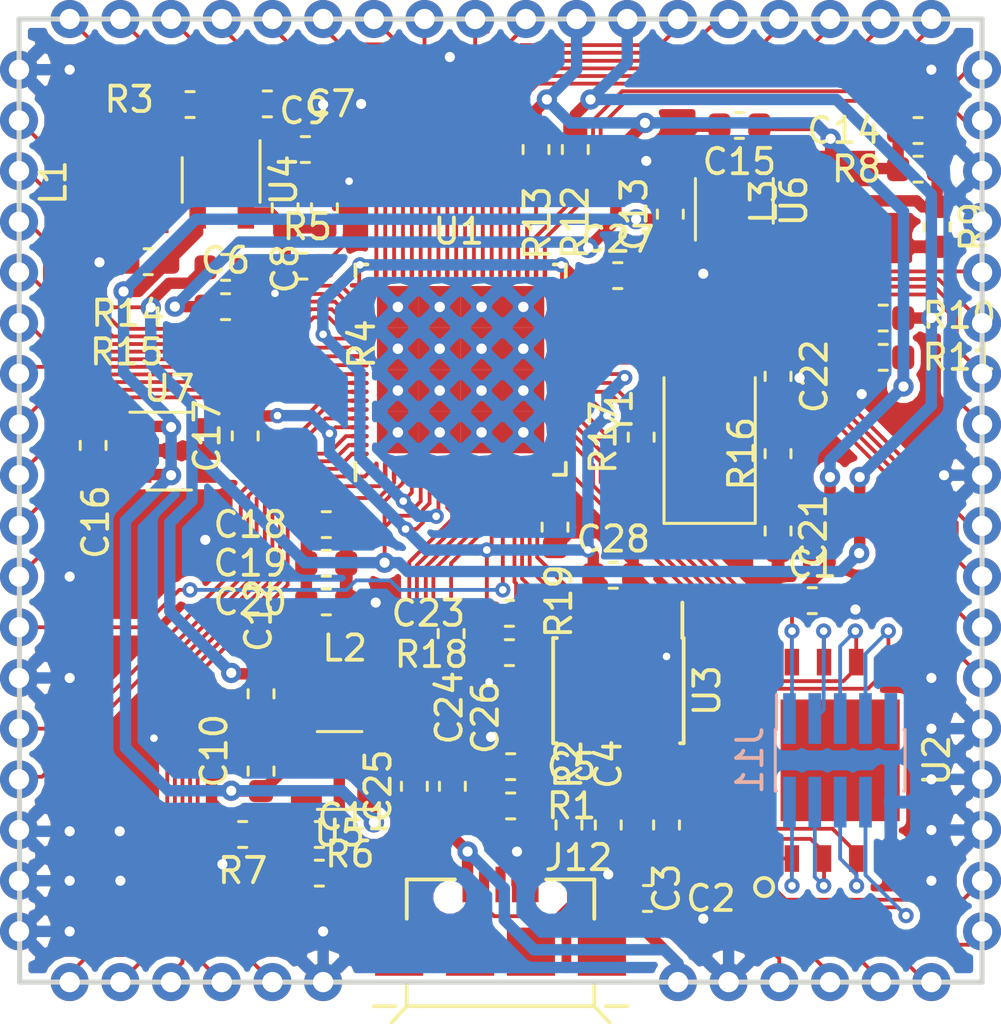
<source format=kicad_pcb>
(kicad_pcb (version 20171130) (host pcbnew 5.0.2+dfsg1-1)
  (layers (0 F.Cu signal) (31 B.Cu signal) (34 B.Paste user) (35 F.Paste user) (36 B.SilkS user) (37 F.SilkS user) (38 B.Mask user) (39 F.Mask user) (44 Edge.Cuts user))
  (net 0 "")
  (net 1 +1V8)
  (net 2 +1V0)
  (net 3 +3.3VA)
  (net 4 /dvdd_nodie)
  (net 5 /reset)
  (net 6 /console_tx)
  (net 7 /console_rx)
  (net 8 /gnd_efuse)
  (net 9 /spinor_cs)
  (net 10 /spinor_miso)
  (net 11 /spinor_wp)
  (net 12 /spinor_mosi)
  (net 13 /spinor_sck)
  (net 14 /xtal_in)
  (net 15 /xtal_out)
  (net 16 /vddp1)
  (net 17 /vddp2)
  (net 18 /vddp3)
  (net 19 GND)
  (net 20 +3V3)
  (net 21 "Net-(C14-Pad2)")
  (net 22 "Net-(C11-Pad2)")
  (net 23 "Net-(C8-Pad2)")
  (net 24 "Net-(C7-Pad1)")
  (net 25 "Net-(C5-Pad1)")
  (net 26 "Net-(J12-Pad3)")
  (net 27 "Net-(C21-Pad1)")
  (net 28 "Net-(C4-Pad1)")
  (net 29 "Net-(J12-Pad2)")
  (net 30 +5V)
  (net 31 "Net-(C3-Pad1)")
  (net 32 "Net-(L1-Pad1)")
  (net 33 "Net-(L3-Pad1)")
  (net 34 "Net-(L2-Pad1)")
  (net 35 "Net-(U7-Pad4)")
  (net 36 /spinor_hold)
  (net 37 "Net-(J12-Pad5)")
  (net 38 /i2c1_sda)
  (net 39 /i2c1_scl)
  (net 40 /sr_io2)
  (net 41 /sr_io3)
  (net 42 /sr_io4)
  (net 43 /sr_io5)
  (net 44 /sr_io6)
  (net 45 /sr_io17)
  (net 46 /sr_io16)
  (net 47 /sr_io15)
  (net 48 /sr_io14)
  (net 49 /sr_io13)
  (net 50 /sr_io12)
  (net 51 /sr_io11)
  (net 52 /sr_io10)
  (net 53 /sr_io9)
  (net 54 /sr_io8)
  (net 55 /sr_io7)
  (net 56 /spi0_cz)
  (net 57 /spi0_ck)
  (net 58 /spi0_di)
  (net 59 /spi0_do)
  (net 60 /sd_clk)
  (net 61 /sd_cmd)
  (net 62 /sd_d0)
  (net 63 /sd_d1)
  (net 64 /sd_d2)
  (net 65 /sd_d3)
  (net 66 /pm_sd_cdz)
  (net 67 /usb_dp)
  (net 68 /usb_dm)
  (net 69 /aud_lineout_l0)
  (net 70 /aud_vag)
  (net 71 /aud_vrm_adc)
  (net 72 /aud_micin0)
  (net 73 /aud_miccm0)
  (net 74 /sar_gpio3)
  (net 75 /sar_gpio2)
  (net 76 /sar_gpio1)
  (net 77 /sar_gpio0)
  (net 78 /eth_tp)
  (net 79 /eth_tn)
  (net 80 /eth_rp)
  (net 81 /eth_rn)
  (net 82 /fuart_rx)
  (net 83 /fuart_tx)
  (net 84 /fuart_cts)
  (net 85 /fuart_rtx)
  (net 86 /pm_irin)
  (net 87 "Net-(J11-Pad9)")
  (net 88 /pm_gpio4)
  (module Capacitor_SMD:C_0603_1608Metric (layer F.Cu) (at 158.5475 101.11)
    (fp_text reference C28 (at 0 -1.43) (layer F.SilkS))
    (fp_text value C)
    (pad 1 smd roundrect (at -0.7875 0) (size 0.875 0.95) (layers F.Cu F.Paste F.Mask) (net 3 +3.3VA))
    (pad 2 smd roundrect (at 0.7875 0) (size 0.875 0.95) (layers F.Cu F.Paste F.Mask) (net 19 GND))
  )
  (module thumbee:thumbee (layer F.Cu) (at 154.1 98.16)
    (fp_text reference MOD1 hide)
    (fp_text value thumbee)
    (pad 1 thru_hole circle (at 17 -19) (size 1.5 1.5) (drill 0.8) (layers *.Cu *.Mask) (net 40 /sr_io2))
    (pad 2 thru_hole circle (at 15 -19) (size 1.5 1.5) (drill 0.8) (layers *.Cu *.Mask) (net 41 /sr_io3))
    (pad 3 thru_hole circle (at 13 -19) (size 1.5 1.5) (drill 0.8) (layers *.Cu *.Mask) (net 42 /sr_io4))
    (pad 4 thru_hole circle (at 11 -19) (size 1.5 1.5) (drill 0.8) (layers *.Cu *.Mask) (net 43 /sr_io5))
    (pad 5 thru_hole circle (at 9 -19) (size 1.5 1.5) (drill 0.8) (layers *.Cu *.Mask) (net 44 /sr_io6))
    (pad 6 thru_hole circle (at 7 -19) (size 1.5 1.5) (drill 0.8) (layers *.Cu *.Mask) (net 55 /sr_io7))
    (pad 7 thru_hole circle (at 5 -19) (size 1.5 1.5) (drill 0.8) (layers *.Cu *.Mask) (net 1 +1V8))
    (pad 8 thru_hole circle (at 3 -19) (size 1.5 1.5) (drill 0.8) (layers *.Cu *.Mask) (net 20 +3V3))
    (pad 9 thru_hole circle (at 1 -19) (size 1.5 1.5) (drill 0.8) (layers *.Cu *.Mask) (net 54 /sr_io8))
    (pad 10 thru_hole circle (at -1 -19) (size 1.5 1.5) (drill 0.8) (layers *.Cu *.Mask) (net 53 /sr_io9))
    (pad 11 thru_hole circle (at -3 -19) (size 1.5 1.5) (drill 0.8) (layers *.Cu *.Mask) (net 52 /sr_io10))
    (pad 12 thru_hole circle (at -5 -19) (size 1.5 1.5) (drill 0.8) (layers *.Cu *.Mask) (net 51 /sr_io11))
    (pad 13 thru_hole circle (at -7 -19) (size 1.5 1.5) (drill 0.8) (layers *.Cu *.Mask) (net 50 /sr_io12))
    (pad 14 thru_hole circle (at -9 -19) (size 1.5 1.5) (drill 0.8) (layers *.Cu *.Mask) (net 49 /sr_io13))
    (pad 15 thru_hole circle (at -11 -19) (size 1.5 1.5) (drill 0.8) (layers *.Cu *.Mask) (net 48 /sr_io14))
    (pad 16 thru_hole circle (at -13 -19) (size 1.5 1.5) (drill 0.8) (layers *.Cu *.Mask) (net 47 /sr_io15))
    (pad 17 thru_hole circle (at -15 -19) (size 1.5 1.5) (drill 0.8) (layers *.Cu *.Mask) (net 46 /sr_io16))
    (pad 18 thru_hole circle (at -17 -19) (size 1.5 1.5) (drill 0.8) (layers *.Cu *.Mask) (net 45 /sr_io17))
    (pad 19 thru_hole circle (at -19 -17) (size 1.5 1.5) (drill 0.8) (layers *.Cu *.Mask) (net 19 GND))
    (pad 20 thru_hole circle (at -19 -15) (size 1.5 1.5) (drill 0.8) (layers *.Cu *.Mask) (net 56 /spi0_cz))
    (pad 21 thru_hole circle (at -19 -13) (size 1.5 1.5) (drill 0.8) (layers *.Cu *.Mask) (net 57 /spi0_ck))
    (pad 22 thru_hole circle (at -19 -11) (size 1.5 1.5) (drill 0.8) (layers *.Cu *.Mask) (net 58 /spi0_di))
    (pad 23 thru_hole circle (at -19 -9) (size 1.5 1.5) (drill 0.8) (layers *.Cu *.Mask) (net 59 /spi0_do))
    (pad 24 thru_hole circle (at -19 -7) (size 1.5 1.5) (drill 0.8) (layers *.Cu *.Mask) (net 60 /sd_clk))
    (pad 25 thru_hole circle (at -19 -5) (size 1.5 1.5) (drill 0.8) (layers *.Cu *.Mask) (net 61 /sd_cmd))
    (pad 26 thru_hole circle (at -19 -3) (size 1.5 1.5) (drill 0.8) (layers *.Cu *.Mask) (net 62 /sd_d0))
    (pad 27 thru_hole circle (at -19 -1) (size 1.5 1.5) (drill 0.8) (layers *.Cu *.Mask) (net 63 /sd_d1))
    (pad 28 thru_hole circle (at -19 1) (size 1.5 1.5) (drill 0.8) (layers *.Cu *.Mask) (net 64 /sd_d2))
    (pad 29 thru_hole circle (at -19 3) (size 1.5 1.5) (drill 0.8) (layers *.Cu *.Mask) (net 65 /sd_d3))
    (pad 30 thru_hole circle (at -19 5) (size 1.5 1.5) (drill 0.8) (layers *.Cu *.Mask) (net 66 /pm_sd_cdz))
    (pad 31 thru_hole circle (at -19 7) (size 1.5 1.5) (drill 0.8) (layers *.Cu *.Mask) (net 19 GND))
    (pad 32 thru_hole circle (at -19 9) (size 1.5 1.5) (drill 0.8) (layers *.Cu *.Mask) (net 68 /usb_dm))
    (pad 33 thru_hole circle (at -19 11) (size 1.5 1.5) (drill 0.8) (layers *.Cu *.Mask) (net 67 /usb_dp))
    (pad 34 thru_hole circle (at -19 13) (size 1.5 1.5) (drill 0.8) (layers *.Cu *.Mask) (net 19 GND))
    (pad 35 thru_hole circle (at -19 15) (size 1.5 1.5) (drill 0.8) (layers *.Cu *.Mask) (net 19 GND))
    (pad 36 thru_hole circle (at -19 17) (size 1.5 1.5) (drill 0.8) (layers *.Cu *.Mask) (net 19 GND))
    (pad 37 thru_hole circle (at -17 19) (size 1.5 1.5) (drill 0.8) (layers *.Cu *.Mask) (net 70 /aud_vag))
    (pad 38 thru_hole circle (at -15 19) (size 1.5 1.5) (drill 0.8) (layers *.Cu *.Mask) (net 71 /aud_vrm_adc))
    (pad 39 thru_hole circle (at -13 19) (size 1.5 1.5) (drill 0.8) (layers *.Cu *.Mask) (net 72 /aud_micin0))
    (pad 40 thru_hole circle (at -11 19) (size 1.5 1.5) (drill 0.8) (layers *.Cu *.Mask) (net 73 /aud_miccm0))
    (pad 41 thru_hole circle (at -9 19) (size 1.5 1.5) (drill 0.8) (layers *.Cu *.Mask) (net 69 /aud_lineout_l0))
    (pad 42 thru_hole circle (at -7 19) (size 1.5 1.5) (drill 0.8) (layers *.Cu *.Mask) (net 19 GND))
    (pad 43 thru_hole circle (at 7 19) (size 1.5 1.5) (drill 0.8) (layers *.Cu *.Mask) (net 30 +5V))
    (pad 44 thru_hole circle (at 9 19) (size 1.5 1.5) (drill 0.8) (layers *.Cu *.Mask) (net 19 GND))
    (pad 45 thru_hole circle (at 11 19) (size 1.5 1.5) (drill 0.8) (layers *.Cu *.Mask) (net 74 /sar_gpio3))
    (pad 46 thru_hole circle (at 13 19) (size 1.5 1.5) (drill 0.8) (layers *.Cu *.Mask) (net 75 /sar_gpio2))
    (pad 47 thru_hole circle (at 15 19) (size 1.5 1.5) (drill 0.8) (layers *.Cu *.Mask) (net 76 /sar_gpio1))
    (pad 48 thru_hole circle (at 17 19) (size 1.5 1.5) (drill 0.8) (layers *.Cu *.Mask) (net 77 /sar_gpio0))
    (pad 49 thru_hole circle (at 19 17) (size 1.5 1.5) (drill 0.8) (layers *.Cu *.Mask) (net 86 /pm_irin))
    (pad 50 thru_hole circle (at 19 15) (size 1.5 1.5) (drill 0.8) (layers *.Cu *.Mask) (net 88 /pm_gpio4))
    (pad 51 thru_hole circle (at 19 13) (size 1.5 1.5) (drill 0.8) (layers *.Cu *.Mask) (net 19 GND))
    (pad 52 thru_hole circle (at 19 11) (size 1.5 1.5) (drill 0.8) (layers *.Cu *.Mask) (net 19 GND))
    (pad 53 thru_hole circle (at 19 9) (size 1.5 1.5) (drill 0.8) (layers *.Cu *.Mask) (net 19 GND))
    (pad 54 thru_hole circle (at 19 7) (size 1.5 1.5) (drill 0.8) (layers *.Cu *.Mask) (net 81 /eth_rn))
    (pad 55 thru_hole circle (at 19 5) (size 1.5 1.5) (drill 0.8) (layers *.Cu *.Mask) (net 80 /eth_rp))
    (pad 56 thru_hole circle (at 19 3) (size 1.5 1.5) (drill 0.8) (layers *.Cu *.Mask) (net 79 /eth_tn))
    (pad 57 thru_hole circle (at 19 1) (size 1.5 1.5) (drill 0.8) (layers *.Cu *.Mask) (net 78 /eth_tp))
    (pad 58 thru_hole circle (at 19 -1) (size 1.5 1.5) (drill 0.8) (layers *.Cu *.Mask) (net 19 GND))
    (pad 59 thru_hole circle (at 19 -3) (size 1.5 1.5) (drill 0.8) (layers *.Cu *.Mask) (net 82 /fuart_rx))
    (pad 60 thru_hole circle (at 19 -5) (size 1.5 1.5) (drill 0.8) (layers *.Cu *.Mask) (net 83 /fuart_tx))
    (pad 61 thru_hole circle (at 19 -7) (size 1.5 1.5) (drill 0.8) (layers *.Cu *.Mask) (net 84 /fuart_cts))
    (pad 62 thru_hole circle (at 19 -9) (size 1.5 1.5) (drill 0.8) (layers *.Cu *.Mask) (net 85 /fuart_rtx))
    (pad 63 thru_hole circle (at 19 -11) (size 1.5 1.5) (drill 0.8) (layers *.Cu *.Mask) (net 19 GND))
    (pad 64 thru_hole circle (at 19 -13) (size 1.5 1.5) (drill 0.8) (layers *.Cu *.Mask) (net 19 GND))
    (pad 65 thru_hole circle (at 19 -15) (size 1.5 1.5) (drill 0.8) (layers *.Cu *.Mask) (net 39 /i2c1_scl))
    (pad 66 thru_hole circle (at 19 -17) (size 1.5 1.5) (drill 0.8) (layers *.Cu *.Mask) (net 38 /i2c1_sda))
  )
  (module Capacitor_SMD:C_0603_1608Metric (layer F.Cu) (at 158.725 89.285)
    (fp_text reference C27 (at 0 -1.43) (layer F.SilkS))
    (fp_text value C)
    (pad 2 smd roundrect (at 0.7875 0) (size 0.875 0.95) (layers F.Cu F.Paste F.Mask) (net 19 GND))
    (pad 1 smd roundrect (at -0.7875 0) (size 0.875 0.95) (layers F.Cu F.Paste F.Mask) (net 2 +1V0))
  )
  (module Resistor_SMD:R_0603_1608Metric (layer F.Cu) (at 141.85 82.535)
    (fp_text reference R3 (at -2.4 -0.2) (layer F.SilkS))
    (fp_text value R hide)
    (pad 2 smd roundrect (at 0.7875 0) (size 0.875 0.95) (layers F.Cu F.Paste F.Mask) (net 24 "Net-(C7-Pad1)"))
    (pad 1 smd roundrect (at -0.7875 0) (size 0.875 0.95) (layers F.Cu F.Paste F.Mask) (net 1 +1V8))
  )
  (module Package_TO_SOT_SMD:TSOT-23-5 (layer F.Cu) (at 163.3 86.335 90)
    (fp_text reference U6 (at 0 2.375 90) (layer F.SilkS))
    (fp_text value RT8059GJ5 hide)
    (pad 5 smd rect (at 1.31 -0.95 90) (size 1.22 0.65) (layers F.Cu F.Paste F.Mask) (net 21 "Net-(C14-Pad2)"))
    (pad 4 smd rect (at 1.31 0.95 90) (size 1.22 0.65) (layers F.Cu F.Paste F.Mask) (net 30 +5V))
    (pad 3 smd rect (at -1.31 0.95 90) (size 1.22 0.65) (layers F.Cu F.Paste F.Mask) (net 33 "Net-(L3-Pad1)"))
    (pad 2 smd rect (at -1.31 0 90) (size 1.22 0.65) (layers F.Cu F.Paste F.Mask) (net 19 GND))
    (pad 1 smd rect (at -1.31 -0.95 90) (size 1.22 0.65) (layers F.Cu F.Paste F.Mask) (net 30 +5V))
  )
  (module Capacitor_SMD:C_0603_1608Metric (layer F.Cu) (at 147.225 100.635)
    (fp_text reference C19 (at -3 0) (layer F.SilkS))
    (fp_text value C hide)
    (pad 2 smd roundrect (at 0.7875 0) (size 0.875 0.95) (layers F.Cu F.Paste F.Mask) (net 19 GND))
    (pad 1 smd roundrect (at -0.7875 0) (size 0.875 0.95) (layers F.Cu F.Paste F.Mask) (net 1 +1V8))
  )
  (module Capacitor_SMD:C_0603_1608Metric (layer F.Cu) (at 146.95 112.86 180)
    (fp_text reference C11 (at -1.38 2.22 180) (layer F.SilkS))
    (fp_text value C hide)
    (pad 2 smd roundrect (at 0.7875 0 180) (size 0.875 0.95) (layers F.Cu F.Paste F.Mask) (net 22 "Net-(C11-Pad2)"))
    (pad 1 smd roundrect (at -0.7875 0 180) (size 0.875 0.95) (layers F.Cu F.Paste F.Mask) (net 1 +1V8))
  )
  (module Connector_PinHeader_1.00mm:PinHeader_2x05_P1.00mm_Vertical_SMD (layer B.Cu) (at 167.5 108.41 270)
    (fp_text reference J11 (at 0 3.56 270) (layer B.SilkS) (effects (justify mirror)))
    (fp_text value Conn_02x05_Odd_Even hide)
    (pad 1 smd rect (at -1.65 2 270) (size 2 0.5) (layers B.Cu B.Paste B.Mask) (net 20 +3V3))
    (pad 2 smd rect (at 1.65 2 270) (size 2 0.5) (layers B.Cu B.Paste B.Mask) (net 9 /spinor_cs))
    (pad 3 smd rect (at -1.65 1 270) (size 2 0.5) (layers B.Cu B.Paste B.Mask) (net 36 /spinor_hold))
    (pad 4 smd rect (at 1.65 1 270) (size 2 0.5) (layers B.Cu B.Paste B.Mask) (net 10 /spinor_miso))
    (pad 5 smd rect (at -1.65 0 270) (size 2 0.5) (layers B.Cu B.Paste B.Mask) (net 13 /spinor_sck))
    (pad 6 smd rect (at 1.65 0 270) (size 2 0.5) (layers B.Cu B.Paste B.Mask) (net 11 /spinor_wp))
    (pad 7 smd rect (at -1.65 -1 270) (size 2 0.5) (layers B.Cu B.Paste B.Mask) (net 12 /spinor_mosi))
    (pad 8 smd rect (at 1.65 -1 270) (size 2 0.5) (layers B.Cu B.Paste B.Mask) (net 5 /reset))
    (pad 9 smd rect (at -1.65 -2 270) (size 2 0.5) (layers B.Cu B.Paste B.Mask) (net 87 "Net-(J11-Pad9)"))
    (pad 10 smd rect (at 1.65 -2 270) (size 2 0.5) (layers B.Cu B.Paste B.Mask) (net 19 GND))
  )
  (module s2qfn80:QFN-80_EP_8x8_Pitch0.35mm (layer F.Cu) (at 152.525 92.995 90)
    (fp_text reference U1 (at 5.46 -0.075 180) (layer F.SilkS))
    (fp_text value msc313e)
    (pad 81 thru_hole circle (at 2.475 2.475 90) (size 0.825 0.825) (drill 0.4125) (layers *.Cu *.Mask) (net 19 GND))
    (pad 81 thru_hole circle (at 2.475 0.825 90) (size 0.825 0.825) (drill 0.4125) (layers *.Cu *.Mask) (net 19 GND))
    (pad 81 thru_hole circle (at 2.475 -0.825 90) (size 0.825 0.825) (drill 0.4125) (layers *.Cu *.Mask) (net 19 GND))
    (pad 81 thru_hole circle (at 2.475 -2.475 90) (size 0.825 0.825) (drill 0.4125) (layers *.Cu *.Mask) (net 19 GND))
    (pad 81 thru_hole circle (at 0.825 2.475 90) (size 0.825 0.825) (drill 0.4125) (layers *.Cu *.Mask) (net 19 GND))
    (pad 81 thru_hole circle (at 0.825 0.825 90) (size 0.825 0.825) (drill 0.4125) (layers *.Cu *.Mask) (net 19 GND))
    (pad 81 thru_hole circle (at 0.825 -0.825 90) (size 0.825 0.825) (drill 0.4125) (layers *.Cu *.Mask) (net 19 GND))
    (pad 81 thru_hole circle (at 0.825 -2.475 90) (size 0.825 0.825) (drill 0.4125) (layers *.Cu *.Mask) (net 19 GND))
    (pad 81 thru_hole circle (at -0.825 2.475 90) (size 0.825 0.825) (drill 0.4125) (layers *.Cu *.Mask) (net 19 GND))
    (pad 81 thru_hole circle (at -0.825 0.825 90) (size 0.825 0.825) (drill 0.4125) (layers *.Cu *.Mask) (net 19 GND))
    (pad 81 thru_hole circle (at -0.825 -0.825 90) (size 0.825 0.825) (drill 0.4125) (layers *.Cu *.Mask) (net 19 GND))
    (pad 81 thru_hole circle (at -0.825 -2.475 90) (size 0.825 0.825) (drill 0.4125) (layers *.Cu *.Mask) (net 19 GND))
    (pad 81 thru_hole circle (at -2.475 2.475 90) (size 0.825 0.825) (drill 0.4125) (layers *.Cu *.Mask) (net 19 GND))
    (pad 81 thru_hole circle (at -2.475 0.825 90) (size 0.825 0.825) (drill 0.4125) (layers *.Cu *.Mask) (net 19 GND))
    (pad 81 thru_hole circle (at -2.475 -0.825 90) (size 0.825 0.825) (drill 0.4125) (layers *.Cu *.Mask) (net 19 GND))
    (pad 81 thru_hole circle (at -2.475 -2.475 90) (size 0.825 0.825) (drill 0.4125) (layers *.Cu *.Mask) (net 19 GND))
    (pad 81 smd rect (at 2.475 2.475 90) (size 1.65 1.65) (layers F.Cu F.Paste F.Mask) (net 19 GND))
    (pad 81 smd rect (at 2.475 0.825 90) (size 1.65 1.65) (layers F.Cu F.Paste F.Mask) (net 19 GND))
    (pad 81 smd rect (at 2.475 -0.825 90) (size 1.65 1.65) (layers F.Cu F.Paste F.Mask) (net 19 GND))
    (pad 81 smd rect (at 2.475 -2.475 90) (size 1.65 1.65) (layers F.Cu F.Paste F.Mask) (net 19 GND))
    (pad 81 smd rect (at 0.825 2.475 90) (size 1.65 1.65) (layers F.Cu F.Paste F.Mask) (net 19 GND))
    (pad 81 smd rect (at 0.825 0.825 90) (size 1.65 1.65) (layers F.Cu F.Paste F.Mask) (net 19 GND))
    (pad 81 smd rect (at 0.825 -0.825 90) (size 1.65 1.65) (layers F.Cu F.Paste F.Mask) (net 19 GND))
    (pad 81 smd rect (at 0.825 -2.475 90) (size 1.65 1.65) (layers F.Cu F.Paste F.Mask) (net 19 GND))
    (pad 81 smd rect (at -0.825 2.475 90) (size 1.65 1.65) (layers F.Cu F.Paste F.Mask) (net 19 GND))
    (pad 81 smd rect (at -0.825 0.825 90) (size 1.65 1.65) (layers F.Cu F.Paste F.Mask) (net 19 GND))
    (pad 81 smd rect (at -0.825 -0.825 90) (size 1.65 1.65) (layers F.Cu F.Paste F.Mask) (net 19 GND))
    (pad 81 smd rect (at -0.825 -2.475 90) (size 1.65 1.65) (layers F.Cu F.Paste F.Mask) (net 19 GND))
    (pad 81 smd rect (at -2.475 2.475 90) (size 1.65 1.65) (layers F.Cu F.Paste F.Mask) (net 19 GND))
    (pad 81 smd rect (at -2.475 0.825 90) (size 1.65 1.65) (layers F.Cu F.Paste F.Mask) (net 19 GND))
    (pad 81 smd rect (at -2.475 -0.825 90) (size 1.65 1.65) (layers F.Cu F.Paste F.Mask) (net 19 GND))
    (pad 81 smd rect (at -2.475 -2.475 90) (size 1.65 1.65) (layers F.Cu F.Paste F.Mask) (net 19 GND))
    (pad 80 smd oval (at -3.325 -4 90) (size 0.18 0.75) (layers F.Cu F.Paste F.Mask) (net 72 /aud_micin0))
    (pad 79 smd oval (at -2.975 -4 90) (size 0.18 0.75) (layers F.Cu F.Paste F.Mask) (net 71 /aud_vrm_adc))
    (pad 78 smd oval (at -2.625 -4 90) (size 0.18 0.75) (layers F.Cu F.Paste F.Mask) (net 70 /aud_vag))
    (pad 77 smd oval (at -2.275 -4 90) (size 0.18 0.75) (layers F.Cu F.Paste F.Mask) (net 3 +3.3VA))
    (pad 76 smd oval (at -1.925 -4 90) (size 0.18 0.75) (layers F.Cu F.Paste F.Mask) (net 67 /usb_dp))
    (pad 75 smd oval (at -1.575 -4 90) (size 0.18 0.75) (layers F.Cu F.Paste F.Mask) (net 68 /usb_dm))
    (pad 74 smd oval (at -1.225 -4 90) (size 0.18 0.75) (layers F.Cu F.Paste F.Mask) (net 3 +3.3VA))
    (pad 73 smd oval (at -0.875 -4 90) (size 0.18 0.75) (layers F.Cu F.Paste F.Mask) (net 65 /sd_d3))
    (pad 72 smd oval (at -0.525 -4 90) (size 0.18 0.75) (layers F.Cu F.Paste F.Mask) (net 64 /sd_d2))
    (pad 71 smd oval (at -0.175 -4 90) (size 0.18 0.75) (layers F.Cu F.Paste F.Mask) (net 63 /sd_d1))
    (pad 70 smd oval (at 0.175 -4 90) (size 0.18 0.75) (layers F.Cu F.Paste F.Mask) (net 62 /sd_d0))
    (pad 69 smd oval (at 0.525 -4 90) (size 0.18 0.75) (layers F.Cu F.Paste F.Mask) (net 61 /sd_cmd))
    (pad 68 smd oval (at 0.875 -4 90) (size 0.18 0.75) (layers F.Cu F.Paste F.Mask) (net 60 /sd_clk))
    (pad 67 smd oval (at 1.225 -4 90) (size 0.18 0.75) (layers F.Cu F.Paste F.Mask) (net 2 +1V0))
    (pad 66 smd oval (at 1.575 -4 90) (size 0.18 0.75) (layers F.Cu F.Paste F.Mask) (net 59 /spi0_do))
    (pad 65 smd oval (at 1.925 -4 90) (size 0.18 0.75) (layers F.Cu F.Paste F.Mask) (net 58 /spi0_di))
    (pad 64 smd oval (at 2.275 -4 90) (size 0.18 0.75) (layers F.Cu F.Paste F.Mask) (net 57 /spi0_ck))
    (pad 63 smd oval (at 2.625 -4 90) (size 0.18 0.75) (layers F.Cu F.Paste F.Mask) (net 56 /spi0_cz))
    (pad 62 smd oval (at 2.975 -4 90) (size 0.18 0.75) (layers F.Cu F.Paste F.Mask) (net 18 /vddp3))
    (pad 61 smd oval (at 3.325 -4 90) (size 0.18 0.75) (layers F.Cu F.Paste F.Mask) (net 2 +1V0))
    (pad 60 smd oval (at 4 -3.325 180) (size 0.18 0.75) (layers F.Cu F.Paste F.Mask) (net 2 +1V0))
    (pad 59 smd oval (at 4 -2.975 180) (size 0.18 0.75) (layers F.Cu F.Paste F.Mask) (net 45 /sr_io17))
    (pad 58 smd oval (at 4 -2.625 180) (size 0.18 0.75) (layers F.Cu F.Paste F.Mask) (net 46 /sr_io16))
    (pad 57 smd oval (at 4 -2.275 180) (size 0.18 0.75) (layers F.Cu F.Paste F.Mask) (net 47 /sr_io15))
    (pad 56 smd oval (at 4 -1.925 180) (size 0.18 0.75) (layers F.Cu F.Paste F.Mask) (net 48 /sr_io14))
    (pad 55 smd oval (at 4 -1.575 180) (size 0.18 0.75) (layers F.Cu F.Paste F.Mask) (net 49 /sr_io13))
    (pad 54 smd oval (at 4 -1.225 180) (size 0.18 0.75) (layers F.Cu F.Paste F.Mask) (net 50 /sr_io12))
    (pad 53 smd oval (at 4 -0.875 180) (size 0.18 0.75) (layers F.Cu F.Paste F.Mask) (net 51 /sr_io11))
    (pad 52 smd oval (at 4 -0.525 180) (size 0.18 0.75) (layers F.Cu F.Paste F.Mask) (net 52 /sr_io10))
    (pad 51 smd oval (at 4 -0.175 180) (size 0.18 0.75) (layers F.Cu F.Paste F.Mask) (net 53 /sr_io9))
    (pad 50 smd oval (at 4 0.175 180) (size 0.18 0.75) (layers F.Cu F.Paste F.Mask) (net 54 /sr_io8))
    (pad 49 smd oval (at 4 0.525 180) (size 0.18 0.75) (layers F.Cu F.Paste F.Mask) (net 55 /sr_io7))
    (pad 48 smd oval (at 4 0.875 180) (size 0.18 0.75) (layers F.Cu F.Paste F.Mask) (net 44 /sr_io6))
    (pad 47 smd oval (at 4 1.225 180) (size 0.18 0.75) (layers F.Cu F.Paste F.Mask) (net 43 /sr_io5))
    (pad 46 smd oval (at 4 1.575 180) (size 0.18 0.75) (layers F.Cu F.Paste F.Mask) (net 42 /sr_io4))
    (pad 45 smd oval (at 4 1.925 180) (size 0.18 0.75) (layers F.Cu F.Paste F.Mask) (net 41 /sr_io3))
    (pad 44 smd oval (at 4 2.275 180) (size 0.18 0.75) (layers F.Cu F.Paste F.Mask) (net 40 /sr_io2))
    (pad 43 smd oval (at 4 2.625 180) (size 0.18 0.75) (layers F.Cu F.Paste F.Mask) (net 17 /vddp2))
    (pad 42 smd oval (at 4 2.975 180) (size 0.18 0.75) (layers F.Cu F.Paste F.Mask) (net 38 /i2c1_sda))
    (pad 41 smd oval (at 4 3.325 180) (size 0.18 0.75) (layers F.Cu F.Paste F.Mask) (net 39 /i2c1_scl))
    (pad 40 smd oval (at 3.325 4 90) (size 0.15 0.75) (layers F.Cu F.Paste F.Mask) (net 2 +1V0))
    (pad 39 smd oval (at 2.975 4 90) (size 0.15 0.75) (layers F.Cu F.Paste F.Mask) (net 85 /fuart_rtx))
    (pad 38 smd oval (at 2.625 4 90) (size 0.15 0.75) (layers F.Cu F.Paste F.Mask) (net 84 /fuart_cts))
    (pad 37 smd oval (at 2.275 4 90) (size 0.15 0.75) (layers F.Cu F.Paste F.Mask) (net 83 /fuart_tx))
    (pad 36 smd oval (at 1.925 4 90) (size 0.15 0.75) (layers F.Cu F.Paste F.Mask) (net 82 /fuart_rx))
    (pad 35 smd oval (at 1.575 4 90) (size 0.15 0.75) (layers F.Cu F.Paste F.Mask) (net 16 /vddp1))
    (pad 34 smd oval (at 1.225 4 90) (size 0.15 0.75) (layers F.Cu F.Paste F.Mask) (net 78 /eth_tp))
    (pad 33 smd oval (at 0.875 4 90) (size 0.15 0.75) (layers F.Cu F.Paste F.Mask) (net 79 /eth_tn))
    (pad 32 smd oval (at 0.525 4 90) (size 0.15 0.75) (layers F.Cu F.Paste F.Mask) (net 80 /eth_rp))
    (pad 31 smd oval (at 0.175 4 90) (size 0.15 0.75) (layers F.Cu F.Paste F.Mask) (net 81 /eth_rn))
    (pad 30 smd oval (at -0.175 4 90) (size 0.15 0.75) (layers F.Cu F.Paste F.Mask) (net 3 +3.3VA))
    (pad 29 smd oval (at -0.525 4 90) (size 0.15 0.75) (layers F.Cu F.Paste F.Mask) (net 15 /xtal_out))
    (pad 28 smd oval (at -0.875 4 90) (size 0.15 0.75) (layers F.Cu F.Paste F.Mask) (net 14 /xtal_in))
    (pad 27 smd oval (at -1.225 4 90) (size 0.15 0.75) (layers F.Cu F.Paste F.Mask) (net 3 +3.3VA))
    (pad 26 smd oval (at -1.575 4 90) (size 0.15 0.75) (layers F.Cu F.Paste F.Mask) (net 13 /spinor_sck))
    (pad 25 smd oval (at -1.925 4 90) (size 0.15 0.75) (layers F.Cu F.Paste F.Mask) (net 12 /spinor_mosi))
    (pad 24 smd oval (at -2.275 4 90) (size 0.15 0.75) (layers F.Cu F.Paste F.Mask) (net 11 /spinor_wp))
    (pad 23 smd oval (at -2.625 4 90) (size 0.15 0.75) (layers F.Cu F.Paste F.Mask) (net 10 /spinor_miso))
    (pad 22 smd oval (at -2.975 4 90) (size 0.15 0.75) (layers F.Cu F.Paste F.Mask) (net 9 /spinor_cs))
    (pad 21 smd oval (at -3.325 4 90) (size 0.15 0.75) (layers F.Cu F.Paste F.Mask) (net 88 /pm_gpio4))
    (pad 20 smd oval (at -4 3.325 180) (size 0.18 0.75) (layers F.Cu F.Paste F.Mask) (net 8 /gnd_efuse))
    (pad 19 smd oval (at -4 2.975 180) (size 0.18 0.75) (layers F.Cu F.Paste F.Mask) (net 7 /console_rx))
    (pad 18 smd oval (at -4 2.625 180) (size 0.18 0.75) (layers F.Cu F.Paste F.Mask) (net 6 /console_tx))
    (pad 17 smd oval (at -4 2.275 180) (size 0.18 0.75) (layers F.Cu F.Paste F.Mask) (net 5 /reset))
    (pad 16 smd oval (at -4 1.925 180) (size 0.18 0.75) (layers F.Cu F.Paste F.Mask) (net 86 /pm_irin))
    (pad 15 smd oval (at -4 1.575 180) (size 0.18 0.75) (layers F.Cu F.Paste F.Mask) (net 66 /pm_sd_cdz))
    (pad 14 smd oval (at -4 1.225 180) (size 0.18 0.75) (layers F.Cu F.Paste F.Mask) (net 3 +3.3VA))
    (pad 13 smd oval (at -4 0.875 180) (size 0.18 0.75) (layers F.Cu F.Paste F.Mask) (net 4 /dvdd_nodie))
    (pad 12 smd oval (at -4 0.525 180) (size 0.18 0.75) (layers F.Cu F.Paste F.Mask) (net 77 /sar_gpio0))
    (pad 11 smd oval (at -4 0.175 180) (size 0.18 0.75) (layers F.Cu F.Paste F.Mask) (net 76 /sar_gpio1))
    (pad 10 smd oval (at -4 -0.175 180) (size 0.18 0.75) (layers F.Cu F.Paste F.Mask) (net 75 /sar_gpio2))
    (pad 9 smd oval (at -4 -0.525 180) (size 0.18 0.75) (layers F.Cu F.Paste F.Mask) (net 74 /sar_gpio3))
    (pad 8 smd oval (at -4 -0.875 180) (size 0.18 0.75) (layers F.Cu F.Paste F.Mask) (net 2 +1V0))
    (pad 7 smd oval (at -4 -1.225 180) (size 0.18 0.75) (layers F.Cu F.Paste F.Mask) (net 3 +3.3VA))
    (pad 6 smd oval (at -4 -1.575 180) (size 0.18 0.75) (layers F.Cu F.Paste F.Mask) (net 1 +1V8))
    (pad 5 smd oval (at -4 -1.925 180) (size 0.16 0.75) (layers F.Cu F.Paste F.Mask) (net 2 +1V0))
    (pad 4 smd oval (at -4 -2.275 180) (size 0.18 0.75) (layers F.Cu F.Paste F.Mask) (net 1 +1V8))
    (pad 3 smd oval (at -4 -2.625 180) (size 0.18 0.75) (layers F.Cu F.Paste F.Mask) (net 1 +1V8))
    (pad 2 smd oval (at -4 -2.975 180) (size 0.18 0.75) (layers F.Cu F.Paste F.Mask) (net 69 /aud_lineout_l0))
    (pad 1 smd oval (at -4 -3.325 180) (size 0.18 0.75) (layers F.Cu F.Paste F.Mask) (net 73 /aud_miccm0))
  )
  (module USB-MICRO-MK5P-2:USB-MICRO-B (layer F.Cu) (at 154.1 115.96)
    (fp_text reference J12 (at 3.075 -3.71) (layer F.SilkS))
    (fp_text value USB_B hide)
    (pad "" np_thru_hole circle (at 2 -2.15) (size 0.8 0.8) (drill 0.8) (layers *.Cu))
    (pad "" np_thru_hole circle (at -2 -2.15) (size 0.8 0.8) (drill 0.8) (layers *.Cu))
    (pad 6 smd rect (at 4 0) (size 1.9 1.9) (layers F.Cu F.Paste F.Mask))
    (pad 6 smd rect (at 1.2 0) (size 1.9 1.9) (layers F.Cu F.Paste F.Mask))
    (pad 6 smd rect (at -1.2 0) (size 1.9 1.9) (layers F.Cu F.Paste F.Mask))
    (pad 6 smd rect (at -4 0) (size 1.9 1.9) (layers F.Cu F.Paste F.Mask))
    (pad 5 smd rect (at 1.3 -2.65) (size 0.4 1.4) (layers F.Cu F.Paste F.Mask) (net 37 "Net-(J12-Pad5)"))
    (pad 4 smd rect (at 0.65 -2.65) (size 0.4 1.4) (layers F.Cu F.Paste F.Mask) (net 19 GND))
    (pad 3 smd rect (at 0 -2.65) (size 0.4 1.4) (layers F.Cu F.Paste F.Mask) (net 26 "Net-(J12-Pad3)"))
    (pad 2 smd rect (at -0.65 -2.65) (size 0.4 1.4) (layers F.Cu F.Paste F.Mask) (net 29 "Net-(J12-Pad2)"))
    (pad 1 smd rect (at -1.3 -2.65) (size 0.4 1.4) (layers F.Cu F.Paste F.Mask) (net 30 +5V))
  )
  (module cd32:CD32 (layer F.Cu) (at 167.125 86.36 90)
    (fp_text reference L3 (at 0 -2.65 90) (layer F.SilkS))
    (fp_text value L hide)
    (pad 2 smd rect (at 1.3 0 90) (size 1.4 3.5) (layers F.Cu F.Paste F.Mask) (net 20 +3V3))
    (pad 1 smd rect (at -1.3 0 90) (size 1.4 3.5) (layers F.Cu F.Paste F.Mask) (net 33 "Net-(L3-Pad1)"))
  )
  (module cd32:CD32 (layer F.Cu) (at 147.75 105.01 180)
    (fp_text reference L2 (at -0.2 1.025 180) (layer F.SilkS))
    (fp_text value L hide)
    (pad 2 smd rect (at 1.3 0 180) (size 1.4 3.5) (layers F.Cu F.Paste F.Mask) (net 1 +1V8))
    (pad 1 smd rect (at -1.3 0 180) (size 1.4 3.5) (layers F.Cu F.Paste F.Mask) (net 34 "Net-(L2-Pad1)"))
  )
  (module cd32:CD32 (layer F.Cu) (at 139.25 85.61 270)
    (fp_text reference L1 (at 0 2.8 270) (layer F.SilkS))
    (fp_text value L hide)
    (pad 2 smd rect (at 1.3 0 270) (size 1.4 3.5) (layers F.Cu F.Paste F.Mask) (net 2 +1V0))
    (pad 1 smd rect (at -1.3 0 270) (size 1.4 3.5) (layers F.Cu F.Paste F.Mask) (net 32 "Net-(L1-Pad1)"))
  )
  (module wson8-8x6mm:wson8-8x6mm (layer F.Cu) (at 167.5 108.41 90)
    (fp_text reference U2 (at 0 3.81 90) (layer F.SilkS))
    (fp_text value spinor hide)
    (pad 9 smd rect (at 0 0 90) (size 4.8 4.7) (layers F.Cu F.Paste F.Mask))
    (pad 8 smd rect (at 3.875 -1.905 90) (size 1.05 0.57) (layers F.Cu F.Paste F.Mask) (net 20 +3V3))
    (pad 7 smd rect (at 3.875 -0.635 90) (size 1.05 0.57) (layers F.Cu F.Paste F.Mask) (net 36 /spinor_hold))
    (pad 6 smd rect (at 3.875 0.635 90) (size 1.05 0.57) (layers F.Cu F.Paste F.Mask) (net 13 /spinor_sck))
    (pad 5 smd rect (at 3.875 1.905 90) (size 1.05 0.57) (layers F.Cu F.Paste F.Mask) (net 12 /spinor_mosi))
    (pad 4 smd rect (at -3.875 1.905 90) (size 1.05 0.57) (layers F.Cu F.Paste F.Mask) (net 19 GND))
    (pad 3 smd rect (at -3.875 0.635 90) (size 1.05 0.57) (layers F.Cu F.Paste F.Mask) (net 11 /spinor_wp))
    (pad 2 smd rect (at -3.875 -0.635 90) (size 1.05 0.57) (layers F.Cu F.Paste F.Mask) (net 10 /spinor_miso))
    (pad 1 smd rect (at -3.875 -1.905 90) (size 1.05 0.57) (layers F.Cu F.Paste F.Mask) (net 9 /spinor_cs))
  )
  (module Crystal:Crystal_SMD_5032-2Pin_5.0x3.2mm (layer F.Cu) (at 162.35 96.01 90)
    (fp_text reference Y1 (at 1.35 -3.56 90) (layer F.SilkS))
    (fp_text value Crystal hide)
    (pad 2 smd rect (at 1.85 0 90) (size 2 2.4) (layers F.Cu F.Paste F.Mask) (net 15 /xtal_out))
    (pad 1 smd rect (at -1.85 0 90) (size 2 2.4) (layers F.Cu F.Paste F.Mask) (net 27 "Net-(C21-Pad1)"))
  )
  (module Package_SO:SOIC-8_3.9x4.9mm_P1.27mm (layer F.Cu) (at 158.75 105.66 270)
    (fp_text reference U3 (at 0 -3.5 270) (layer F.SilkS))
    (fp_text value ht42b534-1 hide)
    (pad 8 smd rect (at 2.7 -1.905 270) (size 1.55 0.6) (layers F.Cu F.Paste F.Mask) (net 31 "Net-(C3-Pad1)"))
    (pad 7 smd rect (at 2.7 -0.635 270) (size 1.55 0.6) (layers F.Cu F.Paste F.Mask) (net 30 +5V))
    (pad 6 smd rect (at 2.7 0.635 270) (size 1.55 0.6) (layers F.Cu F.Paste F.Mask) (net 28 "Net-(C4-Pad1)"))
    (pad 5 smd rect (at 2.7 1.905 270) (size 1.55 0.6) (layers F.Cu F.Paste F.Mask) (net 25 "Net-(C5-Pad1)"))
    (pad 4 smd rect (at -2.7 1.905 270) (size 1.55 0.6) (layers F.Cu F.Paste F.Mask) (net 7 /console_rx))
    (pad 3 smd rect (at -2.7 0.635 270) (size 1.55 0.6) (layers F.Cu F.Paste F.Mask) (net 3 +3.3VA))
    (pad 2 smd rect (at -2.7 -0.635 270) (size 1.55 0.6) (layers F.Cu F.Paste F.Mask) (net 6 /console_tx))
    (pad 1 smd rect (at -2.7 -1.905 270) (size 1.55 0.6) (layers F.Cu F.Paste F.Mask) (net 19 GND))
  )
  (module Package_TO_SOT_SMD:TSOT-23-5 (layer F.Cu) (at 141.025 96.185)
    (fp_text reference U7 (at 0 -2.45) (layer F.SilkS))
    (fp_text value xc6204xxxxMR hide)
    (pad 5 smd rect (at 1.31 -0.95) (size 1.22 0.65) (layers F.Cu F.Paste F.Mask) (net 3 +3.3VA))
    (pad 4 smd rect (at 1.31 0.95) (size 1.22 0.65) (layers F.Cu F.Paste F.Mask) (net 35 "Net-(U7-Pad4)"))
    (pad 3 smd rect (at -1.31 0.95) (size 1.22 0.65) (layers F.Cu F.Paste F.Mask) (net 30 +5V))
    (pad 2 smd rect (at -1.31 0) (size 1.22 0.65) (layers F.Cu F.Paste F.Mask) (net 19 GND))
    (pad 1 smd rect (at -1.31 -0.95) (size 1.22 0.65) (layers F.Cu F.Paste F.Mask) (net 30 +5V))
  )
  (module Package_TO_SOT_SMD:TSOT-23-5 (layer F.Cu) (at 147.75 108.835 180)
    (fp_text reference U5 (at 0 -2.45 180) (layer F.SilkS))
    (fp_text value RT8059GJ5 hide)
    (pad 5 smd rect (at 1.31 -0.95 180) (size 1.22 0.65) (layers F.Cu F.Paste F.Mask) (net 22 "Net-(C11-Pad2)"))
    (pad 4 smd rect (at 1.31 0.95 180) (size 1.22 0.65) (layers F.Cu F.Paste F.Mask) (net 30 +5V))
    (pad 3 smd rect (at -1.31 0.95 180) (size 1.22 0.65) (layers F.Cu F.Paste F.Mask) (net 34 "Net-(L2-Pad1)"))
    (pad 2 smd rect (at -1.31 0 180) (size 1.22 0.65) (layers F.Cu F.Paste F.Mask) (net 19 GND))
    (pad 1 smd rect (at -1.31 -0.95 180) (size 1.22 0.65) (layers F.Cu F.Paste F.Mask) (net 30 +5V))
  )
  (module Package_TO_SOT_SMD:TSOT-23-5 (layer F.Cu) (at 143.1 85.51 270)
    (fp_text reference U4 (at 0 -2.45 270) (layer F.SilkS))
    (fp_text value RT8059GJ5 hide)
    (pad 5 smd rect (at 1.31 -0.95 270) (size 1.22 0.65) (layers F.Cu F.Paste F.Mask) (net 23 "Net-(C8-Pad2)"))
    (pad 4 smd rect (at 1.31 0.95 270) (size 1.22 0.65) (layers F.Cu F.Paste F.Mask) (net 30 +5V))
    (pad 3 smd rect (at -1.31 0.95 270) (size 1.22 0.65) (layers F.Cu F.Paste F.Mask) (net 32 "Net-(L1-Pad1)"))
    (pad 2 smd rect (at -1.31 0 270) (size 1.22 0.65) (layers F.Cu F.Paste F.Mask) (net 19 GND))
    (pad 1 smd rect (at -1.31 -0.95 270) (size 1.22 0.65) (layers F.Cu F.Paste F.Mask) (net 24 "Net-(C7-Pad1)"))
  )
  (module Capacitor_SMD:C_0603_1608Metric (layer F.Cu) (at 160.65 110.96 270)
    (fp_text reference C3 (at 2.5 0 270) (layer F.SilkS))
    (fp_text value C hide)
    (pad 2 smd roundrect (at 0.7875 0 270) (size 0.875 0.95) (layers F.Cu F.Paste F.Mask) (net 19 GND))
    (pad 1 smd roundrect (at -0.7875 0 270) (size 0.875 0.95) (layers F.Cu F.Paste F.Mask) (net 31 "Net-(C3-Pad1)"))
  )
  (module Capacitor_SMD:C_0603_1608Metric (layer F.Cu) (at 145.6 86.61 270)
    (fp_text reference C8 (at 2.4 0 270) (layer F.SilkS))
    (fp_text value C hide)
    (pad 2 smd roundrect (at 0.7875 0 270) (size 0.875 0.95) (layers F.Cu F.Paste F.Mask) (net 23 "Net-(C8-Pad2)"))
    (pad 1 smd roundrect (at -0.7875 0 270) (size 0.875 0.95) (layers F.Cu F.Paste F.Mask) (net 2 +1V0))
  )
  (module Capacitor_SMD:C_0603_1608Metric (layer F.Cu) (at 144.9 82.51)
    (fp_text reference C7 (at 2.5 0) (layer F.SilkS))
    (fp_text value C hide)
    (pad 2 smd roundrect (at 0.7875 0) (size 0.875 0.95) (layers F.Cu F.Paste F.Mask) (net 19 GND))
    (pad 1 smd roundrect (at -0.7875 0) (size 0.875 0.95) (layers F.Cu F.Paste F.Mask) (net 24 "Net-(C7-Pad1)"))
  )
  (module Capacitor_SMD:C_0603_1608Metric (layer F.Cu) (at 140.2 88.735 180)
    (fp_text reference C6 (at -3.05 0.05 180) (layer F.SilkS))
    (fp_text value C hide)
    (pad 2 smd roundrect (at 0.7875 0 180) (size 0.875 0.95) (layers F.Cu F.Paste F.Mask) (net 19 GND))
    (pad 1 smd roundrect (at -0.7875 0 180) (size 0.875 0.95) (layers F.Cu F.Paste F.Mask) (net 30 +5V))
  )
  (module Capacitor_SMD:C_0603_1608Metric (layer F.Cu) (at 154.5 108.66 180)
    (fp_text reference C5 (at -2.4 0 180) (layer F.SilkS))
    (fp_text value C hide)
    (pad 2 smd roundrect (at 0.7875 0 180) (size 0.875 0.95) (layers F.Cu F.Paste F.Mask) (net 19 GND))
    (pad 1 smd roundrect (at -0.7875 0 180) (size 0.875 0.95) (layers F.Cu F.Paste F.Mask) (net 25 "Net-(C5-Pad1)"))
  )
  (module Capacitor_SMD:C_0603_1608Metric (layer F.Cu) (at 158.35 110.96 270)
    (fp_text reference C4 (at -2.4 0 270) (layer F.SilkS))
    (fp_text value C hide)
    (pad 2 smd roundrect (at 0.7875 0 270) (size 0.875 0.95) (layers F.Cu F.Paste F.Mask) (net 19 GND))
    (pad 1 smd roundrect (at -0.7875 0 270) (size 0.875 0.95) (layers F.Cu F.Paste F.Mask) (net 28 "Net-(C4-Pad1)"))
  )
  (module Capacitor_SMD:C_0603_1608Metric (layer F.Cu) (at 159.9 113.86)
    (fp_text reference C2 (at 2.5 0) (layer F.SilkS))
    (fp_text value C hide)
    (pad 2 smd roundrect (at 0.7875 0) (size 0.875 0.95) (layers F.Cu F.Paste F.Mask) (net 19 GND))
    (pad 1 smd roundrect (at -0.7875 0) (size 0.875 0.95) (layers F.Cu F.Paste F.Mask) (net 30 +5V))
  )
  (module Capacitor_SMD:C_0603_1608Metric (layer F.Cu) (at 138.025 95.985 270)
    (fp_text reference C16 (at 3.025 -0.1 270) (layer F.SilkS))
    (fp_text value C hide)
    (pad 2 smd roundrect (at 0.7875 0 270) (size 0.875 0.95) (layers F.Cu F.Paste F.Mask) (net 19 GND))
    (pad 1 smd roundrect (at -0.7875 0 270) (size 0.875 0.95) (layers F.Cu F.Paste F.Mask) (net 30 +5V))
  )
  (module Capacitor_SMD:C_0603_1608Metric (layer F.Cu) (at 150.7 109.435 90)
    (fp_text reference C25 (at 0 -1.43 90) (layer F.SilkS))
    (fp_text value C hide)
    (pad 2 smd roundrect (at 0.7875 0 90) (size 0.875 0.95) (layers F.Cu F.Paste F.Mask) (net 19 GND))
    (pad 1 smd roundrect (at -0.7875 0 90) (size 0.875 0.95) (layers F.Cu F.Paste F.Mask) (net 30 +5V))
  )
  (module Capacitor_SMD:C_0603_1608Metric (layer F.Cu) (at 152.2 109.435 90)
    (fp_text reference C26 (at 2.725 1.3 90) (layer F.SilkS))
    (fp_text value C hide)
    (pad 2 smd roundrect (at 0.7875 0 90) (size 0.875 0.95) (layers F.Cu F.Paste F.Mask) (net 19 GND))
    (pad 1 smd roundrect (at -0.7875 0 90) (size 0.875 0.95) (layers F.Cu F.Paste F.Mask) (net 30 +5V))
  )
  (module Capacitor_SMD:C_0603_1608Metric (layer F.Cu) (at 166.4 102.11)
    (fp_text reference C1 (at 0 -1.43) (layer F.SilkS))
    (fp_text value C hide)
    (pad 2 smd roundrect (at 0.7875 0) (size 0.875 0.95) (layers F.Cu F.Paste F.Mask) (net 19 GND))
    (pad 1 smd roundrect (at -0.7875 0) (size 0.875 0.95) (layers F.Cu F.Paste F.Mask) (net 20 +3V3))
  )
  (module Capacitor_SMD:C_0603_1608Metric (layer F.Cu) (at 144.65 108.835 90)
    (fp_text reference C10 (at 0.8 -1.85 90) (layer F.SilkS))
    (fp_text value C hide)
    (pad 2 smd roundrect (at 0.7875 0 90) (size 0.875 0.95) (layers F.Cu F.Paste F.Mask) (net 19 GND))
    (pad 1 smd roundrect (at -0.7875 0 90) (size 0.875 0.95) (layers F.Cu F.Paste F.Mask) (net 30 +5V))
  )
  (module Capacitor_SMD:C_0603_1608Metric (layer F.Cu) (at 146.4 84.31 180)
    (fp_text reference C9 (at 0.05 1.525 180) (layer F.SilkS))
    (fp_text value C hide)
    (pad 2 smd roundrect (at 0.7875 0 180) (size 0.875 0.95) (layers F.Cu F.Paste F.Mask) (net 19 GND))
    (pad 1 smd roundrect (at -0.7875 0 180) (size 0.875 0.95) (layers F.Cu F.Paste F.Mask) (net 2 +1V0))
  )
  (module Capacitor_SMD:C_0603_1608Metric (layer F.Cu) (at 154.45 102.61)
    (fp_text reference C23 (at -3.2 0) (layer F.SilkS))
    (fp_text value C hide)
    (pad 2 smd roundrect (at 0.7875 0) (size 0.875 0.95) (layers F.Cu F.Paste F.Mask) (net 5 /reset))
    (pad 1 smd roundrect (at -0.7875 0) (size 0.875 0.95) (layers F.Cu F.Paste F.Mask) (net 3 +3.3VA))
  )
  (module Capacitor_SMD:C_0603_1608Metric (layer F.Cu) (at 165.05 93.26 270)
    (fp_text reference C22 (at 0 -1.43 270) (layer F.SilkS))
    (fp_text value C hide)
    (pad 2 smd roundrect (at 0.7875 0 270) (size 0.875 0.95) (layers F.Cu F.Paste F.Mask) (net 15 /xtal_out))
    (pad 1 smd roundrect (at -0.7875 0 270) (size 0.875 0.95) (layers F.Cu F.Paste F.Mask) (net 19 GND))
  )
  (module Capacitor_SMD:C_0603_1608Metric (layer F.Cu) (at 165.05 99.36 270)
    (fp_text reference C21 (at 0 -1.4 270) (layer F.SilkS))
    (fp_text value C hide)
    (pad 2 smd roundrect (at 0.7875 0 270) (size 0.875 0.95) (layers F.Cu F.Paste F.Mask) (net 19 GND))
    (pad 1 smd roundrect (at -0.7875 0 270) (size 0.875 0.95) (layers F.Cu F.Paste F.Mask) (net 27 "Net-(C21-Pad1)"))
  )
  (module Capacitor_SMD:C_0603_1608Metric (layer F.Cu) (at 147.225 102.16)
    (fp_text reference C20 (at -3 0) (layer F.SilkS))
    (fp_text value C hide)
    (pad 2 smd roundrect (at 0.7875 0) (size 0.875 0.95) (layers F.Cu F.Paste F.Mask) (net 19 GND))
    (pad 1 smd roundrect (at -0.7875 0) (size 0.875 0.95) (layers F.Cu F.Paste F.Mask) (net 1 +1V8))
  )
  (module Capacitor_SMD:C_0603_1608Metric (layer F.Cu) (at 147.225 99.11)
    (fp_text reference C18 (at -3 0) (layer F.SilkS))
    (fp_text value C hide)
    (pad 2 smd roundrect (at 0.7875 0) (size 0.875 0.95) (layers F.Cu F.Paste F.Mask) (net 19 GND))
    (pad 1 smd roundrect (at -0.7875 0) (size 0.875 0.95) (layers F.Cu F.Paste F.Mask) (net 1 +1V8))
  )
  (module Capacitor_SMD:C_0603_1608Metric (layer F.Cu) (at 144.025 95.61 270)
    (fp_text reference C17 (at 0 1.5 270) (layer F.SilkS))
    (fp_text value C hide)
    (pad 2 smd roundrect (at 0.7875 0 270) (size 0.875 0.95) (layers F.Cu F.Paste F.Mask) (net 19 GND))
    (pad 1 smd roundrect (at -0.7875 0 270) (size 0.875 0.95) (layers F.Cu F.Paste F.Mask) (net 3 +3.3VA))
  )
  (module Capacitor_SMD:C_0603_1608Metric (layer F.Cu) (at 152.15 103.41 90)
    (fp_text reference C24 (at -2.925 -0.075 90) (layer F.SilkS))
    (fp_text value C hide)
    (pad 2 smd roundrect (at 0.7875 0 90) (size 0.875 0.95) (layers F.Cu F.Paste F.Mask) (net 4 /dvdd_nodie))
    (pad 1 smd roundrect (at -0.7875 0 90) (size 0.875 0.95) (layers F.Cu F.Paste F.Mask) (net 19 GND))
  )
  (module Capacitor_SMD:C_0603_1608Metric (layer F.Cu) (at 163.525 83.36 180)
    (fp_text reference C15 (at 0 -1.43 180) (layer F.SilkS))
    (fp_text value C hide)
    (pad 2 smd roundrect (at 0.7875 0 180) (size 0.875 0.95) (layers F.Cu F.Paste F.Mask) (net 19 GND))
    (pad 1 smd roundrect (at -0.7875 0 180) (size 0.875 0.95) (layers F.Cu F.Paste F.Mask) (net 20 +3V3))
  )
  (module Capacitor_SMD:C_0603_1608Metric (layer F.Cu) (at 170.575 83.56)
    (fp_text reference C14 (at -2.925 0) (layer F.SilkS))
    (fp_text value C hide)
    (pad 2 smd roundrect (at 0.7875 0) (size 0.875 0.95) (layers F.Cu F.Paste F.Mask) (net 21 "Net-(C14-Pad2)"))
    (pad 1 smd roundrect (at -0.7875 0) (size 0.875 0.95) (layers F.Cu F.Paste F.Mask) (net 20 +3V3))
  )
  (module Capacitor_SMD:C_0603_1608Metric (layer F.Cu) (at 160.8 86.86 90)
    (fp_text reference C13 (at 0 -1.43 90) (layer F.SilkS))
    (fp_text value C hide)
    (pad 2 smd roundrect (at 0.7875 0 90) (size 0.875 0.95) (layers F.Cu F.Paste F.Mask) (net 19 GND))
    (pad 1 smd roundrect (at -0.7875 0 90) (size 0.875 0.95) (layers F.Cu F.Paste F.Mask) (net 30 +5V))
  )
  (module Capacitor_SMD:C_0603_1608Metric (layer F.Cu) (at 144.65 105.785 270)
    (fp_text reference C12 (at -3.1 0.1 270) (layer F.SilkS))
    (fp_text value C hide)
    (pad 2 smd roundrect (at 0.7875 0 270) (size 0.875 0.95) (layers F.Cu F.Paste F.Mask) (net 19 GND))
    (pad 1 smd roundrect (at -0.7875 0 270) (size 0.875 0.95) (layers F.Cu F.Paste F.Mask) (net 1 +1V8))
  )
  (module Resistor_SMD:R_0603_1608Metric (layer F.Cu) (at 156.8 110.96 270)
    (fp_text reference R2 (at -2.4 0 270) (layer F.SilkS))
    (fp_text value R hide)
    (pad 2 smd roundrect (at 0.7875 0 270) (size 0.875 0.95) (layers F.Cu F.Paste F.Mask) (net 29 "Net-(J12-Pad2)"))
    (pad 1 smd roundrect (at -0.7875 0 270) (size 0.875 0.95) (layers F.Cu F.Paste F.Mask) (net 28 "Net-(C4-Pad1)"))
  )
  (module Resistor_SMD:R_0603_1608Metric (layer F.Cu) (at 156.25 99.21 270)
    (fp_text reference R19 (at 2.925 -0.15 270) (layer F.SilkS))
    (fp_text value 0 hide)
    (pad 2 smd roundrect (at 0.7875 0 270) (size 0.875 0.95) (layers F.Cu F.Paste F.Mask) (net 19 GND))
    (pad 1 smd roundrect (at -0.7875 0 270) (size 0.875 0.95) (layers F.Cu F.Paste F.Mask) (net 8 /gnd_efuse))
  )
  (module Resistor_SMD:R_0603_1608Metric (layer F.Cu) (at 154.45 104.16 180)
    (fp_text reference R18 (at 3.075 -0.075 180) (layer F.SilkS))
    (fp_text value R hide)
    (pad 2 smd roundrect (at 0.7875 0 180) (size 0.875 0.95) (layers F.Cu F.Paste F.Mask) (net 19 GND))
    (pad 1 smd roundrect (at -0.7875 0 180) (size 0.875 0.95) (layers F.Cu F.Paste F.Mask) (net 5 /reset))
  )
  (module Resistor_SMD:R_0603_1608Metric (layer F.Cu) (at 159.65 95.66 270)
    (fp_text reference R17 (at 0 1.5 270) (layer F.SilkS))
    (fp_text value R hide)
    (pad 2 smd roundrect (at 0.7875 0 270) (size 0.875 0.95) (layers F.Cu F.Paste F.Mask) (net 27 "Net-(C21-Pad1)"))
    (pad 1 smd roundrect (at -0.7875 0 270) (size 0.875 0.95) (layers F.Cu F.Paste F.Mask) (net 14 /xtal_in))
  )
  (module Resistor_SMD:R_0603_1608Metric (layer F.Cu) (at 165.05 96.31 90)
    (fp_text reference R16 (at 0 -1.43 90) (layer F.SilkS))
    (fp_text value R hide)
    (pad 2 smd roundrect (at 0.7875 0 90) (size 0.875 0.95) (layers F.Cu F.Paste F.Mask) (net 15 /xtal_out))
    (pad 1 smd roundrect (at -0.7875 0 90) (size 0.875 0.95) (layers F.Cu F.Paste F.Mask) (net 27 "Net-(C21-Pad1)"))
  )
  (module Resistor_SMD:R_0603_1608Metric (layer F.Cu) (at 143.25 90.51)
    (fp_text reference R15 (at -3.9 1.79) (layer F.SilkS))
    (fp_text value R hide)
    (pad 2 smd roundrect (at 0.7875 0) (size 0.875 0.95) (layers F.Cu F.Paste F.Mask) (net 18 /vddp3))
    (pad 1 smd roundrect (at -0.7875 0) (size 0.875 0.95) (layers F.Cu F.Paste F.Mask) (net 20 +3V3))
  )
  (module Resistor_SMD:R_0603_1608Metric (layer F.Cu) (at 143.25 88.96)
    (fp_text reference R14 (at -3.85 1.815) (layer F.SilkS))
    (fp_text value R hide)
    (pad 2 smd roundrect (at 0.7875 0) (size 0.875 0.95) (layers F.Cu F.Paste F.Mask) (net 18 /vddp3))
    (pad 1 smd roundrect (at -0.7875 0) (size 0.875 0.95) (layers F.Cu F.Paste F.Mask) (net 1 +1V8))
  )
  (module Resistor_SMD:R_0603_1608Metric (layer F.Cu) (at 155.5 84.31 270)
    (fp_text reference R13 (at 2.9 -0.05 270) (layer F.SilkS))
    (fp_text value R hide)
    (pad 2 smd roundrect (at 0.7875 0 270) (size 0.875 0.95) (layers F.Cu F.Paste F.Mask) (net 17 /vddp2))
    (pad 1 smd roundrect (at -0.7875 0 270) (size 0.875 0.95) (layers F.Cu F.Paste F.Mask) (net 20 +3V3))
  )
  (module Resistor_SMD:R_0603_1608Metric (layer F.Cu) (at 154.5 110.21 180)
    (fp_text reference R1 (at -2.4 0 180) (layer F.SilkS))
    (fp_text value R hide)
    (pad 2 smd roundrect (at 0.7875 0 180) (size 0.875 0.95) (layers F.Cu F.Paste F.Mask) (net 26 "Net-(J12-Pad3)"))
    (pad 1 smd roundrect (at -0.7875 0 180) (size 0.875 0.95) (layers F.Cu F.Paste F.Mask) (net 25 "Net-(C5-Pad1)"))
  )
  (module Resistor_SMD:R_0603_1608Metric (layer F.Cu) (at 147.15 86.61 270)
    (fp_text reference R4 (at 5.375 -1.475 270) (layer F.SilkS))
    (fp_text value R hide)
    (pad 2 smd roundrect (at 0.7875 0 270) (size 0.875 0.95) (layers F.Cu F.Paste F.Mask) (net 23 "Net-(C8-Pad2)"))
    (pad 1 smd roundrect (at -0.7875 0 270) (size 0.875 0.95) (layers F.Cu F.Paste F.Mask) (net 2 +1V0))
  )
  (module Resistor_SMD:R_0603_1608Metric (layer F.Cu) (at 146.3 88.91)
    (fp_text reference R5 (at 0.175 -1.55) (layer F.SilkS))
    (fp_text value R hide)
    (pad 2 smd roundrect (at 0.7875 0) (size 0.875 0.95) (layers F.Cu F.Paste F.Mask) (net 19 GND))
    (pad 1 smd roundrect (at -0.7875 0) (size 0.875 0.95) (layers F.Cu F.Paste F.Mask) (net 23 "Net-(C8-Pad2)"))
  )
  (module Resistor_SMD:R_0603_1608Metric (layer F.Cu) (at 146.95 111.335 180)
    (fp_text reference R6 (at -1.205 -0.78 180) (layer F.SilkS))
    (fp_text value R hide)
    (pad 2 smd roundrect (at 0.7875 0 180) (size 0.875 0.95) (layers F.Cu F.Paste F.Mask) (net 22 "Net-(C11-Pad2)"))
    (pad 1 smd roundrect (at -0.7875 0 180) (size 0.875 0.95) (layers F.Cu F.Paste F.Mask) (net 1 +1V8))
  )
  (module Resistor_SMD:R_0603_1608Metric (layer F.Cu) (at 143.925 111.335 180)
    (fp_text reference R7 (at 0 -1.43 180) (layer F.SilkS))
    (fp_text value R hide)
    (pad 2 smd roundrect (at 0.7875 0 180) (size 0.875 0.95) (layers F.Cu F.Paste F.Mask) (net 19 GND))
    (pad 1 smd roundrect (at -0.7875 0 180) (size 0.875 0.95) (layers F.Cu F.Paste F.Mask) (net 22 "Net-(C11-Pad2)"))
  )
  (module Resistor_SMD:R_0603_1608Metric (layer F.Cu) (at 170.575 85.085)
    (fp_text reference R8 (at -2.425 0) (layer F.SilkS))
    (fp_text value R hide)
    (pad 2 smd roundrect (at 0.7875 0) (size 0.875 0.95) (layers F.Cu F.Paste F.Mask) (net 21 "Net-(C14-Pad2)"))
    (pad 1 smd roundrect (at -0.7875 0) (size 0.875 0.95) (layers F.Cu F.Paste F.Mask) (net 20 +3V3))
  )
  (module Resistor_SMD:R_0603_1608Metric (layer F.Cu) (at 171.325 87.36 270)
    (fp_text reference R9 (at 0 -1.43 270) (layer F.SilkS))
    (fp_text value R hide)
    (pad 2 smd roundrect (at 0.7875 0 270) (size 0.875 0.95) (layers F.Cu F.Paste F.Mask) (net 19 GND))
    (pad 1 smd roundrect (at -0.7875 0 270) (size 0.875 0.95) (layers F.Cu F.Paste F.Mask) (net 21 "Net-(C14-Pad2)"))
  )
  (module Resistor_SMD:R_0603_1608Metric (layer F.Cu) (at 169.2 90.96 180)
    (fp_text reference R10 (at -3 0.1 180) (layer F.SilkS))
    (fp_text value R hide)
    (pad 2 smd roundrect (at 0.7875 0 180) (size 0.875 0.95) (layers F.Cu F.Paste F.Mask) (net 16 /vddp1))
    (pad 1 smd roundrect (at -0.7875 0 180) (size 0.875 0.95) (layers F.Cu F.Paste F.Mask) (net 1 +1V8))
  )
  (module Resistor_SMD:R_0603_1608Metric (layer F.Cu) (at 169.2 92.51 180)
    (fp_text reference R11 (at -3 0 180) (layer F.SilkS))
    (fp_text value R hide)
    (pad 2 smd roundrect (at 0.7875 0 180) (size 0.875 0.95) (layers F.Cu F.Paste F.Mask) (net 16 /vddp1))
    (pad 1 smd roundrect (at -0.7875 0 180) (size 0.875 0.95) (layers F.Cu F.Paste F.Mask) (net 20 +3V3))
  )
  (module Resistor_SMD:R_0603_1608Metric (layer F.Cu) (at 157.05 84.31 270)
    (fp_text reference R12 (at 2.875 0 270) (layer F.SilkS))
    (fp_text value R hide)
    (pad 2 smd roundrect (at 0.7875 0 270) (size 0.875 0.95) (layers F.Cu F.Paste F.Mask) (net 17 /vddp2))
    (pad 1 smd roundrect (at -0.7875 0 270) (size 0.875 0.95) (layers F.Cu F.Paste F.Mask) (net 1 +1V8))
  )
  (gr_line (start 135.1 79.16) (end 135.125 117.16) (layer Edge.Cuts) (width 0.2))
  (gr_line (start 173.1 79.16) (end 135.1 79.16) (layer Edge.Cuts) (width 0.2))
  (gr_line (start 173.1 117.16) (end 173.1 79.16) (layer Edge.Cuts) (width 0.2))
  (gr_line (start 135.125 117.16) (end 173.1 117.16) (layer Edge.Cuts) (width 0.2))
  (via (at 157.65 82.335018) (size 0.8) (drill 0.4) (layers F.Cu B.Cu) (net 1))
  (segment (start 157.05 82.935018) (end 157.65 82.335018) (width 0.45) (layer F.Cu) (net 1))
  (segment (start 157.05 83.5225) (end 157.05 82.935018) (width 0.45) (layer F.Cu) (net 1))
  (segment (start 171.099998 90.96) (end 171.1 90.959998) (width 0.15) (layer F.Cu) (net 1))
  (via (at 171.1 90.959998) (size 0.8) (drill 0.4) (layers F.Cu B.Cu) (net 1))
  (segment (start 169.987502 90.959998) (end 169.9875 90.96) (width 0.45) (layer F.Cu) (net 1))
  (segment (start 171.1 90.959998) (end 169.987502 90.959998) (width 0.45) (layer F.Cu) (net 1))
  (segment (start 147.7375 112.86) (end 147.7375 111.335) (width 0.45) (layer F.Cu) (net 1))
  (segment (start 147.7375 107.3475) (end 147.7375 110.76) (width 0.45) (layer F.Cu) (net 1))
  (segment (start 147.7375 110.76) (end 147.7375 111.335) (width 0.45) (layer F.Cu) (net 1))
  (segment (start 146.45 106.06) (end 147.7375 107.3475) (width 0.45) (layer F.Cu) (net 1))
  (segment (start 146.45 105.01) (end 146.45 106.06) (width 0.45) (layer F.Cu) (net 1))
  (segment (start 146.4375 104.9975) (end 146.45 105.01) (width 0.45) (layer F.Cu) (net 1))
  (segment (start 144.65 104.9975) (end 146.4375 104.9975) (width 0.45) (layer F.Cu) (net 1))
  (segment (start 146.4375 99.11) (end 146.4375 100.635) (width 0.45) (layer F.Cu) (net 1))
  (segment (start 146.4375 100.635) (end 146.4375 102.16) (width 0.45) (layer F.Cu) (net 1))
  (segment (start 146.45 102.1725) (end 146.4375 102.16) (width 0.45) (layer F.Cu) (net 1))
  (segment (start 146.45 105.01) (end 146.45 102.1725) (width 0.45) (layer F.Cu) (net 1))
  (segment (start 149.9 97.449771) (end 149.289771 98.06) (width 0.15) (layer F.Cu) (net 1))
  (segment (start 147.4875 98.06) (end 146.899112 98.648388) (width 0.15) (layer F.Cu) (net 1))
  (segment (start 149.289771 98.06) (end 147.4875 98.06) (width 0.15) (layer F.Cu) (net 1))
  (segment (start 146.899112 98.648388) (end 146.4375 99.11) (width 0.15) (layer F.Cu) (net 1))
  (via (at 149.524934 100.61) (size 0.8) (drill 0.4) (layers F.Cu B.Cu) (net 1))
  (segment (start 149.9 96.995) (end 149.9 97.449771) (width 0.15) (layer F.Cu) (net 1))
  (segment (start 141.025 82.5225) (end 141.0375 82.51) (width 0.15) (layer F.Cu) (net 1))
  (segment (start 140.300002 91.100683) (end 140.300002 90.534998) (width 0.45) (layer B.Cu) (net 1))
  (segment (start 140.300002 91.385068) (end 140.300002 91.100683) (width 0.45) (layer B.Cu) (net 1))
  (via (at 140.300002 90.534998) (size 0.8) (drill 0.4) (layers F.Cu B.Cu) (net 1))
  (segment (start 138.824998 90.534998) (end 140.300002 90.534998) (width 0.15) (layer F.Cu) (net 1))
  (segment (start 137.05 88.76) (end 138.824998 90.534998) (width 0.15) (layer F.Cu) (net 1))
  (segment (start 137.05 83.16) (end 137.05 88.76) (width 0.15) (layer F.Cu) (net 1))
  (segment (start 141.0625 82.535) (end 137.675 82.535) (width 0.15) (layer F.Cu) (net 1))
  (segment (start 137.675 82.535) (end 137.05 83.16) (width 0.15) (layer F.Cu) (net 1))
  (segment (start 142.000888 89.421612) (end 142.4625 88.96) (width 0.45) (layer F.Cu) (net 1))
  (segment (start 141.83749 89.58501) (end 142.000888 89.421612) (width 0.45) (layer F.Cu) (net 1))
  (segment (start 141.025195 89.58501) (end 141.83749 89.58501) (width 0.45) (layer F.Cu) (net 1))
  (segment (start 140.300002 90.310203) (end 141.025195 89.58501) (width 0.45) (layer F.Cu) (net 1))
  (segment (start 140.300002 90.534998) (end 140.300002 90.310203) (width 0.45) (layer F.Cu) (net 1))
  (segment (start 149.524934 99.214276) (end 149.524934 100.044315) (width 0.15) (layer F.Cu) (net 1))
  (segment (start 149.524934 100.044315) (end 149.524934 100.61) (width 0.15) (layer F.Cu) (net 1))
  (via (at 143.475 104.96) (size 0.8) (drill 0.4) (layers F.Cu B.Cu) (net 1))
  (segment (start 144.65 104.9975) (end 143.5125 104.9975) (width 0.45) (layer F.Cu) (net 1))
  (segment (start 143.5125 104.9975) (end 143.475 104.96) (width 0.45) (layer F.Cu) (net 1))
  (segment (start 141.149999 102.634999) (end 143.075001 104.560001) (width 0.45) (layer B.Cu) (net 1))
  (segment (start 143.075001 104.560001) (end 143.475 104.96) (width 0.45) (layer B.Cu) (net 1))
  (segment (start 140.300002 90.534998) (end 140.300002 92.760002) (width 0.45) (layer B.Cu) (net 1))
  (segment (start 140.300002 92.760002) (end 141.925998 94.385998) (width 0.45) (layer B.Cu) (net 1))
  (segment (start 171.1 94.404522) (end 168.672258 96.832264) (width 0.45) (layer B.Cu) (net 1))
  (segment (start 168.672258 96.832264) (end 168.272259 97.232263) (width 0.45) (layer B.Cu) (net 1))
  (segment (start 171.1 90.959998) (end 171.1 94.404522) (width 0.45) (layer B.Cu) (net 1))
  (via (at 168.272259 97.232263) (size 0.8) (drill 0.4) (layers F.Cu B.Cu) (net 1))
  (via (at 168.25 100.235) (size 0.8) (drill 0.4) (layers F.Cu B.Cu) (net 1))
  (segment (start 168.272259 97.232263) (end 168.272259 100.212741) (width 0.45) (layer F.Cu) (net 1))
  (segment (start 168.272259 100.212741) (end 168.25 100.235) (width 0.45) (layer F.Cu) (net 1))
  (segment (start 159.1 80.885018) (end 159.1 79.63501) (width 0.45) (layer B.Cu) (net 1))
  (segment (start 157.65 82.335018) (end 159.1 80.885018) (width 0.45) (layer B.Cu) (net 1))
  (segment (start 171.1 90.394313) (end 171.1 90.959998) (width 0.45) (layer B.Cu) (net 1))
  (segment (start 171.1 86.085) (end 171.1 90.394313) (width 0.45) (layer B.Cu) (net 1))
  (segment (start 157.65 82.335018) (end 167.350018 82.335018) (width 0.45) (layer B.Cu) (net 1))
  (segment (start 167.350018 82.335018) (end 171.1 86.085) (width 0.45) (layer B.Cu) (net 1))
  (segment (start 146.375998 100.61) (end 141.925998 96.16) (width 0.45) (layer B.Cu) (net 1))
  (segment (start 149.524934 100.61) (end 146.375998 100.61) (width 0.45) (layer B.Cu) (net 1))
  (segment (start 141.925998 94.385998) (end 141.925998 96.16) (width 0.45) (layer B.Cu) (net 1))
  (segment (start 141.925998 98.16) (end 141.925998 96.16) (width 0.45) (layer B.Cu) (net 1))
  (segment (start 141.05 99.035998) (end 141.925998 98.16) (width 0.45) (layer B.Cu) (net 1))
  (segment (start 143.475 104.96) (end 141.05 102.535) (width 0.45) (layer B.Cu) (net 1))
  (segment (start 141.05 102.535) (end 141.05 99.035998) (width 0.45) (layer B.Cu) (net 1))
  (segment (start 150.440644 100.960025) (end 150.090619 100.61) (width 0.45) (layer B.Cu) (net 1))
  (segment (start 150.090619 100.61) (end 149.524934 100.61) (width 0.45) (layer B.Cu) (net 1))
  (segment (start 167.524975 100.960025) (end 150.440644 100.960025) (width 0.45) (layer B.Cu) (net 1))
  (segment (start 168.25 100.235) (end 167.524975 100.960025) (width 0.45) (layer B.Cu) (net 1))
  (segment (start 150.25 97.46) (end 150.25 96.995) (width 0.15) (layer F.Cu) (net 1))
  (segment (start 150.052606 97.657394) (end 150.25 97.46) (width 0.15) (layer F.Cu) (net 1))
  (segment (start 149.736411 97.930394) (end 150.009411 97.657394) (width 0.15) (layer F.Cu) (net 1))
  (segment (start 149.736411 97.973589) (end 149.736411 97.930394) (width 0.15) (layer F.Cu) (net 1))
  (segment (start 149.524934 99.214276) (end 149.524934 98.185066) (width 0.15) (layer F.Cu) (net 1))
  (segment (start 149.979208 98.760002) (end 149.524934 99.214276) (width 0.15) (layer F.Cu) (net 1))
  (segment (start 149.524934 98.185066) (end 149.736411 97.973589) (width 0.15) (layer F.Cu) (net 1))
  (segment (start 150.736689 98.405436) (end 150.736688 98.725317) (width 0.15) (layer F.Cu) (net 1))
  (segment (start 150.009411 97.657394) (end 150.052606 97.657394) (width 0.15) (layer F.Cu) (net 1))
  (segment (start 150.702002 98.760002) (end 149.979208 98.760002) (width 0.15) (layer F.Cu) (net 1))
  (segment (start 150.95 98.192124) (end 150.736689 98.405436) (width 0.15) (layer F.Cu) (net 1))
  (segment (start 150.95 96.995) (end 150.95 98.192124) (width 0.15) (layer F.Cu) (net 1))
  (segment (start 150.736688 98.725317) (end 150.702002 98.760002) (width 0.15) (layer F.Cu) (net 1))
  (segment (start 156.525 88.885008) (end 156.499996 88.860004) (width 0.15) (layer F.Cu) (net 2))
  (via (at 156.499996 88.860004) (size 0.6) (drill 0.3) (layers F.Cu B.Cu) (net 2))
  (segment (start 156.525 89.67) (end 156.525 88.885008) (width 0.15) (layer F.Cu) (net 2))
  (via (at 148.55 88.860032) (size 0.6) (drill 0.3) (layers F.Cu B.Cu) (net 2))
  (segment (start 148.685 88.995) (end 148.55 88.86) (width 0.15) (layer F.Cu) (net 2))
  (segment (start 148.55 88.86) (end 148.55 88.860032) (width 0.15) (layer F.Cu) (net 2))
  (segment (start 148.550028 88.860004) (end 148.55 88.860032) (width 0.45) (layer B.Cu) (net 2))
  (segment (start 156.499996 88.860004) (end 148.550028 88.860004) (width 0.45) (layer B.Cu) (net 2))
  (segment (start 148.55 89.645) (end 148.525 89.67) (width 0.15) (layer F.Cu) (net 2))
  (segment (start 148.684968 88.995) (end 148.55 88.860032) (width 0.15) (layer F.Cu) (net 2))
  (segment (start 149.2 88.995) (end 148.684968 88.995) (width 0.15) (layer F.Cu) (net 2))
  (segment (start 148.525 88.885032) (end 148.55 88.860032) (width 0.15) (layer F.Cu) (net 2))
  (segment (start 148.525 89.67) (end 148.525 88.885032) (width 0.15) (layer F.Cu) (net 2))
  (segment (start 138.265 87.045) (end 138.1 87.21) (width 0.15) (layer F.Cu) (net 2))
  (segment (start 147.1875 85.785) (end 147.15 85.8225) (width 0.45) (layer F.Cu) (net 2))
  (segment (start 147.1875 84.31) (end 147.1875 85.785) (width 0.45) (layer F.Cu) (net 2))
  (segment (start 145.6 85.8225) (end 147.15 85.8225) (width 0.45) (layer F.Cu) (net 2))
  (segment (start 147.1875 84.31) (end 148.4 84.31) (width 0.15) (layer F.Cu) (net 2))
  (segment (start 149.2 85.11) (end 149.2 88.995) (width 0.15) (layer F.Cu) (net 2))
  (segment (start 148.4 84.31) (end 149.2 85.11) (width 0.15) (layer F.Cu) (net 2))
  (segment (start 140.3 86.91) (end 139.25 86.91) (width 0.45) (layer F.Cu) (net 2))
  (segment (start 145.6 85.8225) (end 141.3875 85.8225) (width 0.45) (layer F.Cu) (net 2))
  (segment (start 141.3875 85.8225) (end 140.3 86.91) (width 0.45) (layer F.Cu) (net 2))
  (segment (start 156.924992 89.285) (end 157.9375 89.285) (width 0.45) (layer F.Cu) (net 2))
  (segment (start 156.499996 88.860004) (end 156.924992 89.285) (width 0.45) (layer F.Cu) (net 2))
  (segment (start 148.55 88.860032) (end 147.087861 90.322171) (width 0.45) (layer B.Cu) (net 2))
  (segment (start 147.1 91.602478) (end 147.1 91.602478) (width 0.15) (layer B.Cu) (net 2))
  (segment (start 147.087861 90.322171) (end 147.087861 91.614617) (width 0.45) (layer B.Cu) (net 2))
  (segment (start 147.1 91.602478) (end 147.087861 91.614617) (width 0.15) (layer B.Cu) (net 2))
  (segment (start 147.1 91.602478) (end 147.1 91.602478) (width 0.15) (layer B.Cu) (net 2))
  (via (at 147.1 91.602478) (size 0.6) (drill 0.3) (layers F.Cu B.Cu) (net 2))
  (segment (start 147.267522 91.77) (end 148.525 91.77) (width 0.15) (layer F.Cu) (net 2))
  (segment (start 147.1 91.602478) (end 147.267522 91.77) (width 0.15) (layer F.Cu) (net 2))
  (segment (start 151.65 98.693405) (end 151.5617 98.781705) (width 0.15) (layer F.Cu) (net 2))
  (via (at 151.5617 98.781705) (size 0.6) (drill 0.3) (layers F.Cu B.Cu) (net 2))
  (segment (start 151.65 96.995) (end 151.65 98.693405) (width 0.15) (layer F.Cu) (net 2))
  (segment (start 150.860722 98.781705) (end 150.561411 98.482394) (width 0.45) (layer B.Cu) (net 2))
  (segment (start 150.561411 98.482394) (end 150.261412 98.182395) (width 0.45) (layer B.Cu) (net 2))
  (segment (start 150.6 97.843807) (end 150.561411 97.882396) (width 0.15) (layer F.Cu) (net 2))
  (segment (start 151.5617 98.781705) (end 150.860722 98.781705) (width 0.45) (layer B.Cu) (net 2))
  (segment (start 147.087861 91.614617) (end 148.55 93.076756) (width 0.45) (layer B.Cu) (net 2))
  (segment (start 148.55 96.470983) (end 149.961413 97.882396) (width 0.45) (layer B.Cu) (net 2))
  (via (at 150.261412 98.182395) (size 0.6) (drill 0.3) (layers F.Cu B.Cu) (net 2))
  (segment (start 150.6 96.995) (end 150.6 97.843807) (width 0.15) (layer F.Cu) (net 2))
  (segment (start 148.55 93.076756) (end 148.55 96.470983) (width 0.45) (layer B.Cu) (net 2))
  (segment (start 149.961413 97.882396) (end 150.261412 98.182395) (width 0.45) (layer B.Cu) (net 2))
  (segment (start 150.561411 97.882396) (end 150.261412 98.182395) (width 0.15) (layer F.Cu) (net 2))
  (via (at 158.3 94.81003) (size 0.6) (drill 0.3) (layers F.Cu B.Cu) (net 3))
  (segment (start 157.70997 94.22) (end 158.3 94.81003) (width 0.15) (layer F.Cu) (net 3))
  (segment (start 156.525 94.22) (end 157.70997 94.22) (width 0.15) (layer F.Cu) (net 3))
  (segment (start 156.525 93.17) (end 158.86 93.17) (width 0.15) (layer F.Cu) (net 3))
  (segment (start 158.86 93.17) (end 159 93.31) (width 0.15) (layer F.Cu) (net 3))
  (via (at 159 93.31) (size 0.6) (drill 0.3) (layers F.Cu B.Cu) (net 3))
  (via (at 147.35 95.51) (size 0.6) (drill 0.3) (layers F.Cu B.Cu) (net 3))
  (segment (start 147.59 95.27) (end 147.35 95.51) (width 0.15) (layer F.Cu) (net 3))
  (segment (start 148.525 95.27) (end 147.59 95.27) (width 0.15) (layer F.Cu) (net 3))
  (segment (start 143.6125 95.235) (end 144.025 94.8225) (width 0.45) (layer F.Cu) (net 3))
  (segment (start 142.335 95.235) (end 143.6125 95.235) (width 0.45) (layer F.Cu) (net 3))
  (via (at 145.3 94.810066) (size 0.6) (drill 0.3) (layers F.Cu B.Cu) (net 3))
  (segment (start 148.525 94.22) (end 147.037114 94.22) (width 0.15) (layer F.Cu) (net 3))
  (segment (start 146.650066 94.810066) (end 145.724264 94.810066) (width 0.45) (layer B.Cu) (net 3))
  (segment (start 145.724264 94.810066) (end 145.3 94.810066) (width 0.45) (layer B.Cu) (net 3))
  (segment (start 147.35 95.51) (end 146.650066 94.810066) (width 0.45) (layer B.Cu) (net 3))
  (segment (start 145.724264 94.810066) (end 145.3 94.810066) (width 0.15) (layer F.Cu) (net 3))
  (segment (start 146.447048 94.810066) (end 145.724264 94.810066) (width 0.15) (layer F.Cu) (net 3))
  (segment (start 147.037114 94.22) (end 146.447048 94.810066) (width 0.15) (layer F.Cu) (net 3))
  (segment (start 145.287566 94.8225) (end 145.3 94.810066) (width 0.45) (layer F.Cu) (net 3))
  (segment (start 144.025 94.8225) (end 145.287566 94.8225) (width 0.45) (layer F.Cu) (net 3))
  (segment (start 147.35 95.51) (end 147.35 96.283301) (width 0.45) (layer B.Cu) (net 3))
  (via (at 150.351711 99.285012) (size 0.6) (drill 0.3) (layers F.Cu B.Cu) (net 3))
  (segment (start 150.051712 98.985013) (end 150.351711 99.285012) (width 0.45) (layer B.Cu) (net 3))
  (segment (start 147.35 96.283301) (end 150.051712 98.985013) (width 0.45) (layer B.Cu) (net 3))
  (segment (start 158.3 94.01) (end 159 93.31) (width 0.45) (layer B.Cu) (net 3))
  (segment (start 158.3 94.81003) (end 158.3 94.01) (width 0.45) (layer B.Cu) (net 3))
  (segment (start 150.775975 99.285012) (end 150.351711 99.285012) (width 0.15) (layer F.Cu) (net 3))
  (segment (start 151.036699 99.024288) (end 150.775975 99.285012) (width 0.15) (layer F.Cu) (net 3))
  (segment (start 151.3 98.266403) (end 151.036699 98.529704) (width 0.15) (layer F.Cu) (net 3))
  (segment (start 151.3 96.995) (end 151.3 98.266403) (width 0.15) (layer F.Cu) (net 3))
  (segment (start 151.036699 98.529704) (end 151.036699 99.024288) (width 0.15) (layer F.Cu) (net 3))
  (segment (start 153.6625 100.212556) (end 153.559946 100.110002) (width 0.15) (layer F.Cu) (net 3))
  (segment (start 150.351711 99.285012) (end 151.176701 100.110002) (width 0.45) (layer B.Cu) (net 3))
  (segment (start 153.135622 100.110002) (end 153.559886 100.110002) (width 0.45) (layer B.Cu) (net 3))
  (segment (start 151.176701 100.110002) (end 153.135622 100.110002) (width 0.45) (layer B.Cu) (net 3))
  (via (at 153.559886 100.110002) (size 0.6) (drill 0.3) (layers F.Cu B.Cu) (net 3))
  (segment (start 153.559946 100.110002) (end 153.559886 100.110002) (width 0.15) (layer F.Cu) (net 3))
  (segment (start 153.75 99.919888) (end 153.559886 100.110002) (width 0.15) (layer F.Cu) (net 3))
  (segment (start 153.75 96.995) (end 153.75 99.919888) (width 0.15) (layer F.Cu) (net 3))
  (segment (start 153.6625 100.212616) (end 153.559886 100.110002) (width 0.15) (layer F.Cu) (net 3))
  (segment (start 153.559886 102.507386) (end 153.6625 102.61) (width 0.15) (layer F.Cu) (net 3))
  (segment (start 153.559886 100.110002) (end 153.559886 102.507386) (width 0.15) (layer F.Cu) (net 3))
  (segment (start 157.549996 100.11) (end 153.559888 100.11) (width 0.45) (layer B.Cu) (net 3))
  (segment (start 153.559888 100.11) (end 153.559886 100.110002) (width 0.45) (layer B.Cu) (net 3))
  (via (at 157.549996 100.11) (size 0.6) (drill 0.3) (layers F.Cu B.Cu) (net 3))
  (segment (start 157.549996 95.560034) (end 158.3 94.81003) (width 0.45) (layer B.Cu) (net 3))
  (segment (start 157.549996 100.11) (end 157.549996 95.560034) (width 0.45) (layer B.Cu) (net 3))
  (segment (start 157.76 100.320004) (end 157.549996 100.11) (width 0.45) (layer F.Cu) (net 3))
  (segment (start 157.76 101.11) (end 157.76 100.320004) (width 0.45) (layer F.Cu) (net 3))
  (segment (start 158.115 101.465) (end 157.76 101.11) (width 0.45) (layer F.Cu) (net 3))
  (segment (start 158.115 102.96) (end 158.115 101.465) (width 0.45) (layer F.Cu) (net 3))
  (segment (start 153.429338 97.549338) (end 153.429338 99.35366) (width 0.15) (layer F.Cu) (net 4))
  (segment (start 153.4 96.995) (end 153.4 97.52) (width 0.15) (layer F.Cu) (net 4))
  (segment (start 152.15 102.085) (end 152.15 102.6225) (width 0.15) (layer F.Cu) (net 4))
  (segment (start 153.429338 99.35366) (end 152.15 100.632998) (width 0.15) (layer F.Cu) (net 4))
  (segment (start 153.4 97.52) (end 153.429338 97.549338) (width 0.15) (layer F.Cu) (net 4))
  (segment (start 152.15 100.632998) (end 152.15 102.085) (width 0.15) (layer F.Cu) (net 4))
  (segment (start 155.2375 104.16) (end 155.2375 102.61) (width 0.15) (layer F.Cu) (net 5))
  (via (at 170.1 114.534998) (size 0.6) (drill 0.3) (layers F.Cu B.Cu) (net 5))
  (segment (start 168.5 112.934998) (end 169.800001 114.234999) (width 0.15) (layer B.Cu) (net 5))
  (segment (start 169.800001 114.234999) (end 170.1 114.534998) (width 0.15) (layer B.Cu) (net 5))
  (segment (start 168.5 110.06) (end 168.5 112.934998) (width 0.15) (layer B.Cu) (net 5))
  (segment (start 169.800001 114.234999) (end 170.1 114.534998) (width 0.15) (layer F.Cu) (net 5))
  (segment (start 169.775003 114.210001) (end 169.800001 114.234999) (width 0.15) (layer F.Cu) (net 5))
  (segment (start 156.4125 105.335) (end 161.546395 105.335) (width 0.15) (layer F.Cu) (net 5))
  (segment (start 162.95 106.738605) (end 162.95 111.963609) (width 0.15) (layer F.Cu) (net 5))
  (segment (start 161.546395 105.335) (end 162.95 106.738605) (width 0.15) (layer F.Cu) (net 5))
  (segment (start 155.2375 104.16) (end 156.4125 105.335) (width 0.15) (layer F.Cu) (net 5))
  (segment (start 165.196392 114.210001) (end 169.775003 114.210001) (width 0.15) (layer F.Cu) (net 5))
  (segment (start 162.95 111.963609) (end 165.196392 114.210001) (width 0.15) (layer F.Cu) (net 5))
  (segment (start 154.8 99.284438) (end 154.8 97.52) (width 0.15) (layer F.Cu) (net 5))
  (segment (start 154.949967 101.243279) (end 154.949967 99.434406) (width 0.15) (layer F.Cu) (net 5))
  (segment (start 154.8 97.52) (end 154.8 96.995) (width 0.15) (layer F.Cu) (net 5))
  (segment (start 155.2375 101.530812) (end 154.949967 101.243279) (width 0.15) (layer F.Cu) (net 5))
  (segment (start 155.2375 102.61) (end 155.2375 101.530812) (width 0.15) (layer F.Cu) (net 5))
  (segment (start 154.949967 99.434406) (end 154.8 99.284438) (width 0.15) (layer F.Cu) (net 5))
  (segment (start 159.385 103.435) (end 159.385 102.96) (width 0.15) (layer F.Cu) (net 6))
  (segment (start 155.15 96.995) (end 155.15 99.210159) (width 0.15) (layer F.Cu) (net 6))
  (segment (start 156.2 101.814278) (end 156.2 103.795002) (width 0.15) (layer F.Cu) (net 6))
  (segment (start 156.364999 103.960001) (end 158.859999 103.960001) (width 0.15) (layer F.Cu) (net 6))
  (segment (start 158.859999 103.960001) (end 159.385 103.435) (width 0.15) (layer F.Cu) (net 6))
  (segment (start 155.249979 99.310138) (end 155.249979 100.864257) (width 0.15) (layer F.Cu) (net 6))
  (segment (start 155.249979 100.864257) (end 156.2 101.814278) (width 0.15) (layer F.Cu) (net 6))
  (segment (start 156.2 103.795002) (end 156.364999 103.960001) (width 0.15) (layer F.Cu) (net 6))
  (segment (start 155.15 99.210159) (end 155.249979 99.310138) (width 0.15) (layer F.Cu) (net 6))
  (segment (start 156.845 101.695074) (end 155.54999 100.400064) (width 0.15) (layer F.Cu) (net 7))
  (segment (start 155.54999 97.56999) (end 155.5 97.52) (width 0.15) (layer F.Cu) (net 7))
  (segment (start 155.54999 100.400064) (end 155.54999 97.56999) (width 0.15) (layer F.Cu) (net 7))
  (segment (start 155.5 97.52) (end 155.5 96.995) (width 0.15) (layer F.Cu) (net 7))
  (segment (start 156.845 102.96) (end 156.845 101.695074) (width 0.15) (layer F.Cu) (net 7))
  (segment (start 155.85 98.0225) (end 156.25 98.4225) (width 0.15) (layer F.Cu) (net 8))
  (segment (start 155.85 96.995) (end 155.85 98.0225) (width 0.15) (layer F.Cu) (net 8))
  (via (at 165.6 113.36) (size 0.6) (drill 0.3) (layers F.Cu B.Cu) (net 9))
  (segment (start 165.595 112.285) (end 165.595 113.355) (width 0.15) (layer F.Cu) (net 9))
  (segment (start 165.595 113.355) (end 165.6 113.36) (width 0.15) (layer F.Cu) (net 9))
  (segment (start 165.6 110.16) (end 165.5 110.06) (width 0.15) (layer B.Cu) (net 9))
  (segment (start 165.6 113.36) (end 165.6 110.16) (width 0.15) (layer B.Cu) (net 9))
  (segment (start 165.16 112.285) (end 165.595 112.285) (width 0.15) (layer F.Cu) (net 9))
  (segment (start 157.749915 97.562033) (end 163.599972 103.41209) (width 0.15) (layer F.Cu) (net 9))
  (segment (start 163.599972 103.41209) (end 163.599972 110.724972) (width 0.15) (layer F.Cu) (net 9))
  (segment (start 156.525 95.97) (end 156.962888 95.97) (width 0.15) (layer F.Cu) (net 9))
  (segment (start 157.749914 96.757026) (end 157.749915 97.562033) (width 0.15) (layer F.Cu) (net 9))
  (segment (start 156.962888 95.97) (end 157.749914 96.757026) (width 0.15) (layer F.Cu) (net 9))
  (segment (start 163.599972 110.724972) (end 165.16 112.285) (width 0.15) (layer F.Cu) (net 9))
  (via (at 166.85 113.36) (size 0.6) (drill 0.3) (layers F.Cu B.Cu) (net 10))
  (segment (start 166.865 112.285) (end 166.865 113.345) (width 0.15) (layer F.Cu) (net 10))
  (segment (start 166.865 113.345) (end 166.85 113.36) (width 0.15) (layer F.Cu) (net 10))
  (segment (start 166.5 113.01) (end 166.5 110.06) (width 0.15) (layer B.Cu) (net 10))
  (segment (start 166.85 113.36) (end 166.5 113.01) (width 0.15) (layer B.Cu) (net 10))
  (segment (start 166.33 111.51) (end 164.809278 111.51) (width 0.15) (layer F.Cu) (net 10))
  (segment (start 158.049925 96.632759) (end 157.037166 95.62) (width 0.15) (layer F.Cu) (net 10))
  (segment (start 164.809278 111.51) (end 163.899983 110.600706) (width 0.15) (layer F.Cu) (net 10))
  (segment (start 166.865 112.285) (end 166.865 112.045) (width 0.15) (layer F.Cu) (net 10))
  (segment (start 163.899983 110.600706) (end 163.899983 103.28782) (width 0.15) (layer F.Cu) (net 10))
  (segment (start 157.037166 95.62) (end 156.525 95.62) (width 0.15) (layer F.Cu) (net 10))
  (segment (start 158.049925 97.437762) (end 158.049925 96.632759) (width 0.15) (layer F.Cu) (net 10))
  (segment (start 163.899983 103.28782) (end 158.049925 97.437762) (width 0.15) (layer F.Cu) (net 10))
  (segment (start 166.865 112.045) (end 166.33 111.51) (width 0.15) (layer F.Cu) (net 10))
  (via (at 168.15 113.36) (size 0.6) (drill 0.3) (layers F.Cu B.Cu) (net 11))
  (segment (start 168.135 112.285) (end 168.135 113.345) (width 0.15) (layer F.Cu) (net 11))
  (segment (start 168.135 113.345) (end 168.15 113.36) (width 0.15) (layer F.Cu) (net 11))
  (segment (start 167.5 112.285736) (end 167.5 110.06) (width 0.15) (layer B.Cu) (net 11))
  (segment (start 168.15 112.935736) (end 167.5 112.285736) (width 0.15) (layer B.Cu) (net 11))
  (segment (start 168.15 113.36) (end 168.15 112.935736) (width 0.15) (layer B.Cu) (net 11))
  (segment (start 164.833556 111.11) (end 164.199994 110.476438) (width 0.15) (layer F.Cu) (net 11))
  (segment (start 157.05 95.27) (end 156.525 95.27) (width 0.15) (layer F.Cu) (net 11))
  (segment (start 158.349936 96.508492) (end 157.111444 95.27) (width 0.15) (layer F.Cu) (net 11))
  (segment (start 168.135 112.285) (end 168.135 112.045) (width 0.15) (layer F.Cu) (net 11))
  (segment (start 167.2 111.11) (end 164.833556 111.11) (width 0.15) (layer F.Cu) (net 11))
  (segment (start 158.349936 97.313494) (end 158.349936 96.508492) (width 0.15) (layer F.Cu) (net 11))
  (segment (start 157.111444 95.27) (end 157.05 95.27) (width 0.15) (layer F.Cu) (net 11))
  (segment (start 164.199994 103.163552) (end 158.349936 97.313494) (width 0.15) (layer F.Cu) (net 11))
  (segment (start 164.199994 110.476438) (end 164.199994 103.163552) (width 0.15) (layer F.Cu) (net 11))
  (segment (start 168.135 112.045) (end 167.2 111.11) (width 0.15) (layer F.Cu) (net 11))
  (via (at 169.4 103.31) (size 0.6) (drill 0.3) (layers F.Cu B.Cu) (net 12))
  (segment (start 169.405 104.535) (end 169.405 103.315) (width 0.15) (layer F.Cu) (net 12))
  (segment (start 169.405 103.315) (end 169.4 103.31) (width 0.15) (layer F.Cu) (net 12))
  (segment (start 168.5 104.21) (end 168.5 106.76) (width 0.15) (layer B.Cu) (net 12))
  (segment (start 169.4 103.31) (end 168.5 104.21) (width 0.15) (layer B.Cu) (net 12))
  (segment (start 168.594989 105.585011) (end 169.405 104.775) (width 0.15) (layer F.Cu) (net 12))
  (segment (start 164.500003 105.110013) (end 164.975002 105.585012) (width 0.15) (layer F.Cu) (net 12))
  (segment (start 158.649947 97.189226) (end 164.500003 103.039282) (width 0.15) (layer F.Cu) (net 12))
  (segment (start 164.500003 103.039282) (end 164.500003 105.110013) (width 0.15) (layer F.Cu) (net 12))
  (segment (start 156.525 94.92) (end 157.185722 94.92) (width 0.15) (layer F.Cu) (net 12))
  (segment (start 164.975002 105.585012) (end 168.594989 105.585011) (width 0.15) (layer F.Cu) (net 12))
  (segment (start 157.185722 94.92) (end 158.649947 96.384225) (width 0.15) (layer F.Cu) (net 12))
  (segment (start 169.405 104.775) (end 169.405 104.535) (width 0.15) (layer F.Cu) (net 12))
  (segment (start 158.649947 96.384225) (end 158.649947 97.189226) (width 0.15) (layer F.Cu) (net 12))
  (via (at 168.1 103.31) (size 0.6) (drill 0.3) (layers F.Cu B.Cu) (net 13))
  (segment (start 168.135 104.535) (end 168.135 103.345) (width 0.15) (layer F.Cu) (net 13))
  (segment (start 168.135 103.345) (end 168.1 103.31) (width 0.15) (layer F.Cu) (net 13))
  (segment (start 167.5 103.91) (end 167.5 106.76) (width 0.15) (layer B.Cu) (net 13))
  (segment (start 168.1 103.31) (end 167.5 103.91) (width 0.15) (layer B.Cu) (net 13))
  (segment (start 167.624999 105.285001) (end 168.135 104.775) (width 0.15) (layer F.Cu) (net 13))
  (segment (start 165.09927 105.285001) (end 167.624999 105.285001) (width 0.15) (layer F.Cu) (net 13))
  (segment (start 156.525 94.57) (end 157.26 94.57) (width 0.15) (layer F.Cu) (net 13))
  (segment (start 157.26 94.57) (end 158.949958 96.259955) (width 0.15) (layer F.Cu) (net 13))
  (segment (start 158.949958 96.259955) (end 158.949958 97.064958) (width 0.15) (layer F.Cu) (net 13))
  (segment (start 168.135 104.775) (end 168.135 104.535) (width 0.15) (layer F.Cu) (net 13))
  (segment (start 158.949958 97.064958) (end 164.800014 102.915015) (width 0.15) (layer F.Cu) (net 13))
  (segment (start 164.800014 104.985745) (end 165.09927 105.285001) (width 0.15) (layer F.Cu) (net 13))
  (segment (start 164.800014 102.915015) (end 164.800014 104.985745) (width 0.15) (layer F.Cu) (net 13))
  (segment (start 159.36122 94.8725) (end 159.65 94.8725) (width 0.15) (layer F.Cu) (net 14))
  (segment (start 158.35872 93.87) (end 159.36122 94.8725) (width 0.15) (layer F.Cu) (net 14))
  (segment (start 156.525 93.87) (end 158.35872 93.87) (width 0.15) (layer F.Cu) (net 14))
  (segment (start 165.05 94.0475) (end 165.05 95.5225) (width 0.15) (layer F.Cu) (net 15))
  (segment (start 162.3875 94.0475) (end 162.35 94.01) (width 0.15) (layer F.Cu) (net 15))
  (segment (start 162.4625 94.0475) (end 162.35 94.16) (width 0.15) (layer F.Cu) (net 15))
  (segment (start 165.05 94.0475) (end 162.4625 94.0475) (width 0.15) (layer F.Cu) (net 15))
  (segment (start 161 94.16) (end 162.35 94.16) (width 0.15) (layer F.Cu) (net 15))
  (segment (start 159.072998 94.16) (end 161 94.16) (width 0.15) (layer F.Cu) (net 15))
  (segment (start 158.432998 93.52) (end 159.072998 94.16) (width 0.15) (layer F.Cu) (net 15))
  (segment (start 156.525 93.52) (end 158.432998 93.52) (width 0.15) (layer F.Cu) (net 15))
  (segment (start 168.4125 92.51) (end 168.4125 90.96) (width 0.45) (layer F.Cu) (net 16))
  (segment (start 167.812489 90.359989) (end 168.4125 90.96) (width 0.15) (layer F.Cu) (net 16))
  (segment (start 164.050011 90.359989) (end 167.812489 90.359989) (width 0.15) (layer F.Cu) (net 16))
  (segment (start 156.525 91.42) (end 162.99 91.42) (width 0.15) (layer F.Cu) (net 16))
  (segment (start 162.99 91.42) (end 164.050011 90.359989) (width 0.15) (layer F.Cu) (net 16))
  (segment (start 157.05 85.0975) (end 155.5 85.0975) (width 0.15) (layer F.Cu) (net 17))
  (segment (start 155.15 88.995) (end 155.15 87.36) (width 0.15) (layer F.Cu) (net 17))
  (segment (start 155.5 87.01) (end 155.5 85.0975) (width 0.15) (layer F.Cu) (net 17))
  (segment (start 155.15 87.36) (end 155.5 87.01) (width 0.15) (layer F.Cu) (net 17))
  (segment (start 144.0375 88.96) (end 144.0375 90.51) (width 0.45) (layer F.Cu) (net 18))
  (segment (start 144.0375 90.51) (end 145.452164 90.51) (width 0.15) (layer F.Cu) (net 18))
  (segment (start 148.144509 90.02) (end 148.525 90.02) (width 0.15) (layer F.Cu) (net 18))
  (segment (start 145.452164 90.51) (end 146.277175 89.684989) (width 0.15) (layer F.Cu) (net 18))
  (segment (start 146.277175 89.684989) (end 147.809498 89.684989) (width 0.15) (layer F.Cu) (net 18))
  (segment (start 147.809498 89.684989) (end 148.144509 90.02) (width 0.15) (layer F.Cu) (net 18))
  (via (at 137.1 81.16) (size 0.8) (drill 0.4) (layers F.Cu B.Cu) (net 19))
  (segment (start 137.1 105.16) (end 137.1 101.16) (width 0.45) (layer B.Cu) (net 19))
  (via (at 137.1 101.16) (size 0.8) (drill 0.4) (layers F.Cu B.Cu) (net 19))
  (via (at 137.1 105.16) (size 0.8) (drill 0.4) (layers F.Cu B.Cu) (net 19))
  (via (at 171.1 113.16) (size 0.8) (drill 0.4) (layers F.Cu B.Cu) (net 19))
  (via (at 171.1 111.16) (size 0.8) (drill 0.4) (layers F.Cu B.Cu) (net 19))
  (via (at 171.1 109.16) (size 0.8) (drill 0.4) (layers F.Cu B.Cu) (net 19))
  (via (at 171.1 107.16) (size 0.8) (drill 0.4) (layers F.Cu B.Cu) (net 19))
  (segment (start 152.1875 104.16) (end 152.15 104.1975) (width 0.15) (layer F.Cu) (net 19))
  (segment (start 153.6625 104.16) (end 152.1875 104.16) (width 0.15) (layer F.Cu) (net 19))
  (via (at 153.65 105.31) (size 0.6) (drill 0.3) (layers F.Cu B.Cu) (net 19))
  (segment (start 153.6625 104.16) (end 153.6625 105.2975) (width 0.15) (layer F.Cu) (net 19))
  (segment (start 153.6625 105.2975) (end 153.65 105.31) (width 0.15) (layer F.Cu) (net 19))
  (via (at 160.65 104.31) (size 0.6) (drill 0.3) (layers F.Cu B.Cu) (net 19))
  (segment (start 160.6875 114.7475) (end 162.62499 116.68499) (width 0.45) (layer F.Cu) (net 19))
  (segment (start 160.6875 113.86) (end 160.6875 114.7475) (width 0.45) (layer F.Cu) (net 19))
  (segment (start 160.6875 111.785) (end 160.65 111.7475) (width 0.45) (layer F.Cu) (net 19))
  (segment (start 160.6875 113.86) (end 160.6875 111.785) (width 0.45) (layer F.Cu) (net 19))
  (via (at 154.75 112.01) (size 0.8) (drill 0.4) (layers F.Cu B.Cu) (net 19))
  (segment (start 154.75 113.31) (end 154.75 112.01) (width 0.45) (layer F.Cu) (net 19))
  (via (at 158.35 112.91) (size 0.8) (drill 0.4) (layers F.Cu B.Cu) (net 19))
  (segment (start 158.35 111.7475) (end 158.35 112.91) (width 0.45) (layer F.Cu) (net 19))
  (segment (start 155.65 112.91) (end 154.75 112.01) (width 0.45) (layer B.Cu) (net 19))
  (segment (start 158.35 112.91) (end 155.65 112.91) (width 0.45) (layer B.Cu) (net 19))
  (segment (start 154.65 104.31) (end 153.65 105.31) (width 0.45) (layer B.Cu) (net 19))
  (segment (start 160.65 104.31) (end 154.65 104.31) (width 0.45) (layer B.Cu) (net 19))
  (segment (start 171.1 104.010998) (end 171.1 105.16) (width 0.45) (layer B.Cu) (net 19))
  (segment (start 171.1 109.16) (end 171.1 107.16) (width 0.45) (layer B.Cu) (net 19))
  (segment (start 171.1 109.16) (end 171.1 111.16) (width 0.45) (layer B.Cu) (net 19))
  (segment (start 171.1 111.16) (end 171.1 113.16) (width 0.45) (layer B.Cu) (net 19))
  (segment (start 171.1 107.16) (end 172.62499 107.16) (width 0.45) (layer B.Cu) (net 19))
  (segment (start 171.1 109.16) (end 172.62499 109.16) (width 0.45) (layer B.Cu) (net 19))
  (segment (start 171.1 111.16) (end 172.62499 111.16) (width 0.45) (layer B.Cu) (net 19))
  (segment (start 160.655 104.305) (end 160.65 104.31) (width 0.45) (layer F.Cu) (net 19))
  (segment (start 160.655 102.96) (end 160.655 104.305) (width 0.45) (layer F.Cu) (net 19))
  (segment (start 160.655 102.96) (end 160.655 102.365) (width 0.15) (layer F.Cu) (net 19))
  (segment (start 171.1 105.16) (end 171.1 107.16) (width 0.45) (layer B.Cu) (net 19))
  (via (at 171.1 105.16) (size 0.8) (drill 0.4) (layers F.Cu B.Cu) (net 19))
  (segment (start 163.1 115.66) (end 163.1 116.68499) (width 0.45) (layer B.Cu) (net 19))
  (segment (start 158.35 112.91) (end 160.35 112.91) (width 0.45) (layer B.Cu) (net 19))
  (segment (start 160.35 112.91) (end 162.1 114.66) (width 0.45) (layer B.Cu) (net 19))
  (segment (start 162.1 114.66) (end 163.1 115.66) (width 0.45) (layer B.Cu) (net 19))
  (via (at 162.1 114.66) (size 0.8) (drill 0.4) (layers F.Cu B.Cu) (net 19))
  (via (at 171.6 97.16) (size 0.8) (drill 0.4) (layers F.Cu B.Cu) (net 19))
  (segment (start 171.1 97.66) (end 171.6 97.16) (width 0.45) (layer B.Cu) (net 19))
  (segment (start 171.1 104.010998) (end 171.1 97.66) (width 0.45) (layer B.Cu) (net 19))
  (segment (start 171.6 97.16) (end 172.62499 97.16) (width 0.45) (layer B.Cu) (net 19))
  (via (at 168.35 93.96) (size 0.8) (drill 0.4) (layers F.Cu B.Cu) (net 19))
  (segment (start 171.55 97.16) (end 171.6 97.16) (width 0.45) (layer F.Cu) (net 19))
  (via (at 137.1 115.16) (size 0.8) (drill 0.4) (layers F.Cu B.Cu) (net 19))
  (via (at 137.1 113.16) (size 0.8) (drill 0.4) (layers F.Cu B.Cu) (net 19))
  (segment (start 137.1 105.16) (end 135.592115 105.16) (width 0.45) (layer B.Cu) (net 19))
  (segment (start 137.1 105.16) (end 137.1 111.21) (width 0.45) (layer B.Cu) (net 19))
  (segment (start 137.1 111.21) (end 137.099996 111.210004) (width 0.45) (layer B.Cu) (net 19))
  (via (at 137.099996 111.210004) (size 0.8) (drill 0.4) (layers F.Cu B.Cu) (net 19))
  (segment (start 136.534315 81.16) (end 135.576326 81.16) (width 0.45) (layer B.Cu) (net 19))
  (segment (start 137.1 81.16) (end 136.534315 81.16) (width 0.45) (layer B.Cu) (net 19))
  (via (at 147.1 115.16) (size 0.8) (drill 0.4) (layers F.Cu B.Cu) (net 19))
  (via (at 152.1 80.66) (size 0.8) (drill 0.4) (layers F.Cu B.Cu) (net 19))
  (segment (start 144.65 106.5725) (end 144.65 108.0475) (width 0.45) (layer F.Cu) (net 19))
  (segment (start 143.1375 110.76) (end 143.1375 111.335) (width 0.45) (layer F.Cu) (net 19))
  (segment (start 142.699999 110.322499) (end 143.1375 110.76) (width 0.45) (layer F.Cu) (net 19))
  (segment (start 142.699999 109.237999) (end 142.699999 110.322499) (width 0.45) (layer F.Cu) (net 19))
  (segment (start 143.890498 108.0475) (end 142.699999 109.237999) (width 0.45) (layer F.Cu) (net 19))
  (segment (start 144.65 108.0475) (end 143.890498 108.0475) (width 0.45) (layer F.Cu) (net 19))
  (segment (start 143.1375 111.335) (end 143.1375 112.4975) (width 0.45) (layer F.Cu) (net 19))
  (via (at 143.125 112.51) (size 0.8) (drill 0.4) (layers F.Cu B.Cu) (net 19))
  (segment (start 143.1375 112.4975) (end 143.125 112.51) (width 0.45) (layer F.Cu) (net 19))
  (segment (start 150.5125 108.835) (end 150.7 108.6475) (width 0.45) (layer F.Cu) (net 19))
  (segment (start 149.06 108.835) (end 150.5125 108.835) (width 0.45) (layer F.Cu) (net 19))
  (segment (start 150.7 108.6475) (end 152.2 108.6475) (width 0.45) (layer F.Cu) (net 19))
  (segment (start 153.7 108.6475) (end 153.7125 108.66) (width 0.45) (layer F.Cu) (net 19))
  (segment (start 152.2 108.6475) (end 153.7 108.6475) (width 0.45) (layer F.Cu) (net 19))
  (segment (start 154.75 112.01) (end 154.75 108.51) (width 0.45) (layer B.Cu) (net 19))
  (via (at 153.725 107.485) (size 0.8) (drill 0.4) (layers F.Cu B.Cu) (net 19))
  (segment (start 153.725 108.6475) (end 153.7125 108.66) (width 0.45) (layer F.Cu) (net 19))
  (segment (start 153.725 107.485) (end 153.725 108.6475) (width 0.45) (layer F.Cu) (net 19))
  (segment (start 153.725 105.235) (end 154.65 104.31) (width 0.45) (layer B.Cu) (net 19))
  (segment (start 153.725 107.485) (end 153.725 105.235) (width 0.45) (layer B.Cu) (net 19))
  (segment (start 148.0125 99.11) (end 148.0125 100.635) (width 0.45) (layer F.Cu) (net 19))
  (segment (start 148.0125 100.635) (end 148.0125 102.16) (width 0.45) (layer F.Cu) (net 19))
  (via (at 149.175 102.185) (size 0.8) (drill 0.4) (layers F.Cu B.Cu) (net 19))
  (segment (start 148.0125 102.16) (end 149.15 102.16) (width 0.45) (layer F.Cu) (net 19))
  (segment (start 149.15 102.16) (end 149.175 102.185) (width 0.45) (layer F.Cu) (net 19))
  (segment (start 149.175 102.935) (end 153.925 107.685) (width 0.45) (layer B.Cu) (net 19))
  (segment (start 149.175 102.185) (end 149.175 102.935) (width 0.45) (layer B.Cu) (net 19))
  (segment (start 154.75 108.51) (end 153.925 107.685) (width 0.45) (layer B.Cu) (net 19))
  (segment (start 153.925 107.685) (end 153.725 107.485) (width 0.45) (layer B.Cu) (net 19))
  (segment (start 143.8125 96.185) (end 144.025 96.3975) (width 0.45) (layer F.Cu) (net 19))
  (segment (start 139.715 96.185) (end 143.8125 96.185) (width 0.45) (layer F.Cu) (net 19))
  (segment (start 138.025 100.235) (end 138.025 96.7725) (width 0.45) (layer F.Cu) (net 19))
  (segment (start 137.1 101.16) (end 138.025 100.235) (width 0.45) (layer F.Cu) (net 19))
  (segment (start 138.6125 96.185) (end 139.715 96.185) (width 0.45) (layer F.Cu) (net 19))
  (segment (start 138.025 96.7725) (end 138.6125 96.185) (width 0.45) (layer F.Cu) (net 19))
  (segment (start 171.325 88.1475) (end 172.1125 88.1475) (width 0.45) (layer F.Cu) (net 19))
  (via (at 162.1 89.21) (size 0.8) (drill 0.4) (layers F.Cu B.Cu) (net 19))
  (segment (start 162.665685 89.21) (end 163.3 88.575685) (width 0.45) (layer F.Cu) (net 19))
  (segment (start 163.3 88.575685) (end 163.3 87.645) (width 0.45) (layer F.Cu) (net 19))
  (segment (start 162.1 89.21) (end 162.665685 89.21) (width 0.45) (layer F.Cu) (net 19))
  (segment (start 162.1 89.21) (end 162.1 87.01) (width 0.45) (layer B.Cu) (net 19))
  (via (at 159.85 84.76) (size 0.8) (drill 0.4) (layers F.Cu B.Cu) (net 19))
  (segment (start 162.1 87.01) (end 159.85 84.76) (width 0.45) (layer B.Cu) (net 19))
  (segment (start 145.6125 82.585) (end 145.6875 82.51) (width 0.45) (layer F.Cu) (net 19))
  (segment (start 145.6125 84.31) (end 145.6125 82.585) (width 0.45) (layer F.Cu) (net 19))
  (via (at 138.275 88.76) (size 0.8) (drill 0.4) (layers F.Cu B.Cu) (net 19))
  (segment (start 139.4125 88.735) (end 138.3 88.735) (width 0.45) (layer F.Cu) (net 19))
  (segment (start 138.3 88.735) (end 138.275 88.76) (width 0.45) (layer F.Cu) (net 19))
  (segment (start 137.709315 88.76) (end 137.1 88.76) (width 0.45) (layer B.Cu) (net 19))
  (segment (start 138.275 88.76) (end 137.709315 88.76) (width 0.45) (layer B.Cu) (net 19))
  (segment (start 137.1 101.16) (end 137.1 88.76) (width 0.45) (layer B.Cu) (net 19))
  (via (at 145.2 89.985) (size 0.6) (drill 0.3) (layers F.Cu B.Cu) (net 19))
  (segment (start 145.540074 89.985) (end 145.2 89.985) (width 0.15) (layer F.Cu) (net 19))
  (segment (start 146.153462 89.371612) (end 145.540074 89.985) (width 0.15) (layer F.Cu) (net 19))
  (segment (start 147.0875 88.91) (end 146.625888 89.371612) (width 0.15) (layer F.Cu) (net 19))
  (segment (start 146.625888 89.371612) (end 146.153462 89.371612) (width 0.15) (layer F.Cu) (net 19))
  (segment (start 145.150888 84.771612) (end 145.6125 84.31) (width 0.45) (layer F.Cu) (net 19))
  (segment (start 144.737499 85.185001) (end 145.150888 84.771612) (width 0.45) (layer F.Cu) (net 19))
  (segment (start 143.424999 85.185001) (end 144.737499 85.185001) (width 0.45) (layer F.Cu) (net 19))
  (segment (start 143.1 84.860002) (end 143.424999 85.185001) (width 0.45) (layer F.Cu) (net 19))
  (segment (start 143.1 84.2) (end 143.1 84.860002) (width 0.45) (layer F.Cu) (net 19))
  (via (at 139.075 111.21) (size 0.8) (drill 0.4) (layers F.Cu B.Cu) (net 19))
  (via (at 139.1 113.16) (size 0.8) (drill 0.4) (layers F.Cu B.Cu) (net 19))
  (segment (start 139.074996 111.210004) (end 139.075 111.21) (width 0.45) (layer B.Cu) (net 19))
  (segment (start 139.075 113.135) (end 139.1 113.16) (width 0.45) (layer B.Cu) (net 19))
  (segment (start 170.823989 115.535001) (end 171.1 115.25899) (width 0.45) (layer B.Cu) (net 19))
  (segment (start 171.1 115.25899) (end 171.1 113.16) (width 0.45) (layer B.Cu) (net 19))
  (segment (start 162.1 114.66) (end 162.975001 115.535001) (width 0.45) (layer B.Cu) (net 19))
  (segment (start 162.975001 115.535001) (end 170.823989 115.535001) (width 0.45) (layer B.Cu) (net 19))
  (via (at 148.125002 85.56) (size 0.6) (drill 0.3) (layers F.Cu B.Cu) (net 19))
  (segment (start 148.125002 85.984264) (end 148.125002 85.56) (width 0.15) (layer F.Cu) (net 19))
  (segment (start 147.0875 88.91) (end 148.125002 87.872498) (width 0.15) (layer F.Cu) (net 19))
  (segment (start 148.125002 87.872498) (end 148.125002 85.984264) (width 0.15) (layer F.Cu) (net 19))
  (via (at 140.42501 107.535) (size 0.6) (drill 0.3) (layers F.Cu B.Cu) (net 19))
  (segment (start 153.725 107.485) (end 140.47501 107.485) (width 0.45) (layer B.Cu) (net 19))
  (segment (start 139.075 108.88501) (end 140.125011 107.834999) (width 0.45) (layer F.Cu) (net 19))
  (segment (start 140.125011 107.834999) (end 140.42501 107.535) (width 0.45) (layer F.Cu) (net 19))
  (segment (start 140.47501 107.485) (end 140.42501 107.535) (width 0.45) (layer B.Cu) (net 19))
  (segment (start 139.075 111.21) (end 139.075 108.88501) (width 0.45) (layer F.Cu) (net 19))
  (segment (start 159.284315 84.76) (end 159.85 84.76) (width 0.45) (layer B.Cu) (net 19))
  (segment (start 155.634315 84.76) (end 159.284315 84.76) (width 0.45) (layer B.Cu) (net 19))
  (via (at 147.1 82.535) (size 0.8) (drill 0.4) (layers F.Cu B.Cu) (net 19))
  (segment (start 145.6875 82.51) (end 147.075 82.51) (width 0.45) (layer F.Cu) (net 19))
  (segment (start 147.075 82.51) (end 147.1 82.535) (width 0.45) (layer F.Cu) (net 19))
  (via (at 148.6 82.51) (size 0.8) (drill 0.4) (layers F.Cu B.Cu) (net 19))
  (segment (start 147.1 81.969315) (end 147.1 81.16) (width 0.45) (layer B.Cu) (net 19))
  (segment (start 137.1 81.16) (end 147.1 81.16) (width 0.45) (layer B.Cu) (net 19))
  (segment (start 147.1 82.535) (end 147.1 81.969315) (width 0.45) (layer B.Cu) (net 19))
  (segment (start 148.6 81.944315) (end 148.6 81.16) (width 0.45) (layer B.Cu) (net 19))
  (segment (start 148.6 82.51) (end 148.6 81.944315) (width 0.45) (layer B.Cu) (net 19))
  (segment (start 147.1 81.16) (end 148.6 81.16) (width 0.45) (layer B.Cu) (net 19))
  (segment (start 147.125 82.51) (end 147.1 82.535) (width 0.45) (layer B.Cu) (net 19))
  (segment (start 148.6 82.51) (end 147.125 82.51) (width 0.45) (layer B.Cu) (net 19))
  (segment (start 137.125 82.535) (end 137.1 82.51) (width 0.45) (layer B.Cu) (net 19))
  (segment (start 147.1 82.535) (end 137.125 82.535) (width 0.45) (layer B.Cu) (net 19))
  (segment (start 137.1 88.76) (end 137.1 82.51) (width 0.45) (layer B.Cu) (net 19))
  (segment (start 137.1 82.51) (end 137.1 81.16) (width 0.45) (layer B.Cu) (net 19))
  (segment (start 151.6 81.16) (end 152.1 80.66) (width 0.45) (layer B.Cu) (net 19))
  (segment (start 148.6 81.16) (end 151.6 81.16) (width 0.45) (layer B.Cu) (net 19))
  (segment (start 152.1 81.225685) (end 155.634315 84.76) (width 0.45) (layer B.Cu) (net 19))
  (segment (start 152.1 80.66) (end 152.1 81.225685) (width 0.45) (layer B.Cu) (net 19))
  (via (at 171.1 81.16) (size 0.8) (drill 0.4) (layers F.Cu B.Cu) (net 19))
  (via (at 168.102332 102.45847) (size 0.8) (drill 0.4) (layers F.Cu B.Cu) (net 19))
  (segment (start 167.1875 102.11) (end 167.753862 102.11) (width 0.45) (layer F.Cu) (net 19))
  (segment (start 168.668017 102.45847) (end 168.102332 102.45847) (width 0.45) (layer B.Cu) (net 19))
  (segment (start 160.65 104.31) (end 162.50153 102.45847) (width 0.45) (layer B.Cu) (net 19))
  (segment (start 167.753862 102.11) (end 168.102332 102.45847) (width 0.45) (layer F.Cu) (net 19))
  (segment (start 169.547472 102.45847) (end 168.668017 102.45847) (width 0.45) (layer B.Cu) (net 19))
  (segment (start 171.1 104.010998) (end 169.547472 102.45847) (width 0.45) (layer B.Cu) (net 19))
  (segment (start 162.50153 102.45847) (end 167.536647 102.45847) (width 0.45) (layer B.Cu) (net 19))
  (segment (start 167.536647 102.45847) (end 168.102332 102.45847) (width 0.45) (layer B.Cu) (net 19))
  (segment (start 165.900001 93.322501) (end 165.900001 93.322501) (width 0.45) (layer F.Cu) (net 19))
  (segment (start 165.511612 99.685888) (end 165.05 100.1475) (width 0.45) (layer F.Cu) (net 19))
  (segment (start 165.900001 99.297499) (end 165.511612 99.685888) (width 0.45) (layer F.Cu) (net 19))
  (segment (start 165.05 92.4725) (end 165.900001 93.322501) (width 0.45) (layer F.Cu) (net 19))
  (segment (start 165.900001 93.322501) (end 165.900001 99.297499) (width 0.45) (layer F.Cu) (net 19))
  (via (at 165.900001 93.322501) (size 0.8) (drill 0.4) (layers F.Cu B.Cu) (net 19))
  (segment (start 162.1 89.5225) (end 162.1 89.21) (width 0.45) (layer B.Cu) (net 19))
  (segment (start 165.900001 93.322501) (end 162.1 89.5225) (width 0.45) (layer B.Cu) (net 19))
  (segment (start 166.5375 93.96) (end 165.900001 93.322501) (width 0.45) (layer B.Cu) (net 19))
  (segment (start 168.35 93.96) (end 166.5375 93.96) (width 0.45) (layer B.Cu) (net 19))
  (segment (start 162.025 89.285) (end 162.1 89.21) (width 0.45) (layer F.Cu) (net 19))
  (segment (start 159.5125 89.285) (end 162.025 89.285) (width 0.45) (layer F.Cu) (net 19))
  (segment (start 161.25 83.36) (end 162.7375 83.36) (width 0.45) (layer F.Cu) (net 19))
  (segment (start 159.85 84.76) (end 161.25 83.36) (width 0.45) (layer F.Cu) (net 19))
  (segment (start 159.85 85.1225) (end 160.8 86.0725) (width 0.45) (layer F.Cu) (net 19))
  (segment (start 159.85 84.76) (end 159.85 85.1225) (width 0.45) (layer F.Cu) (net 19))
  (segment (start 159.335 100.535) (end 159.335 101.11) (width 0.45) (layer F.Cu) (net 19))
  (segment (start 158.234999 99.434999) (end 159.335 100.535) (width 0.45) (layer F.Cu) (net 19))
  (segment (start 156.812501 99.434999) (end 158.234999 99.434999) (width 0.45) (layer F.Cu) (net 19))
  (segment (start 156.25 99.9975) (end 156.812501 99.434999) (width 0.45) (layer F.Cu) (net 19))
  (segment (start 160.655 102.43) (end 160.655 102.96) (width 0.45) (layer F.Cu) (net 19))
  (segment (start 159.335 101.11) (end 160.655 102.43) (width 0.45) (layer F.Cu) (net 19))
  (segment (start 139.075 111.21) (end 139.075 113.135) (width 0.45) (layer B.Cu) (net 19))
  (segment (start 137.1 115.16) (end 136.534315 115.16) (width 0.45) (layer B.Cu) (net 19))
  (segment (start 147.1 115.16) (end 147.1 115.725685) (width 0.45) (layer B.Cu) (net 19))
  (segment (start 143.125 112.51) (end 143.125 113.075685) (width 0.45) (layer B.Cu) (net 19))
  (segment (start 147.1 115.725685) (end 147.1 116.68499) (width 0.45) (layer B.Cu) (net 19))
  (segment (start 145.775 115.16) (end 147.1 115.16) (width 0.45) (layer B.Cu) (net 19))
  (segment (start 143.125 113.075685) (end 143.125 115.16) (width 0.45) (layer B.Cu) (net 19))
  (segment (start 143.125 115.16) (end 147.1 115.16) (width 0.45) (layer B.Cu) (net 19))
  (segment (start 137.1 115.16) (end 143.125 115.16) (width 0.45) (layer B.Cu) (net 19))
  (segment (start 136.534315 115.16) (end 135.598694 115.16) (width 0.45) (layer B.Cu) (net 19))
  (segment (start 137.1 115.16) (end 137.1 113.16) (width 0.45) (layer B.Cu) (net 19))
  (segment (start 137.1 113.16) (end 137.1 111.21) (width 0.45) (layer B.Cu) (net 19))
  (segment (start 137.1 113.16) (end 135.597378 113.16) (width 0.45) (layer B.Cu) (net 19))
  (segment (start 137.099996 111.210004) (end 135.596095 111.210004) (width 0.45) (layer B.Cu) (net 19))
  (segment (start 171.1 83.16) (end 172.62499 84.68499) (width 0.45) (layer B.Cu) (net 19))
  (segment (start 171.1 81.16) (end 171.1 83.16) (width 0.45) (layer B.Cu) (net 19))
  (segment (start 171.700009 85.760009) (end 172.62499 86.68499) (width 0.45) (layer B.Cu) (net 19))
  (segment (start 172.1125 88.1475) (end 172.62499 87.63501) (width 0.45) (layer F.Cu) (net 19))
  (segment (start 171.1 85.16) (end 171.700009 85.760009) (width 0.45) (layer B.Cu) (net 19))
  (segment (start 171.1 83.16) (end 171.1 85.16) (width 0.45) (layer B.Cu) (net 19))
  (via (at 142.45 99.71) (size 0.8) (drill 0.4) (layers F.Cu B.Cu) (net 19))
  (via (at 155.926942 82.335018) (size 0.8) (drill 0.4) (layers F.Cu B.Cu) (net 20))
  (segment (start 157.1 81.16196) (end 157.1 79.63501) (width 0.45) (layer B.Cu) (net 20))
  (segment (start 155.926942 82.335018) (end 157.1 81.16196) (width 0.45) (layer B.Cu) (net 20))
  (segment (start 155.5 82.76196) (end 155.926942 82.335018) (width 0.45) (layer F.Cu) (net 20))
  (segment (start 155.5 83.5225) (end 155.5 82.76196) (width 0.45) (layer F.Cu) (net 20))
  (segment (start 170.0375 92.46) (end 169.9875 92.51) (width 0.45) (layer F.Cu) (net 20))
  (via (at 170 93.66) (size 0.8) (drill 0.4) (layers F.Cu B.Cu) (net 20))
  (segment (start 169.9875 93.6475) (end 170 93.66) (width 0.45) (layer F.Cu) (net 20))
  (segment (start 169.9875 92.51) (end 169.9875 93.6475) (width 0.45) (layer F.Cu) (net 20))
  (via (at 165.6 103.31) (size 0.6) (drill 0.3) (layers F.Cu B.Cu) (net 20))
  (segment (start 165.595 104.535) (end 165.595 103.315) (width 0.15) (layer F.Cu) (net 20))
  (segment (start 165.595 103.315) (end 165.6 103.31) (width 0.15) (layer F.Cu) (net 20))
  (segment (start 165.6 106.66) (end 165.5 106.76) (width 0.15) (layer B.Cu) (net 20))
  (segment (start 165.6 103.31) (end 165.6 106.66) (width 0.15) (layer B.Cu) (net 20))
  (segment (start 165.6 102.1225) (end 165.6125 102.11) (width 0.15) (layer F.Cu) (net 20))
  (segment (start 165.6 103.31) (end 165.6 102.1225) (width 0.15) (layer F.Cu) (net 20))
  (segment (start 169.7875 83.56) (end 169.7875 85.085) (width 0.45) (layer F.Cu) (net 20))
  (segment (start 169.7625 85.06) (end 169.7875 85.085) (width 0.45) (layer F.Cu) (net 20))
  (segment (start 167.125 85.06) (end 169.7625 85.06) (width 0.45) (layer F.Cu) (net 20))
  (segment (start 170 87.81) (end 170 93.66) (width 0.45) (layer B.Cu) (net 20))
  (via (at 167.125 83.885) (size 0.8) (drill 0.4) (layers F.Cu B.Cu) (net 20))
  (segment (start 167.125 85.06) (end 167.125 83.885) (width 0.45) (layer F.Cu) (net 20))
  (segment (start 170 86.76) (end 167.125 83.885) (width 0.45) (layer B.Cu) (net 20))
  (segment (start 170 93.66) (end 170 86.76) (width 0.45) (layer B.Cu) (net 20))
  (segment (start 166.6 83.36) (end 167.125 83.885) (width 0.45) (layer F.Cu) (net 20))
  (segment (start 164.3125 83.36) (end 166.6 83.36) (width 0.45) (layer F.Cu) (net 20))
  (via (at 141.249618 90.507589) (size 0.8) (drill 0.4) (layers F.Cu B.Cu) (net 20))
  (segment (start 141.252029 90.51) (end 141.249618 90.507589) (width 0.45) (layer F.Cu) (net 20))
  (segment (start 142.4625 90.51) (end 141.252029 90.51) (width 0.45) (layer F.Cu) (net 20))
  (via (at 157.561212 88.190162) (size 0.8) (drill 0.4) (layers F.Cu B.Cu) (net 20))
  (segment (start 157.33105 87.96) (end 157.561212 88.190162) (width 0.45) (layer B.Cu) (net 20))
  (segment (start 141.249618 90.507589) (end 143.797207 87.96) (width 0.45) (layer B.Cu) (net 20))
  (segment (start 143.797207 87.96) (end 157.33105 87.96) (width 0.45) (layer B.Cu) (net 20))
  (segment (start 170 93.66) (end 167.1 96.56) (width 0.45) (layer B.Cu) (net 20))
  (segment (start 165.6125 102.11) (end 167.1 100.6225) (width 0.45) (layer F.Cu) (net 20))
  (segment (start 167.1 97.800687) (end 167.1 97.235002) (width 0.45) (layer F.Cu) (net 20))
  (segment (start 167.1 96.56) (end 167.1 96.669317) (width 0.45) (layer B.Cu) (net 20))
  (segment (start 167.1 100.6225) (end 167.1 97.800687) (width 0.45) (layer F.Cu) (net 20))
  (segment (start 167.1 96.669317) (end 167.1 97.235002) (width 0.45) (layer B.Cu) (net 20))
  (via (at 167.1 97.235002) (size 0.8) (drill 0.4) (layers F.Cu B.Cu) (net 20))
  (via (at 159.799999 83.259999) (size 0.8) (drill 0.4) (layers F.Cu B.Cu) (net 20))
  (segment (start 158.650001 87.101373) (end 158.650001 84.409997) (width 0.45) (layer F.Cu) (net 20))
  (segment (start 157.561212 88.190162) (end 158.650001 87.101373) (width 0.45) (layer F.Cu) (net 20))
  (segment (start 155.926942 82.335018) (end 156.851923 83.259999) (width 0.45) (layer B.Cu) (net 20))
  (segment (start 159.234314 83.259999) (end 159.799999 83.259999) (width 0.45) (layer B.Cu) (net 20))
  (segment (start 156.851923 83.259999) (end 159.234314 83.259999) (width 0.45) (layer B.Cu) (net 20))
  (segment (start 159.4 83.659998) (end 159.799999 83.259999) (width 0.45) (layer F.Cu) (net 20))
  (segment (start 158.650001 84.409997) (end 159.4 83.659998) (width 0.45) (layer F.Cu) (net 20))
  (segment (start 166.499999 83.259999) (end 159.799999 83.259999) (width 0.45) (layer B.Cu) (net 20))
  (segment (start 167.125 83.885) (end 166.499999 83.259999) (width 0.45) (layer B.Cu) (net 20))
  (segment (start 171.3625 86.36) (end 171.325 86.3975) (width 0.45) (layer F.Cu) (net 21))
  (segment (start 171.3625 83.56) (end 171.3625 85.085) (width 0.45) (layer F.Cu) (net 21))
  (segment (start 171.325 85.1225) (end 171.3625 85.085) (width 0.45) (layer F.Cu) (net 21))
  (segment (start 171.325 86.5725) (end 171.325 85.1225) (width 0.45) (layer F.Cu) (net 21))
  (segment (start 162.35 85.31) (end 163.375 86.335) (width 0.45) (layer F.Cu) (net 21))
  (segment (start 162.35 85.025) (end 162.35 85.31) (width 0.45) (layer F.Cu) (net 21))
  (segment (start 170.5125 86.335) (end 163.375 86.335) (width 0.45) (layer F.Cu) (net 21))
  (segment (start 170.75 86.5725) (end 170.5125 86.335) (width 0.45) (layer F.Cu) (net 21))
  (segment (start 171.325 86.5725) (end 170.75 86.5725) (width 0.45) (layer F.Cu) (net 21))
  (segment (start 146.1625 112.86) (end 146.1625 111.335) (width 0.45) (layer F.Cu) (net 22))
  (segment (start 146.1625 111.335) (end 144.7125 111.335) (width 0.45) (layer F.Cu) (net 22))
  (segment (start 146.1625 110.0625) (end 146.44 109.785) (width 0.45) (layer F.Cu) (net 22))
  (segment (start 146.1625 111.335) (end 146.1625 110.0625) (width 0.45) (layer F.Cu) (net 22))
  (segment (start 145.0225 86.82) (end 145.6 87.3975) (width 0.45) (layer F.Cu) (net 23))
  (segment (start 144.05 86.82) (end 145.0225 86.82) (width 0.45) (layer F.Cu) (net 23))
  (segment (start 145.6 87.3975) (end 147.15 87.3975) (width 0.45) (layer F.Cu) (net 23))
  (segment (start 145.6 88.8225) (end 145.5125 88.91) (width 0.45) (layer F.Cu) (net 23))
  (segment (start 145.6 87.3975) (end 145.6 88.8225) (width 0.45) (layer F.Cu) (net 23))
  (segment (start 144.05 82.5725) (end 144.1125 82.51) (width 0.45) (layer F.Cu) (net 24))
  (segment (start 144.05 84.2) (end 144.05 82.5725) (width 0.45) (layer F.Cu) (net 24))
  (segment (start 142.6625 82.51) (end 142.6375 82.535) (width 0.45) (layer F.Cu) (net 24))
  (segment (start 144.1125 82.51) (end 142.6625 82.51) (width 0.45) (layer F.Cu) (net 24))
  (segment (start 156.545 108.66) (end 156.845 108.36) (width 0.15) (layer F.Cu) (net 25))
  (segment (start 155.2875 108.66) (end 156.545 108.66) (width 0.15) (layer F.Cu) (net 25))
  (segment (start 155.2875 108.66) (end 155.2875 110.21) (width 0.15) (layer F.Cu) (net 25))
  (segment (start 153.7125 112.0725) (end 153.7125 110.21) (width 0.15) (layer F.Cu) (net 26))
  (segment (start 154.1 113.31) (end 154.1 112.46) (width 0.15) (layer F.Cu) (net 26))
  (segment (start 154.1 112.46) (end 153.7125 112.0725) (width 0.15) (layer F.Cu) (net 26))
  (segment (start 165.05 97.0975) (end 165.05 98.5725) (width 0.15) (layer F.Cu) (net 27))
  (segment (start 164.7875 98.31) (end 165.05 98.5725) (width 0.15) (layer F.Cu) (net 27))
  (segment (start 163.1125 97.0975) (end 162.35 97.86) (width 0.15) (layer F.Cu) (net 27))
  (segment (start 165.05 97.0975) (end 163.1125 97.0975) (width 0.15) (layer F.Cu) (net 27))
  (segment (start 162.35 96.71) (end 162.35 97.86) (width 0.15) (layer F.Cu) (net 27))
  (segment (start 162.0875 96.4475) (end 162.35 96.71) (width 0.15) (layer F.Cu) (net 27))
  (segment (start 159.65 96.4475) (end 162.0875 96.4475) (width 0.15) (layer F.Cu) (net 27))
  (segment (start 158.115 109.9375) (end 158.35 110.1725) (width 0.15) (layer F.Cu) (net 28))
  (segment (start 158.115 108.36) (end 158.115 109.9375) (width 0.15) (layer F.Cu) (net 28))
  (segment (start 156.8 110.1725) (end 158.35 110.1725) (width 0.15) (layer F.Cu) (net 28))
  (segment (start 153.45 114.16) (end 153.85 114.56) (width 0.15) (layer F.Cu) (net 29))
  (segment (start 153.45 113.31) (end 153.45 114.16) (width 0.15) (layer F.Cu) (net 29))
  (segment (start 156.8 114.035002) (end 156.8 111.7475) (width 0.15) (layer F.Cu) (net 29))
  (segment (start 156.275002 114.56) (end 156.8 114.035002) (width 0.15) (layer F.Cu) (net 29))
  (segment (start 153.85 114.56) (end 156.275002 114.56) (width 0.15) (layer F.Cu) (net 29))
  (segment (start 161.1 116.654998) (end 161.1 116.83499) (width 0.15) (layer F.Cu) (net 30))
  (segment (start 161.1 116.4225) (end 161.1 116.68499) (width 0.45) (layer F.Cu) (net 30))
  (segment (start 159.1125 114.435) (end 161.1 116.4225) (width 0.45) (layer F.Cu) (net 30))
  (segment (start 159.1125 113.86) (end 159.1125 114.435) (width 0.45) (layer F.Cu) (net 30))
  (segment (start 159.574112 113.398388) (end 159.1125 113.86) (width 0.45) (layer F.Cu) (net 30))
  (segment (start 159.574112 111.299112) (end 159.574112 113.398388) (width 0.45) (layer F.Cu) (net 30))
  (segment (start 159.385 111.11) (end 159.574112 111.299112) (width 0.45) (layer F.Cu) (net 30))
  (segment (start 159.385 108.36) (end 159.385 111.11) (width 0.45) (layer F.Cu) (net 30))
  (via (at 152.8 112.01) (size 0.8) (drill 0.4) (layers F.Cu B.Cu) (net 30))
  (segment (start 152.8 113.31) (end 152.8 112.01) (width 0.45) (layer F.Cu) (net 30))
  (segment (start 144.7025 109.6225) (end 146.44 107.885) (width 0.45) (layer F.Cu) (net 30))
  (segment (start 144.65 109.6225) (end 144.7025 109.6225) (width 0.45) (layer F.Cu) (net 30))
  (via (at 143.475 109.61) (size 0.8) (drill 0.4) (layers F.Cu B.Cu) (net 30))
  (segment (start 144.65 109.6225) (end 143.4875 109.6225) (width 0.45) (layer F.Cu) (net 30))
  (segment (start 143.4875 109.6225) (end 143.475 109.61) (width 0.45) (layer F.Cu) (net 30))
  (segment (start 150.7 110.2225) (end 152.2 110.2225) (width 0.45) (layer F.Cu) (net 30))
  (segment (start 152.2 111.41) (end 152.8 112.01) (width 0.45) (layer F.Cu) (net 30))
  (segment (start 152.2 110.2225) (end 152.2 111.41) (width 0.45) (layer F.Cu) (net 30))
  (segment (start 150.2625 109.785) (end 150.7 110.2225) (width 0.45) (layer F.Cu) (net 30))
  (segment (start 149.06 109.785) (end 150.2625 109.785) (width 0.45) (layer F.Cu) (net 30))
  (segment (start 138.0625 95.235) (end 138.025 95.1975) (width 0.45) (layer F.Cu) (net 30))
  (segment (start 139.715 95.235) (end 138.0625 95.235) (width 0.45) (layer F.Cu) (net 30))
  (segment (start 139.225 93.11) (end 141.1 94.985) (width 0.45) (layer B.Cu) (net 30))
  (segment (start 139.715 95.235) (end 141.075 95.235) (width 0.45) (layer F.Cu) (net 30))
  (segment (start 141.1 94.985) (end 141.1 95.26) (width 0.45) (layer B.Cu) (net 30))
  (via (at 141.1 95.26) (size 0.8) (drill 0.4) (layers F.Cu B.Cu) (net 30))
  (segment (start 141.075 95.235) (end 141.1 95.26) (width 0.45) (layer F.Cu) (net 30))
  (segment (start 141.075 97.135) (end 141.1 97.16) (width 0.45) (layer F.Cu) (net 30))
  (via (at 141.1 97.16) (size 0.8) (drill 0.4) (layers F.Cu B.Cu) (net 30))
  (segment (start 139.715 97.135) (end 141.075 97.135) (width 0.45) (layer F.Cu) (net 30))
  (segment (start 141.1 95.26) (end 141.1 97.16) (width 0.45) (layer B.Cu) (net 30))
  (segment (start 160.9525 87.645) (end 160.8 87.7975) (width 0.45) (layer F.Cu) (net 30))
  (segment (start 142.15 87.5725) (end 140.9875 88.735) (width 0.45) (layer F.Cu) (net 30))
  (segment (start 142.15 86.82) (end 142.15 87.5725) (width 0.45) (layer F.Cu) (net 30))
  (segment (start 139.812502 89.909998) (end 139.225 89.909998) (width 0.45) (layer F.Cu) (net 30))
  (segment (start 140.9875 88.735) (end 139.812502 89.909998) (width 0.45) (layer F.Cu) (net 30))
  (segment (start 139.225 93.11) (end 139.225 89.909998) (width 0.45) (layer B.Cu) (net 30))
  (via (at 139.225 89.909998) (size 0.8) (drill 0.4) (layers F.Cu B.Cu) (net 30))
  (segment (start 158.884315 87.060007) (end 159.45 87.060007) (width 0.45) (layer B.Cu) (net 30))
  (via (at 159.45 87.060007) (size 0.8) (drill 0.4) (layers F.Cu B.Cu) (net 30))
  (segment (start 142.074991 87.060007) (end 158.884315 87.060007) (width 0.45) (layer B.Cu) (net 30))
  (segment (start 139.225 89.909998) (end 142.074991 87.060007) (width 0.45) (layer B.Cu) (net 30))
  (via (at 149.1 110.860006) (size 0.8) (drill 0.4) (layers F.Cu B.Cu) (net 30))
  (segment (start 148.700001 110.460007) (end 149.1 110.860006) (width 0.45) (layer B.Cu) (net 30))
  (segment (start 143.475 109.61) (end 147.849994 109.61) (width 0.45) (layer B.Cu) (net 30))
  (segment (start 149.06 110.820006) (end 149.1 110.860006) (width 0.45) (layer F.Cu) (net 30))
  (segment (start 147.849994 109.61) (end 148.700001 110.460007) (width 0.45) (layer B.Cu) (net 30))
  (segment (start 149.06 109.785) (end 149.06 110.820006) (width 0.45) (layer F.Cu) (net 30))
  (segment (start 161.1 116.4225) (end 161.1 116.68499) (width 0.45) (layer B.Cu) (net 30))
  (segment (start 160.5625 115.885) (end 161.1 116.4225) (width 0.45) (layer B.Cu) (net 30))
  (segment (start 155.425 115.885) (end 160.5625 115.885) (width 0.45) (layer B.Cu) (net 30))
  (segment (start 161.974998 84.06) (end 161.725 84.309998) (width 0.15) (layer F.Cu) (net 30))
  (segment (start 162.81 84.06) (end 161.974998 84.06) (width 0.15) (layer F.Cu) (net 30))
  (segment (start 164.25 85.025) (end 163.775 85.025) (width 0.15) (layer F.Cu) (net 30))
  (segment (start 163.775 85.025) (end 162.81 84.06) (width 0.15) (layer F.Cu) (net 30))
  (segment (start 162.35 86.885) (end 162.35 87.645) (width 0.15) (layer F.Cu) (net 30))
  (segment (start 161.725 86.26) (end 162.35 86.885) (width 0.15) (layer F.Cu) (net 30))
  (segment (start 161.725 84.309998) (end 161.725 86.26) (width 0.15) (layer F.Cu) (net 30))
  (segment (start 162.3475 87.6475) (end 162.35 87.645) (width 0.45) (layer F.Cu) (net 30))
  (segment (start 160.8 87.6475) (end 162.3475 87.6475) (width 0.45) (layer F.Cu) (net 30))
  (segment (start 160.212507 87.060007) (end 160.8 87.6475) (width 0.45) (layer F.Cu) (net 30))
  (segment (start 159.45 87.060007) (end 160.212507 87.060007) (width 0.45) (layer F.Cu) (net 30))
  (segment (start 152.8 112.01) (end 154.25 113.46) (width 0.45) (layer B.Cu) (net 30))
  (segment (start 154.25 114.71) (end 155.425 115.885) (width 0.45) (layer B.Cu) (net 30))
  (segment (start 154.25 113.46) (end 154.25 114.71) (width 0.45) (layer B.Cu) (net 30))
  (segment (start 139.3 98.96) (end 140.700001 97.559999) (width 0.45) (layer B.Cu) (net 30))
  (segment (start 139.3 107.91) (end 139.3 98.96) (width 0.45) (layer B.Cu) (net 30))
  (segment (start 143.475 109.61) (end 141 109.61) (width 0.45) (layer B.Cu) (net 30))
  (segment (start 140.700001 97.559999) (end 141.1 97.16) (width 0.45) (layer B.Cu) (net 30))
  (segment (start 141 109.61) (end 139.3 107.91) (width 0.45) (layer B.Cu) (net 30))
  (segment (start 160.655 110.1675) (end 160.65 110.1725) (width 0.15) (layer F.Cu) (net 31))
  (segment (start 160.65 108.365) (end 160.655 108.36) (width 0.45) (layer F.Cu) (net 31))
  (segment (start 160.65 110.1725) (end 160.65 108.365) (width 0.45) (layer F.Cu) (net 31))
  (segment (start 139.36 84.2) (end 139.25 84.31) (width 0.45) (layer F.Cu) (net 32))
  (segment (start 142.15 84.2) (end 139.36 84.2) (width 0.45) (layer F.Cu) (net 32))
  (segment (start 167.11 87.645) (end 167.125 87.66) (width 0.45) (layer F.Cu) (net 33))
  (segment (start 164.25 87.645) (end 167.11 87.645) (width 0.45) (layer F.Cu) (net 33))
  (segment (start 149.06 105.02) (end 149.05 105.01) (width 0.45) (layer F.Cu) (net 34))
  (segment (start 149.06 107.885) (end 149.06 105.02) (width 0.45) (layer F.Cu) (net 34))
  (via (at 166.85 103.31) (size 0.6) (drill 0.3) (layers F.Cu B.Cu) (net 36))
  (segment (start 166.865 104.535) (end 166.865 103.325) (width 0.15) (layer F.Cu) (net 36))
  (segment (start 166.865 103.325) (end 166.85 103.31) (width 0.15) (layer F.Cu) (net 36))
  (segment (start 166.85 106.41) (end 166.5 106.76) (width 0.15) (layer B.Cu) (net 36))
  (segment (start 166.85 103.31) (end 166.85 106.41) (width 0.15) (layer B.Cu) (net 36))
  (segment (start 155.5 87.750074) (end 155.5 88.995) (width 0.15) (layer F.Cu) (net 38))
  (segment (start 157.75001 85.500064) (end 155.5 87.750074) (width 0.15) (layer F.Cu) (net 38))
  (segment (start 157.75001 84.694936) (end 157.75001 85.500064) (width 0.15) (layer F.Cu) (net 38))
  (segment (start 157.749989 84.694915) (end 157.75001 84.694936) (width 0.15) (layer F.Cu) (net 38))
  (segment (start 157.749989 83.925085) (end 157.749989 84.694915) (width 0.15) (layer F.Cu) (net 38))
  (segment (start 172.500009 81.209991) (end 171.699974 82.010026) (width 0.15) (layer F.Cu) (net 38))
  (segment (start 172.77499 81.209991) (end 172.500009 81.209991) (width 0.15) (layer F.Cu) (net 38))
  (segment (start 171.699974 82.010026) (end 158.899974 82.010026) (width 0.15) (layer F.Cu) (net 38))
  (segment (start 158.899974 82.010026) (end 157.75001 83.15999) (width 0.15) (layer F.Cu) (net 38))
  (segment (start 157.75001 83.15999) (end 157.75001 83.925064) (width 0.15) (layer F.Cu) (net 38))
  (segment (start 157.75001 83.925064) (end 157.749989 83.925085) (width 0.15) (layer F.Cu) (net 38))
  (segment (start 159.05 82.39) (end 171.63 82.39) (width 0.15) (layer F.Cu) (net 39))
  (segment (start 158.05 84.570647) (end 158.05 84.049353) (width 0.15) (layer F.Cu) (net 39))
  (segment (start 158.050021 85.624332) (end 158.050021 84.570668) (width 0.15) (layer F.Cu) (net 39))
  (segment (start 171.63 82.39) (end 172.4 83.16) (width 0.15) (layer F.Cu) (net 39))
  (segment (start 155.85 87.824353) (end 158.050021 85.624332) (width 0.15) (layer F.Cu) (net 39))
  (segment (start 155.85 88.995) (end 155.85 87.824353) (width 0.15) (layer F.Cu) (net 39))
  (segment (start 158.050021 83.389979) (end 159.05 82.39) (width 0.15) (layer F.Cu) (net 39))
  (segment (start 158.050021 84.570668) (end 158.05 84.570647) (width 0.15) (layer F.Cu) (net 39))
  (segment (start 172.4 83.16) (end 172.77499 83.16) (width 0.15) (layer F.Cu) (net 39))
  (segment (start 158.05 84.049353) (end 158.050021 84.049332) (width 0.15) (layer F.Cu) (net 39))
  (segment (start 158.050021 84.049332) (end 158.050021 83.389979) (width 0.15) (layer F.Cu) (net 39))
  (segment (start 154.8 82.48) (end 154.8 88.995) (width 0.15) (layer F.Cu) (net 40))
  (segment (start 155.569982 81.710018) (end 154.8 82.48) (width 0.15) (layer F.Cu) (net 40))
  (segment (start 168.874993 81.710017) (end 161.809983 81.710017) (width 0.15) (layer F.Cu) (net 40))
  (segment (start 171.1 79.48501) (end 168.874993 81.710017) (width 0.15) (layer F.Cu) (net 40))
  (segment (start 161.80998 81.71002) (end 159.441505 81.71002) (width 0.15) (layer F.Cu) (net 40))
  (segment (start 161.809983 81.710017) (end 161.80998 81.71002) (width 0.15) (layer F.Cu) (net 40))
  (segment (start 159.441505 81.71002) (end 159.441503 81.710018) (width 0.15) (layer F.Cu) (net 40))
  (segment (start 159.441503 81.710018) (end 155.569982 81.710018) (width 0.15) (layer F.Cu) (net 40))
  (segment (start 154.45 88.995) (end 154.45 82.405721) (width 0.15) (layer F.Cu) (net 41))
  (segment (start 167.175002 81.410008) (end 169.1 79.48501) (width 0.15) (layer F.Cu) (net 41))
  (segment (start 155.445713 81.410008) (end 167.175002 81.410008) (width 0.15) (layer F.Cu) (net 41))
  (segment (start 154.45 82.405721) (end 155.445713 81.410008) (width 0.15) (layer F.Cu) (net 41))
  (segment (start 165.475012 81.109998) (end 167.1 79.48501) (width 0.15) (layer F.Cu) (net 42))
  (segment (start 155.321444 81.109998) (end 165.475012 81.109998) (width 0.15) (layer F.Cu) (net 42))
  (segment (start 154.1 88.995) (end 154.1 82.331444) (width 0.15) (layer F.Cu) (net 42))
  (segment (start 154.1 82.331444) (end 155.321444 81.109998) (width 0.15) (layer F.Cu) (net 42))
  (segment (start 163.775023 80.809987) (end 165.1 79.48501) (width 0.15) (layer F.Cu) (net 43))
  (segment (start 155.197176 80.809987) (end 163.775023 80.809987) (width 0.15) (layer F.Cu) (net 43))
  (segment (start 153.75 88.995) (end 153.75 82.257163) (width 0.15) (layer F.Cu) (net 43))
  (segment (start 153.75 82.257163) (end 155.197176 80.809987) (width 0.15) (layer F.Cu) (net 43))
  (segment (start 161.367164 80.49) (end 162.372154 79.48501) (width 0.15) (layer F.Cu) (net 44))
  (segment (start 153.4 88.995) (end 153.4 82.13) (width 0.15) (layer F.Cu) (net 44))
  (segment (start 155.04 80.49) (end 161.367164 80.49) (width 0.15) (layer F.Cu) (net 44))
  (segment (start 162.372154 79.48501) (end 163.1 79.48501) (width 0.15) (layer F.Cu) (net 44))
  (segment (start 153.4 82.13) (end 155.04 80.49) (width 0.15) (layer F.Cu) (net 44))
  (segment (start 148.885168 81.695168) (end 139.635168 81.695168) (width 0.15) (layer F.Cu) (net 45))
  (segment (start 137.42501 79.48501) (end 137.1 79.48501) (width 0.15) (layer F.Cu) (net 45))
  (segment (start 149.55 82.36) (end 148.885168 81.695168) (width 0.15) (layer F.Cu) (net 45))
  (segment (start 149.55 88.995) (end 149.55 82.36) (width 0.15) (layer F.Cu) (net 45))
  (segment (start 139.635168 81.695168) (end 137.42501 79.48501) (width 0.15) (layer F.Cu) (net 45))
  (segment (start 139.42501 79.48501) (end 139.1 79.48501) (width 0.15) (layer F.Cu) (net 46))
  (segment (start 141.30001 81.36001) (end 139.42501 79.48501) (width 0.15) (layer F.Cu) (net 46))
  (segment (start 149.00001 81.36001) (end 141.30001 81.36001) (width 0.15) (layer F.Cu) (net 46))
  (segment (start 149.9 82.26) (end 149.00001 81.36001) (width 0.15) (layer F.Cu) (net 46))
  (segment (start 149.9 88.995) (end 149.9 82.26) (width 0.15) (layer F.Cu) (net 46))
  (segment (start 143 81.06) (end 141.42501 79.48501) (width 0.15) (layer F.Cu) (net 47))
  (segment (start 141.42501 79.48501) (end 141.1 79.48501) (width 0.15) (layer F.Cu) (net 47))
  (segment (start 149.15 81.06) (end 143 81.06) (width 0.15) (layer F.Cu) (net 47))
  (segment (start 150.25 88.995) (end 150.25 82.16) (width 0.15) (layer F.Cu) (net 47))
  (segment (start 150.25 82.16) (end 149.15 81.06) (width 0.15) (layer F.Cu) (net 47))
  (segment (start 144.37499 80.76) (end 143.1 79.48501) (width 0.15) (layer F.Cu) (net 48))
  (segment (start 149.274279 80.76) (end 144.37499 80.76) (width 0.15) (layer F.Cu) (net 48))
  (segment (start 150.6 88.995) (end 150.6 82.085721) (width 0.15) (layer F.Cu) (net 48))
  (segment (start 150.6 82.085721) (end 149.274279 80.76) (width 0.15) (layer F.Cu) (net 48))
  (segment (start 150.95 88.995) (end 150.95 81.96) (width 0.15) (layer F.Cu) (net 49))
  (segment (start 150.95 81.96) (end 149.449978 80.459978) (width 0.15) (layer F.Cu) (net 49))
  (segment (start 146.074968 80.459978) (end 145.1 79.48501) (width 0.15) (layer F.Cu) (net 49))
  (segment (start 149.449978 80.459978) (end 146.074968 80.459978) (width 0.15) (layer F.Cu) (net 49))
  (segment (start 151.3 88.995) (end 151.3 81.81) (width 0.15) (layer F.Cu) (net 50))
  (segment (start 147.774957 80.159967) (end 147.1 79.48501) (width 0.15) (layer F.Cu) (net 50))
  (segment (start 151.3 81.81) (end 149.649967 80.159967) (width 0.15) (layer F.Cu) (net 50))
  (segment (start 149.649967 80.159967) (end 147.774957 80.159967) (width 0.15) (layer F.Cu) (net 50))
  (segment (start 151.65 88.995) (end 151.65 81.71) (width 0.15) (layer F.Cu) (net 51))
  (segment (start 149.42501 79.48501) (end 149.1 79.48501) (width 0.15) (layer F.Cu) (net 51))
  (segment (start 151.65 81.71) (end 149.42501 79.48501) (width 0.15) (layer F.Cu) (net 51))
  (segment (start 151.1 80.735722) (end 151.1 79.48501) (width 0.15) (layer F.Cu) (net 52))
  (segment (start 152 81.635722) (end 151.1 80.735722) (width 0.15) (layer F.Cu) (net 52))
  (segment (start 152 88.995) (end 152 81.635722) (width 0.15) (layer F.Cu) (net 52))
  (segment (start 152.35 81.96) (end 152.35 81.760722) (width 0.15) (layer F.Cu) (net 53))
  (segment (start 152.35 88.995) (end 152.35 82.11) (width 0.15) (layer F.Cu) (net 53))
  (segment (start 152.35 82.11) (end 152.35 81.96) (width 0.15) (layer F.Cu) (net 53))
  (segment (start 153.1 79.48501) (end 153.1 79.5) (width 0.15) (layer F.Cu) (net 53))
  (segment (start 152.35 82.11) (end 152.35 81.760722) (width 0.15) (layer F.Cu) (net 53))
  (segment (start 153.6 79.66) (end 153.42501 79.48501) (width 0.15) (layer F.Cu) (net 53))
  (segment (start 153.42501 79.48501) (end 153.1 79.48501) (width 0.15) (layer F.Cu) (net 53))
  (segment (start 152.35 81.760722) (end 152.35 81.71) (width 0.15) (layer F.Cu) (net 53))
  (segment (start 153.1 80.96) (end 153.1 79.48501) (width 0.15) (layer F.Cu) (net 53))
  (segment (start 152.35 81.71) (end 153.1 80.96) (width 0.15) (layer F.Cu) (net 53))
  (segment (start 155.04999 79.48501) (end 155.1 79.48501) (width 0.15) (layer F.Cu) (net 54))
  (segment (start 152.7 88.995) (end 152.7 81.835) (width 0.15) (layer F.Cu) (net 54))
  (segment (start 152.7 81.835) (end 155.04999 79.48501) (width 0.15) (layer F.Cu) (net 54))
  (segment (start 154.915732 80.189989) (end 160.395021 80.189989) (width 0.15) (layer F.Cu) (net 55))
  (segment (start 160.395021 80.189989) (end 161.1 79.48501) (width 0.15) (layer F.Cu) (net 55))
  (segment (start 153.05 82.055721) (end 154.915732 80.189989) (width 0.15) (layer F.Cu) (net 55))
  (segment (start 153.05 88.995) (end 153.05 82.055721) (width 0.15) (layer F.Cu) (net 55))
  (segment (start 148.06 90.37) (end 147.699978 90.009978) (width 0.15) (layer F.Cu) (net 56))
  (segment (start 146.376464 90.009978) (end 145.001443 91.385) (width 0.15) (layer F.Cu) (net 56))
  (segment (start 147.699978 90.009978) (end 146.376464 90.009978) (width 0.15) (layer F.Cu) (net 56))
  (segment (start 139.1 91.385) (end 136.75 89.035) (width 0.15) (layer F.Cu) (net 56))
  (segment (start 145.001443 91.385) (end 139.1 91.385) (width 0.15) (layer F.Cu) (net 56))
  (segment (start 148.525 90.37) (end 148.06 90.37) (width 0.15) (layer F.Cu) (net 56))
  (segment (start 136.75 89.035) (end 136.75 84.81) (width 0.15) (layer F.Cu) (net 56))
  (segment (start 136.75 84.81) (end 135.427857 83.487857) (width 0.15) (layer F.Cu) (net 56))
  (segment (start 138.800011 91.685011) (end 136.425 89.31) (width 0.15) (layer F.Cu) (net 57))
  (segment (start 135.428957 85.163957) (end 135.428957 85.16) (width 0.15) (layer F.Cu) (net 57))
  (segment (start 136.425 89.31) (end 136.425 86.16) (width 0.15) (layer F.Cu) (net 57))
  (segment (start 145.125711 91.685011) (end 138.800011 91.685011) (width 0.15) (layer F.Cu) (net 57))
  (segment (start 148.525 90.72) (end 147.974279 90.72) (width 0.15) (layer F.Cu) (net 57))
  (segment (start 147.974279 90.72) (end 147.564268 90.309989) (width 0.15) (layer F.Cu) (net 57))
  (segment (start 147.564268 90.309989) (end 146.500732 90.309989) (width 0.15) (layer F.Cu) (net 57))
  (segment (start 136.425 86.16) (end 135.428957 85.163957) (width 0.15) (layer F.Cu) (net 57))
  (segment (start 146.500732 90.309989) (end 145.125711 91.685011) (width 0.15) (layer F.Cu) (net 57))
  (segment (start 146.625 90.61) (end 145.249978 91.985022) (width 0.15) (layer F.Cu) (net 58))
  (segment (start 147.9 91.07) (end 147.44 90.61) (width 0.15) (layer F.Cu) (net 58))
  (segment (start 148.525 91.07) (end 147.9 91.07) (width 0.15) (layer F.Cu) (net 58))
  (segment (start 138.675743 91.985022) (end 136.124989 89.434268) (width 0.15) (layer F.Cu) (net 58))
  (segment (start 136.124989 87.854716) (end 135.430273 87.16) (width 0.15) (layer F.Cu) (net 58))
  (segment (start 145.249978 91.985022) (end 138.675743 91.985022) (width 0.15) (layer F.Cu) (net 58))
  (segment (start 136.124989 89.434268) (end 136.124989 87.854716) (width 0.15) (layer F.Cu) (net 58))
  (segment (start 147.44 90.61) (end 146.625 90.61) (width 0.15) (layer F.Cu) (net 58))
  (segment (start 135.431589 89.166589) (end 135.431589 89.16) (width 0.15) (layer F.Cu) (net 59))
  (segment (start 147.325 90.935) (end 146.725 90.935) (width 0.15) (layer F.Cu) (net 59))
  (segment (start 148.525 91.42) (end 147.81 91.42) (width 0.15) (layer F.Cu) (net 59))
  (segment (start 147.81 91.42) (end 147.325 90.935) (width 0.15) (layer F.Cu) (net 59))
  (segment (start 138.550033 92.285033) (end 135.431589 89.166589) (width 0.15) (layer F.Cu) (net 59))
  (segment (start 146.725 90.935) (end 145.374967 92.285033) (width 0.15) (layer F.Cu) (net 59))
  (segment (start 145.374967 92.285033) (end 138.550033 92.285033) (width 0.15) (layer F.Cu) (net 59))
  (segment (start 135.432905 91.16) (end 135.44 91.16) (width 0.15) (layer F.Cu) (net 60))
  (segment (start 147.992521 92.127479) (end 148 92.12) (width 0.15) (layer F.Cu) (net 60))
  (segment (start 148 92.12) (end 148.525 92.12) (width 0.15) (layer F.Cu) (net 60))
  (segment (start 145.968243 92.127479) (end 147.992521 92.127479) (width 0.15) (layer F.Cu) (net 60))
  (segment (start 145.510678 92.585044) (end 145.968243 92.127479) (width 0.15) (layer F.Cu) (net 60))
  (segment (start 136.865044 92.585044) (end 145.510678 92.585044) (width 0.15) (layer F.Cu) (net 60))
  (segment (start 135.44 91.16) (end 136.865044 92.585044) (width 0.15) (layer F.Cu) (net 60))
  (segment (start 138.73 92.885055) (end 135.434039 92.885055) (width 0.15) (layer F.Cu) (net 61))
  (segment (start 138.73 92.885055) (end 138.301497 92.885055) (width 0.15) (layer F.Cu) (net 61))
  (segment (start 146.05 92.47) (end 145.634945 92.885055) (width 0.15) (layer F.Cu) (net 61))
  (segment (start 148.525 92.47) (end 146.05 92.47) (width 0.15) (layer F.Cu) (net 61))
  (segment (start 145.634945 92.885055) (end 138.73 92.885055) (width 0.15) (layer F.Cu) (net 61))
  (segment (start 146.14 92.82) (end 145.774935 93.185065) (width 0.15) (layer F.Cu) (net 62))
  (segment (start 137.074935 93.185065) (end 135.435315 94.824685) (width 0.15) (layer F.Cu) (net 62))
  (segment (start 145.774935 93.185065) (end 137.074935 93.185065) (width 0.15) (layer F.Cu) (net 62))
  (segment (start 148.525 92.82) (end 146.14 92.82) (width 0.15) (layer F.Cu) (net 62))
  (segment (start 136.37 95.89) (end 135.43663 96.82337) (width 0.15) (layer F.Cu) (net 63))
  (segment (start 137.784924 93.485076) (end 136.37 94.9) (width 0.15) (layer F.Cu) (net 63))
  (segment (start 145.904924 93.485076) (end 137.784924 93.485076) (width 0.15) (layer F.Cu) (net 63))
  (segment (start 136.37 94.9) (end 136.37 95.89) (width 0.15) (layer F.Cu) (net 63))
  (segment (start 148.525 93.17) (end 146.22 93.17) (width 0.15) (layer F.Cu) (net 63))
  (segment (start 146.22 93.17) (end 145.904924 93.485076) (width 0.15) (layer F.Cu) (net 63))
  (segment (start 148.525 93.52) (end 146.305722 93.52) (width 0.15) (layer F.Cu) (net 64))
  (segment (start 146.305722 93.52) (end 146.035733 93.789989) (width 0.15) (layer F.Cu) (net 64))
  (segment (start 136.68001 97.57999) (end 136.18 98.08) (width 0.15) (layer F.Cu) (net 64))
  (segment (start 136.68001 95.015638) (end 136.68001 97.57999) (width 0.15) (layer F.Cu) (net 64))
  (segment (start 137.905657 93.789991) (end 136.68001 95.015638) (width 0.15) (layer F.Cu) (net 64))
  (segment (start 138.95 93.789989) (end 137.905657 93.789991) (width 0.15) (layer F.Cu) (net 64))
  (segment (start 146.035733 93.789989) (end 138.95 93.789989) (width 0.15) (layer F.Cu) (net 64))
  (segment (start 136.18 98.08) (end 135.437945 98.822055) (width 0.15) (layer F.Cu) (net 64))
  (segment (start 146.380001 93.87) (end 148.525 93.87) (width 0.15) (layer F.Cu) (net 65))
  (segment (start 138.029926 94.09) (end 146.160001 94.09) (width 0.15) (layer F.Cu) (net 65))
  (segment (start 136.980021 95.139905) (end 138.029926 94.09) (width 0.15) (layer F.Cu) (net 65))
  (segment (start 146.160001 94.09) (end 146.380001 93.87) (width 0.15) (layer F.Cu) (net 65))
  (segment (start 136.980021 99.279979) (end 136.980021 95.139905) (width 0.15) (layer F.Cu) (net 65))
  (segment (start 135.43926 100.82074) (end 136.980021 99.279979) (width 0.15) (layer F.Cu) (net 65))
  (segment (start 135.440799 103.16) (end 139.950736 103.16) (width 0.15) (layer F.Cu) (net 66))
  (segment (start 141.425736 101.685) (end 141.85 101.685) (width 0.15) (layer F.Cu) (net 66))
  (segment (start 139.950736 103.16) (end 141.425736 101.685) (width 0.15) (layer F.Cu) (net 66))
  (via (at 141.85 101.685) (size 0.6) (drill 0.3) (layers F.Cu B.Cu) (net 66))
  (via (at 154.190188 101.684782) (size 0.6) (drill 0.3) (layers F.Cu B.Cu) (net 66))
  (segment (start 154.1 96.995) (end 154.1 99.432997) (width 0.15) (layer F.Cu) (net 66))
  (segment (start 154.190188 99.523185) (end 154.190188 101.684782) (width 0.15) (layer F.Cu) (net 66))
  (segment (start 154.1 99.432997) (end 154.190188 99.523185) (width 0.15) (layer F.Cu) (net 66))
  (segment (start 150.124782 101.684782) (end 154.190188 101.684782) (width 0.15) (layer B.Cu) (net 66))
  (segment (start 148.4 101.31) (end 149.75 101.31) (width 0.15) (layer B.Cu) (net 66))
  (segment (start 141.85 101.685) (end 148.025 101.685) (width 0.15) (layer B.Cu) (net 66))
  (segment (start 149.75 101.31) (end 150.124782 101.684782) (width 0.15) (layer B.Cu) (net 66))
  (segment (start 148.025 101.685) (end 148.4 101.31) (width 0.15) (layer B.Cu) (net 66))
  (segment (start 148.525 94.92) (end 147.19 94.92) (width 0.15) (layer F.Cu) (net 67))
  (segment (start 146.600013 95.527264) (end 144.150011 97.977265) (width 0.15) (layer F.Cu) (net 67))
  (segment (start 144.150011 97.977265) (end 144.150011 100.913599) (width 0.15) (layer F.Cu) (net 67))
  (segment (start 144.150011 100.913599) (end 136.00361 109.06) (width 0.15) (layer F.Cu) (net 67))
  (segment (start 146.600013 95.509987) (end 146.600013 95.527264) (width 0.15) (layer F.Cu) (net 67))
  (segment (start 136.00361 109.06) (end 135.44468 109.06) (width 0.15) (layer F.Cu) (net 67))
  (segment (start 147.19 94.92) (end 146.600013 95.509987) (width 0.15) (layer F.Cu) (net 67))
  (segment (start 147.111395 94.57) (end 148.525 94.57) (width 0.15) (layer F.Cu) (net 68))
  (segment (start 137.35 107.16) (end 143.85 100.66) (width 0.15) (layer F.Cu) (net 68))
  (segment (start 135.44343 107.16) (end 137.35 107.16) (width 0.15) (layer F.Cu) (net 68))
  (segment (start 143.85 100.66) (end 143.85 97.852998) (width 0.15) (layer F.Cu) (net 68))
  (segment (start 146.300002 95.381393) (end 147.111395 94.57) (width 0.15) (layer F.Cu) (net 68))
  (segment (start 143.85 97.852998) (end 146.300002 95.402996) (width 0.15) (layer F.Cu) (net 68))
  (segment (start 146.300002 95.402996) (end 146.300002 95.381393) (width 0.15) (layer F.Cu) (net 68))
  (segment (start 144 116.06) (end 144.77499 116.83499) (width 0.15) (layer F.Cu) (net 69))
  (segment (start 143 116.06) (end 144 116.06) (width 0.15) (layer F.Cu) (net 69))
  (segment (start 142.150056 115.210056) (end 143 116.06) (width 0.15) (layer F.Cu) (net 69))
  (segment (start 142.150056 105.034947) (end 142.150056 115.210056) (width 0.15) (layer F.Cu) (net 69))
  (segment (start 149.55 97.375491) (end 149.330481 97.59501) (width 0.15) (layer F.Cu) (net 69))
  (segment (start 149.330481 97.59501) (end 146.65366 97.59501) (width 0.15) (layer F.Cu) (net 69))
  (segment (start 146.65366 97.59501) (end 145.700033 98.548637) (width 0.15) (layer F.Cu) (net 69))
  (segment (start 145.700033 98.548637) (end 145.700033 101.48497) (width 0.15) (layer F.Cu) (net 69))
  (segment (start 145.700033 101.48497) (end 142.150056 105.034947) (width 0.15) (layer F.Cu) (net 69))
  (segment (start 149.55 96.995) (end 149.55 97.375491) (width 0.15) (layer F.Cu) (net 69))
  (segment (start 147.309976 96.310024) (end 148 95.62) (width 0.15) (layer F.Cu) (net 70))
  (segment (start 144.475 98.076555) (end 146.241531 96.310024) (width 0.15) (layer F.Cu) (net 70))
  (segment (start 137.84 116.09499) (end 139.21501 116.09499) (width 0.15) (layer F.Cu) (net 70))
  (segment (start 148 95.62) (end 148.525 95.62) (width 0.15) (layer F.Cu) (net 70))
  (segment (start 137.1 116.83499) (end 137.84 116.09499) (width 0.15) (layer F.Cu) (net 70))
  (segment (start 139.21501 116.09499) (end 140.950012 114.359988) (width 0.15) (layer F.Cu) (net 70))
  (segment (start 140.950012 114.359988) (end 140.950012 104.537876) (width 0.15) (layer F.Cu) (net 70))
  (segment (start 146.241531 96.310024) (end 147.309976 96.310024) (width 0.15) (layer F.Cu) (net 70))
  (segment (start 140.950012 104.537876) (end 144.475 101.012888) (width 0.15) (layer F.Cu) (net 70))
  (segment (start 144.475 101.012888) (end 144.475 98.076555) (width 0.15) (layer F.Cu) (net 70))
  (segment (start 141.250023 104.662143) (end 144.8 101.112166) (width 0.15) (layer F.Cu) (net 71))
  (segment (start 141.250023 115.014256) (end 141.250023 104.662143) (width 0.15) (layer F.Cu) (net 71))
  (segment (start 144.8 98.175834) (end 146.365799 96.610035) (width 0.15) (layer F.Cu) (net 71))
  (segment (start 146.365799 96.610035) (end 147.474243 96.610035) (width 0.15) (layer F.Cu) (net 71))
  (segment (start 144.8 101.112166) (end 144.8 98.175834) (width 0.15) (layer F.Cu) (net 71))
  (segment (start 148.114278 95.97) (end 148.525 95.97) (width 0.15) (layer F.Cu) (net 71))
  (segment (start 139.429289 116.83499) (end 141.250023 115.014256) (width 0.15) (layer F.Cu) (net 71))
  (segment (start 147.474243 96.610035) (end 148.114278 95.97) (width 0.15) (layer F.Cu) (net 71))
  (segment (start 139.42501 116.83499) (end 139.429289 116.83499) (width 0.15) (layer F.Cu) (net 71))
  (segment (start 145.100011 98.300102) (end 145.100011 101.236434) (width 0.15) (layer F.Cu) (net 72))
  (segment (start 146.490067 96.910046) (end 145.100011 98.300102) (width 0.15) (layer F.Cu) (net 72))
  (segment (start 145.100011 101.236434) (end 141.550034 104.786411) (width 0.15) (layer F.Cu) (net 72))
  (segment (start 141.550034 116.384956) (end 141.1 116.83499) (width 0.15) (layer F.Cu) (net 72))
  (segment (start 147.649954 96.910046) (end 146.490067 96.910046) (width 0.15) (layer F.Cu) (net 72))
  (segment (start 148.24 96.32) (end 147.649954 96.910046) (width 0.15) (layer F.Cu) (net 72))
  (segment (start 148.525 96.32) (end 148.24 96.32) (width 0.15) (layer F.Cu) (net 72))
  (segment (start 141.550034 104.786411) (end 141.550034 116.384956) (width 0.15) (layer F.Cu) (net 72))
  (segment (start 145.400022 98.424369) (end 146.614335 97.210057) (width 0.15) (layer F.Cu) (net 73))
  (segment (start 146.614335 97.210057) (end 148.744943 97.210057) (width 0.15) (layer F.Cu) (net 73))
  (segment (start 148.744943 97.210057) (end 148.96 96.995) (width 0.15) (layer F.Cu) (net 73))
  (segment (start 148.96 96.995) (end 149.2 96.995) (width 0.15) (layer F.Cu) (net 73))
  (segment (start 141.850045 104.910679) (end 145.400022 101.360702) (width 0.15) (layer F.Cu) (net 73))
  (segment (start 145.400022 101.360702) (end 145.400022 98.424369) (width 0.15) (layer F.Cu) (net 73))
  (segment (start 142.77499 116.83499) (end 141.850045 115.910045) (width 0.15) (layer F.Cu) (net 73))
  (segment (start 141.850045 115.910045) (end 141.850045 104.910679) (width 0.15) (layer F.Cu) (net 73))
  (segment (start 164.775 116.83498) (end 164.77499 116.83499) (width 0.15) (layer F.Cu) (net 74))
  (segment (start 152.375054 106.835055) (end 160.925055 106.835055) (width 0.15) (layer F.Cu) (net 74))
  (segment (start 152 96.995) (end 152 98.442995) (width 0.15) (layer F.Cu) (net 74))
  (segment (start 152.229294 98.672289) (end 152.229294 98.856589) (width 0.15) (layer F.Cu) (net 74))
  (segment (start 152 98.442995) (end 152.229294 98.672289) (width 0.15) (layer F.Cu) (net 74))
  (segment (start 152.229294 98.856589) (end 150.5 100.585883) (width 0.15) (layer F.Cu) (net 74))
  (segment (start 161.389719 107.299719) (end 161.389719 112.524719) (width 0.15) (layer F.Cu) (net 74))
  (segment (start 150.5 100.585883) (end 150.5 104.960001) (width 0.15) (layer F.Cu) (net 74))
  (segment (start 150.5 104.960001) (end 152.375054 106.835055) (width 0.15) (layer F.Cu) (net 74))
  (segment (start 160.925055 106.835055) (end 161.389719 107.299719) (width 0.15) (layer F.Cu) (net 74))
  (segment (start 165.1 116.235) (end 165.1 116.83499) (width 0.15) (layer F.Cu) (net 74))
  (segment (start 161.389719 112.524719) (end 165.1 116.235) (width 0.15) (layer F.Cu) (net 74))
  (segment (start 161.699956 112.410678) (end 164.749278 115.46) (width 0.15) (layer F.Cu) (net 75))
  (segment (start 164.749278 115.46) (end 165.72501 115.46) (width 0.15) (layer F.Cu) (net 75))
  (segment (start 161.699956 107.185677) (end 161.699956 112.410678) (width 0.15) (layer F.Cu) (net 75))
  (segment (start 152.499322 106.535044) (end 161.049323 106.535044) (width 0.15) (layer F.Cu) (net 75))
  (segment (start 152.35 98.368716) (end 152.529305 98.548021) (width 0.15) (layer F.Cu) (net 75))
  (segment (start 152.35 96.995) (end 152.35 98.368716) (width 0.15) (layer F.Cu) (net 75))
  (segment (start 161.049323 106.535044) (end 161.699956 107.185677) (width 0.15) (layer F.Cu) (net 75))
  (segment (start 152.529305 98.980857) (end 150.800011 100.710151) (width 0.15) (layer F.Cu) (net 75))
  (segment (start 150.800011 100.710151) (end 150.800011 104.835733) (width 0.15) (layer F.Cu) (net 75))
  (segment (start 165.72501 115.46) (end 167.1 116.83499) (width 0.15) (layer F.Cu) (net 75))
  (segment (start 152.529305 98.548021) (end 152.529305 98.980857) (width 0.15) (layer F.Cu) (net 75))
  (segment (start 150.800011 104.835733) (end 152.499322 106.535044) (width 0.15) (layer F.Cu) (net 75))
  (segment (start 152.7 96.995) (end 152.7 98.294436) (width 0.15) (layer F.Cu) (net 76))
  (segment (start 161.173591 106.235033) (end 161.999967 107.061409) (width 0.15) (layer F.Cu) (net 76))
  (segment (start 161.999989 112.286435) (end 164.848565 115.135011) (width 0.15) (layer F.Cu) (net 76))
  (segment (start 152.66068 106.235033) (end 161.173591 106.235033) (width 0.15) (layer F.Cu) (net 76))
  (segment (start 152.829316 99.105124) (end 151.149979 100.784461) (width 0.15) (layer F.Cu) (net 76))
  (segment (start 151.149979 104.724332) (end 152.66068 106.235033) (width 0.15) (layer F.Cu) (net 76))
  (segment (start 152.7 98.294436) (end 152.829316 98.423753) (width 0.15) (layer F.Cu) (net 76))
  (segment (start 161.999967 112.286411) (end 161.999989 112.286435) (width 0.15) (layer F.Cu) (net 76))
  (segment (start 152.829316 98.423753) (end 152.829316 99.105124) (width 0.15) (layer F.Cu) (net 76))
  (segment (start 161.999967 107.061409) (end 161.999967 112.286411) (width 0.15) (layer F.Cu) (net 76))
  (segment (start 164.848565 115.135011) (end 167.149289 115.135011) (width 0.15) (layer F.Cu) (net 76))
  (segment (start 167.149289 115.135011) (end 168.849268 116.83499) (width 0.15) (layer F.Cu) (net 76))
  (segment (start 151.149979 100.784461) (end 151.149979 104.724332) (width 0.15) (layer F.Cu) (net 76))
  (segment (start 153.05 96.995) (end 153.05 98.220157) (width 0.15) (layer F.Cu) (net 77))
  (segment (start 168.548719 114.835) (end 170.548709 116.83499) (width 0.15) (layer F.Cu) (net 77))
  (segment (start 152.784948 105.935022) (end 161.297859 105.935022) (width 0.15) (layer F.Cu) (net 77))
  (segment (start 170.548709 116.83499) (end 170.77499 116.83499) (width 0.15) (layer F.Cu) (net 77))
  (segment (start 161.297859 105.935022) (end 162.3 106.937163) (width 0.15) (layer F.Cu) (net 77))
  (segment (start 153.129327 98.299485) (end 153.129327 99.229392) (width 0.15) (layer F.Cu) (net 77))
  (segment (start 164.972833 114.835) (end 168.548719 114.835) (width 0.15) (layer F.Cu) (net 77))
  (segment (start 162.3 106.937163) (end 162.3 112.162167) (width 0.15) (layer F.Cu) (net 77))
  (segment (start 153.05 98.220157) (end 153.129327 98.299485) (width 0.15) (layer F.Cu) (net 77))
  (segment (start 153.129327 99.229392) (end 151.44999 100.908729) (width 0.15) (layer F.Cu) (net 77))
  (segment (start 151.44999 100.908729) (end 151.44999 104.600064) (width 0.15) (layer F.Cu) (net 77))
  (segment (start 151.44999 104.600064) (end 152.784948 105.935022) (width 0.15) (layer F.Cu) (net 77))
  (segment (start 162.3 112.162167) (end 164.972833 114.835) (width 0.15) (layer F.Cu) (net 77))
  (segment (start 172.647835 99.16) (end 172.77499 99.16) (width 0.15) (layer F.Cu) (net 78))
  (segment (start 163.165722 91.77) (end 164.275722 90.659999) (width 0.15) (layer F.Cu) (net 78))
  (segment (start 156.525 91.77) (end 163.165722 91.77) (width 0.15) (layer F.Cu) (net 78))
  (segment (start 166.074267 90.659999) (end 167.518262 92.103994) (width 0.15) (layer F.Cu) (net 78))
  (segment (start 167.518262 92.103994) (end 167.518262 94.030427) (width 0.15) (layer F.Cu) (net 78))
  (segment (start 164.275722 90.659999) (end 166.074267 90.659999) (width 0.15) (layer F.Cu) (net 78))
  (segment (start 167.518262 94.030427) (end 172.647835 99.16) (width 0.15) (layer F.Cu) (net 78))
  (segment (start 167.2 94.136444) (end 172.100022 99.036464) (width 0.15) (layer F.Cu) (net 79))
  (segment (start 172.100022 100.485032) (end 172.77499 101.16) (width 0.15) (layer F.Cu) (net 79))
  (segment (start 165.949999 90.96001) (end 167.2 92.210011) (width 0.15) (layer F.Cu) (net 79))
  (segment (start 167.2 92.210011) (end 167.2 94.136444) (width 0.15) (layer F.Cu) (net 79))
  (segment (start 163.24 92.12) (end 164.39999 90.96001) (width 0.15) (layer F.Cu) (net 79))
  (segment (start 156.525 92.12) (end 163.24 92.12) (width 0.15) (layer F.Cu) (net 79))
  (segment (start 172.100022 99.036464) (end 172.100022 100.485032) (width 0.15) (layer F.Cu) (net 79))
  (segment (start 164.39999 90.96001) (end 165.949999 90.96001) (width 0.15) (layer F.Cu) (net 79))
  (segment (start 157.05 92.47) (end 157.099989 92.420011) (width 0.15) (layer F.Cu) (net 80))
  (segment (start 157.099989 92.420011) (end 163.389989 92.420011) (width 0.15) (layer F.Cu) (net 80))
  (segment (start 156.525 92.47) (end 157.05 92.47) (width 0.15) (layer F.Cu) (net 80))
  (segment (start 171.800011 99.160732) (end 171.800011 102.185021) (width 0.15) (layer F.Cu) (net 80))
  (segment (start 166.899989 92.410011) (end 166.899989 94.260711) (width 0.15) (layer F.Cu) (net 80))
  (segment (start 171.800011 102.185021) (end 172.77499 103.16) (width 0.15) (layer F.Cu) (net 80))
  (segment (start 163.389989 92.420011) (end 164.549979 91.260021) (width 0.15) (layer F.Cu) (net 80))
  (segment (start 166.899989 94.260711) (end 171.800011 99.160732) (width 0.15) (layer F.Cu) (net 80))
  (segment (start 165.749999 91.260021) (end 166.899989 92.410011) (width 0.15) (layer F.Cu) (net 80))
  (segment (start 164.549979 91.260021) (end 165.749999 91.260021) (width 0.15) (layer F.Cu) (net 80))
  (segment (start 171.5 99.285) (end 171.5 103.56) (width 0.15) (layer F.Cu) (net 81))
  (segment (start 166.599978 92.560011) (end 166.599978 94.384978) (width 0.15) (layer F.Cu) (net 81))
  (segment (start 165.599999 91.560032) (end 166.599978 92.560011) (width 0.15) (layer F.Cu) (net 81))
  (segment (start 164.674247 91.560032) (end 165.599999 91.560032) (width 0.15) (layer F.Cu) (net 81))
  (segment (start 163.514257 92.720022) (end 164.674247 91.560032) (width 0.15) (layer F.Cu) (net 81))
  (segment (start 158.049978 92.720022) (end 163.514257 92.720022) (width 0.15) (layer F.Cu) (net 81))
  (segment (start 157.95 92.82) (end 158.049978 92.720022) (width 0.15) (layer F.Cu) (net 81))
  (segment (start 166.599978 94.384978) (end 171.5 99.285) (width 0.15) (layer F.Cu) (net 81))
  (segment (start 156.525 92.82) (end 157.95 92.82) (width 0.15) (layer F.Cu) (net 81))
  (segment (start 171.5 103.56) (end 172.77499 104.83499) (width 0.15) (layer F.Cu) (net 81))
  (segment (start 171.8 93.86) (end 172.77499 94.83499) (width 0.15) (layer F.Cu) (net 82))
  (segment (start 156.57499 91.02001) (end 162.88999 91.02001) (width 0.15) (layer F.Cu) (net 82))
  (segment (start 171.07 90.03) (end 171.8 90.76) (width 0.15) (layer F.Cu) (net 82))
  (segment (start 156.525 91.07) (end 156.57499 91.02001) (width 0.15) (layer F.Cu) (net 82))
  (segment (start 171.8 90.76) (end 171.8 93.86) (width 0.15) (layer F.Cu) (net 82))
  (segment (start 162.88999 91.02001) (end 163.88 90.03) (width 0.15) (layer F.Cu) (net 82))
  (segment (start 163.88 90.03) (end 171.07 90.03) (width 0.15) (layer F.Cu) (net 82))
  (segment (start 172.1 92.16) (end 172.77499 92.83499) (width 0.15) (layer F.Cu) (net 83))
  (segment (start 172.1 90.61) (end 172.1 92.16) (width 0.15) (layer F.Cu) (net 83))
  (segment (start 171.21 89.72) (end 172.1 90.61) (width 0.15) (layer F.Cu) (net 83))
  (segment (start 163.74 89.72) (end 171.21 89.72) (width 0.15) (layer F.Cu) (net 83))
  (segment (start 156.525 90.72) (end 162.74 90.72) (width 0.15) (layer F.Cu) (net 83))
  (segment (start 162.74 90.72) (end 163.74 89.72) (width 0.15) (layer F.Cu) (net 83))
  (segment (start 163.6 89.41) (end 162.64 90.37) (width 0.15) (layer F.Cu) (net 84))
  (segment (start 163.609989 89.419989) (end 163.6 89.41) (width 0.15) (layer F.Cu) (net 84))
  (segment (start 171.375934 89.419989) (end 163.609989 89.419989) (width 0.15) (layer F.Cu) (net 84))
  (segment (start 172.77499 90.819045) (end 171.375934 89.419989) (width 0.15) (layer F.Cu) (net 84))
  (segment (start 162.64 90.37) (end 156.525 90.37) (width 0.15) (layer F.Cu) (net 84))
  (segment (start 172.77499 90.83499) (end 172.77499 90.819045) (width 0.15) (layer F.Cu) (net 84))
  (segment (start 163.450009 89.109991) (end 162.54 90.02) (width 0.15) (layer F.Cu) (net 85))
  (segment (start 167.990012 89.109991) (end 163.450009 89.109991) (width 0.15) (layer F.Cu) (net 85))
  (segment (start 162.54 90.02) (end 156.525 90.02) (width 0.15) (layer F.Cu) (net 85))
  (segment (start 168 89.119979) (end 167.990012 89.109991) (width 0.15) (layer F.Cu) (net 85))
  (segment (start 172.77499 89.119979) (end 168 89.119979) (width 0.15) (layer F.Cu) (net 85))
  (segment (start 172.574998 115.685002) (end 172.77499 115.48501) (width 0.15) (layer F.Cu) (net 86))
  (segment (start 165.097101 114.534989) (end 168.672987 114.534989) (width 0.15) (layer F.Cu) (net 86))
  (segment (start 162.625 106.837884) (end 162.625 112.062888) (width 0.15) (layer F.Cu) (net 86))
  (segment (start 154.45 105.21) (end 154.875011 105.635011) (width 0.15) (layer F.Cu) (net 86))
  (segment (start 154.45 102.294926) (end 154.45 105.21) (width 0.15) (layer F.Cu) (net 86))
  (segment (start 161.422127 105.635011) (end 162.625 106.837884) (width 0.15) (layer F.Cu) (net 86))
  (segment (start 154.715189 102.029737) (end 154.45 102.294926) (width 0.15) (layer F.Cu) (net 86))
  (segment (start 154.715189 101.432781) (end 154.715189 102.029737) (width 0.15) (layer F.Cu) (net 86))
  (segment (start 154.649957 101.367549) (end 154.715189 101.432781) (width 0.15) (layer F.Cu) (net 86))
  (segment (start 162.625 112.062888) (end 165.097101 114.534989) (width 0.15) (layer F.Cu) (net 86))
  (segment (start 154.649957 99.558676) (end 154.649957 101.367549) (width 0.15) (layer F.Cu) (net 86))
  (segment (start 169.823 115.685002) (end 172.574998 115.685002) (width 0.15) (layer F.Cu) (net 86))
  (segment (start 168.672987 114.534989) (end 169.823 115.685002) (width 0.15) (layer F.Cu) (net 86))
  (segment (start 154.45 99.358719) (end 154.649957 99.558676) (width 0.15) (layer F.Cu) (net 86))
  (segment (start 154.875011 105.635011) (end 161.422127 105.635011) (width 0.15) (layer F.Cu) (net 86))
  (segment (start 154.45 96.995) (end 154.45 99.358719) (width 0.15) (layer F.Cu) (net 86))
  (segment (start 165.372998 113.91) (end 165.75 113.91) (width 0.15) (layer F.Cu) (net 88))
  (segment (start 172.35 113.91) (end 172.77499 113.48501) (width 0.15) (layer F.Cu) (net 88))
  (segment (start 165.75 113.91) (end 172.35 113.91) (width 0.15) (layer F.Cu) (net 88))
  (segment (start 156.525 96.761395) (end 163.25 103.486395) (width 0.15) (layer F.Cu) (net 88))
  (segment (start 156.525 96.32) (end 156.525 96.761395) (width 0.15) (layer F.Cu) (net 88))
  (segment (start 165.35 113.91) (end 165.75 113.91) (width 0.15) (layer F.Cu) (net 88))
  (segment (start 163.25 111.81) (end 165.35 113.91) (width 0.15) (layer F.Cu) (net 88))
  (segment (start 163.25 103.486395) (end 163.25 111.81) (width 0.15) (layer F.Cu) (net 88))
  (zone (net 19) (net_name GND) (layer B.Cu) (connect_pads (clearance 0.25)) (min_thickness 0.25) (fill yes (arc_segments 16) (thermal_gap 0.508) (thermal_bridge_width 0.508))
    (polygon (pts (xy 135.1 79.16) (xy 173.1 79.16) (xy 173.1 117.16) (xy 135.1 117.16)))
  )
  (zone (net 19) (net_name GND) (layer F.Cu) (connect_pads (clearance 0.25)) (min_thickness 0.25) (fill yes (arc_segments 16) (thermal_gap 0.508) (thermal_bridge_width 0.508))
    (polygon (pts (xy 173.1 117.16) (xy 135.11 117.15) (xy 135.12 79.16) (xy 173.1 79.16)))
  )
)
</source>
